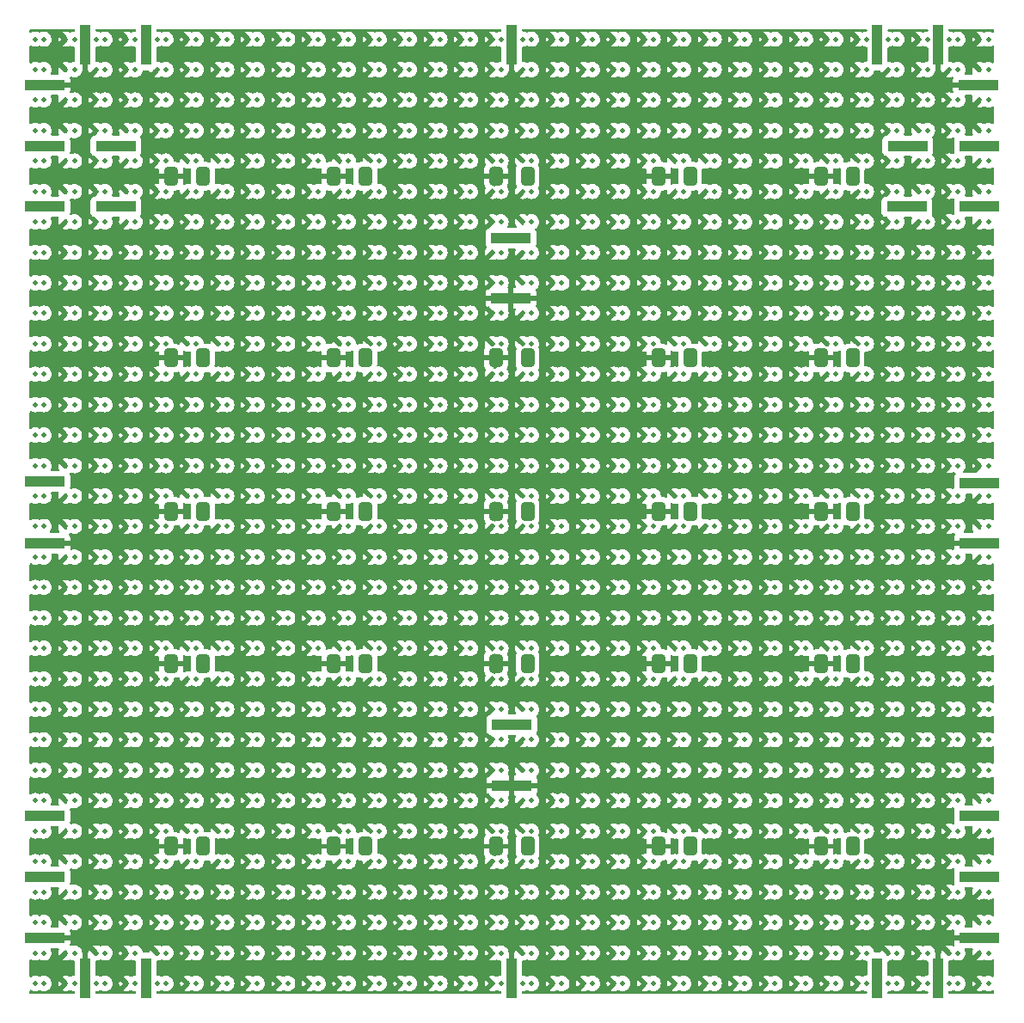
<source format=gbr>
%TF.GenerationSoftware,KiCad,Pcbnew,8.0.2*%
%TF.CreationDate,2024-07-20T19:47:13-05:00*%
%TF.ProjectId,pixel_grid,70697865-6c5f-4677-9269-642e6b696361,rev?*%
%TF.SameCoordinates,Original*%
%TF.FileFunction,Copper,L4,Bot*%
%TF.FilePolarity,Positive*%
%FSLAX46Y46*%
G04 Gerber Fmt 4.6, Leading zero omitted, Abs format (unit mm)*
G04 Created by KiCad (PCBNEW 8.0.2) date 2024-07-20 19:47:13*
%MOMM*%
%LPD*%
G01*
G04 APERTURE LIST*
G04 Aperture macros list*
%AMRoundRect*
0 Rectangle with rounded corners*
0 $1 Rounding radius*
0 $2 $3 $4 $5 $6 $7 $8 $9 X,Y pos of 4 corners*
0 Add a 4 corners polygon primitive as box body*
4,1,4,$2,$3,$4,$5,$6,$7,$8,$9,$2,$3,0*
0 Add four circle primitives for the rounded corners*
1,1,$1+$1,$2,$3*
1,1,$1+$1,$4,$5*
1,1,$1+$1,$6,$7*
1,1,$1+$1,$8,$9*
0 Add four rect primitives between the rounded corners*
20,1,$1+$1,$2,$3,$4,$5,0*
20,1,$1+$1,$4,$5,$6,$7,0*
20,1,$1+$1,$6,$7,$8,$9,0*
20,1,$1+$1,$8,$9,$2,$3,0*%
G04 Aperture macros list end*
%TA.AperFunction,SMDPad,CuDef*%
%ADD10R,4.000000X1.000000*%
%TD*%
%TA.AperFunction,SMDPad,CuDef*%
%ADD11R,1.000000X4.000000*%
%TD*%
%TA.AperFunction,SMDPad,CuDef*%
%ADD12RoundRect,0.250000X0.412500X0.650000X-0.412500X0.650000X-0.412500X-0.650000X0.412500X-0.650000X0*%
%TD*%
%TA.AperFunction,ComponentPad*%
%ADD13C,0.500000*%
%TD*%
G04 APERTURE END LIST*
D10*
%TO.P,TP34,1,1*%
%TO.N,GND*%
X66500000Y-93500000D03*
%TD*%
%TO.P,TP33,1,1*%
%TO.N,GND*%
X66400000Y-45500000D03*
%TD*%
%TO.P,TP32,1,1*%
%TO.N,GND*%
X20500000Y-69650000D03*
%TD*%
%TO.P,TP31,1,1*%
%TO.N,GND*%
X112550000Y-69650000D03*
%TD*%
D11*
%TO.P,TP30,1,1*%
%TO.N,GND*%
X24500000Y-20550000D03*
%TD*%
D10*
%TO.P,TP29,1,1*%
%TO.N,+5V*%
X66400000Y-39600000D03*
%TD*%
%TO.P,TP28,1,1*%
%TO.N,+5V*%
X112550000Y-63750000D03*
%TD*%
%TO.P,TP27,1,1*%
%TO.N,+5V*%
X20500000Y-63550000D03*
%TD*%
%TO.P,TP26,1,1*%
%TO.N,+5V*%
X27500000Y-30500000D03*
%TD*%
%TO.P,TP25,1,1*%
%TO.N,+5V*%
X112550000Y-102500000D03*
%TD*%
%TO.P,TP24,1,1*%
%TO.N,+5V*%
X20500000Y-102500000D03*
%TD*%
D11*
%TO.P,TP23,1,1*%
%TO.N,+5V*%
X30500000Y-112475000D03*
%TD*%
%TO.P,TP22,1,1*%
%TO.N,+5V*%
X102500000Y-112475000D03*
%TD*%
%TO.P,TP21,1,1*%
%TO.N,+5V*%
X30500000Y-20575000D03*
%TD*%
%TO.P,TP20,1,1*%
%TO.N,+5V*%
X102500000Y-20575000D03*
%TD*%
D10*
%TO.P,TP19,1,1*%
%TO.N,+5V*%
X105500000Y-30500000D03*
%TD*%
%TO.P,TP18,1,1*%
%TO.N,+5V*%
X66500000Y-87500000D03*
%TD*%
%TO.P,TP17,1,1*%
%TO.N,+5V*%
X112550000Y-30500000D03*
%TD*%
%TO.P,TP16,1,1*%
%TO.N,+5V*%
X20500000Y-30500000D03*
%TD*%
D11*
%TO.P,TP15,1,1*%
%TO.N,GND*%
X108500000Y-112500000D03*
%TD*%
D10*
%TO.P,TP14,1,1*%
%TO.N,GND*%
X112550000Y-108500000D03*
%TD*%
D11*
%TO.P,TP13,1,1*%
%TO.N,GND*%
X66500000Y-20575000D03*
%TD*%
%TO.P,TP12,1,1*%
%TO.N,GND*%
X108500000Y-20575000D03*
%TD*%
%TO.P,TP11,1,1*%
%TO.N,GND*%
X66500000Y-112475000D03*
%TD*%
%TO.P,TP10,1,1*%
%TO.N,GND*%
X24500000Y-112475000D03*
%TD*%
D10*
%TO.P,TP9,1,1*%
%TO.N,GND*%
X112450000Y-24500000D03*
%TD*%
%TO.P,TP8,1,1*%
%TO.N,GND*%
X20500000Y-108500000D03*
%TD*%
%TO.P,TP7,1,1*%
%TO.N,GND*%
X20500000Y-24500000D03*
%TD*%
%TO.P,TP6,1,1*%
%TO.N,DOUT*%
X105400000Y-36500000D03*
%TD*%
%TO.P,TP5,1,1*%
%TO.N,DOUT*%
X112550000Y-96500000D03*
%TD*%
%TO.P,TP4,1,1*%
%TO.N,DOUT*%
X112550000Y-36500000D03*
%TD*%
%TO.P,TP3,1,1*%
%TO.N,DIN*%
X27500000Y-36500000D03*
%TD*%
%TO.P,TP2,1,1*%
%TO.N,DIN*%
X20500000Y-96500000D03*
%TD*%
%TO.P,TP1,1,1*%
%TO.N,DIN*%
X20500000Y-36500000D03*
%TD*%
D12*
%TO.P,C25,1*%
%TO.N,+5V*%
X100062500Y-99500000D03*
%TO.P,C25,2*%
%TO.N,GND*%
X96937500Y-99500000D03*
%TD*%
%TO.P,C24,1*%
%TO.N,+5V*%
X84062500Y-99500000D03*
%TO.P,C24,2*%
%TO.N,GND*%
X80937500Y-99500000D03*
%TD*%
%TO.P,C23,1*%
%TO.N,+5V*%
X68062500Y-99500000D03*
%TO.P,C23,2*%
%TO.N,GND*%
X64937500Y-99500000D03*
%TD*%
%TO.P,C22,1*%
%TO.N,+5V*%
X52062500Y-99500000D03*
%TO.P,C22,2*%
%TO.N,GND*%
X48937500Y-99500000D03*
%TD*%
%TO.P,C21,1*%
%TO.N,+5V*%
X36062500Y-99500000D03*
%TO.P,C21,2*%
%TO.N,GND*%
X32937500Y-99500000D03*
%TD*%
%TO.P,C20,1*%
%TO.N,+5V*%
X100062500Y-81500000D03*
%TO.P,C20,2*%
%TO.N,GND*%
X96937500Y-81500000D03*
%TD*%
%TO.P,C19,1*%
%TO.N,+5V*%
X84062500Y-81500000D03*
%TO.P,C19,2*%
%TO.N,GND*%
X80937500Y-81500000D03*
%TD*%
%TO.P,C18,1*%
%TO.N,+5V*%
X68062500Y-81500000D03*
%TO.P,C18,2*%
%TO.N,GND*%
X64937500Y-81500000D03*
%TD*%
%TO.P,C17,1*%
%TO.N,+5V*%
X52062500Y-81500000D03*
%TO.P,C17,2*%
%TO.N,GND*%
X48937500Y-81500000D03*
%TD*%
%TO.P,C16,1*%
%TO.N,+5V*%
X36062500Y-81500000D03*
%TO.P,C16,2*%
%TO.N,GND*%
X32937500Y-81500000D03*
%TD*%
%TO.P,C15,1*%
%TO.N,+5V*%
X100062500Y-66500000D03*
%TO.P,C15,2*%
%TO.N,GND*%
X96937500Y-66500000D03*
%TD*%
%TO.P,C14,1*%
%TO.N,+5V*%
X84062500Y-66500000D03*
%TO.P,C14,2*%
%TO.N,GND*%
X80937500Y-66500000D03*
%TD*%
%TO.P,C13,1*%
%TO.N,+5V*%
X68062500Y-66500000D03*
%TO.P,C13,2*%
%TO.N,GND*%
X64937500Y-66500000D03*
%TD*%
%TO.P,C12,1*%
%TO.N,+5V*%
X52062500Y-66500000D03*
%TO.P,C12,2*%
%TO.N,GND*%
X48937500Y-66500000D03*
%TD*%
%TO.P,C11,1*%
%TO.N,+5V*%
X36062500Y-66500000D03*
%TO.P,C11,2*%
%TO.N,GND*%
X32937500Y-66500000D03*
%TD*%
%TO.P,C10,1*%
%TO.N,+5V*%
X100062500Y-51400000D03*
%TO.P,C10,2*%
%TO.N,GND*%
X96937500Y-51400000D03*
%TD*%
%TO.P,C9,1*%
%TO.N,+5V*%
X84062500Y-51400000D03*
%TO.P,C9,2*%
%TO.N,GND*%
X80937500Y-51400000D03*
%TD*%
%TO.P,C8,1*%
%TO.N,+5V*%
X68062500Y-51400000D03*
%TO.P,C8,2*%
%TO.N,GND*%
X64937500Y-51400000D03*
%TD*%
%TO.P,C7,1*%
%TO.N,+5V*%
X52062500Y-51400000D03*
%TO.P,C7,2*%
%TO.N,GND*%
X48937500Y-51400000D03*
%TD*%
%TO.P,C6,1*%
%TO.N,+5V*%
X36062500Y-51400000D03*
%TO.P,C6,2*%
%TO.N,GND*%
X32937500Y-51400000D03*
%TD*%
%TO.P,C5,1*%
%TO.N,+5V*%
X100062500Y-33500000D03*
%TO.P,C5,2*%
%TO.N,GND*%
X96937500Y-33500000D03*
%TD*%
%TO.P,C4,1*%
%TO.N,+5V*%
X84062500Y-33500000D03*
%TO.P,C4,2*%
%TO.N,GND*%
X80937500Y-33500000D03*
%TD*%
%TO.P,C3,1*%
%TO.N,+5V*%
X68062500Y-33500000D03*
%TO.P,C3,2*%
%TO.N,GND*%
X64937500Y-33500000D03*
%TD*%
%TO.P,C2,1*%
%TO.N,+5V*%
X52062500Y-33500000D03*
%TO.P,C2,2*%
%TO.N,GND*%
X48937500Y-33500000D03*
%TD*%
%TO.P,C1,1*%
%TO.N,+5V*%
X36062500Y-33500000D03*
%TO.P,C1,2*%
%TO.N,GND*%
X32937500Y-33500000D03*
%TD*%
D13*
%TO.P,D1024,2,VDD*%
%TO.N,+5V*%
X113425000Y-113000000D03*
%TO.P,D1024,3,VSS*%
%TO.N,GND*%
X112575000Y-113000000D03*
%TD*%
%TO.P,D1023,2,VDD*%
%TO.N,+5V*%
X110425000Y-113000000D03*
%TO.P,D1023,3,VSS*%
%TO.N,GND*%
X109575000Y-113000000D03*
%TD*%
%TO.P,D1022,2,VDD*%
%TO.N,+5V*%
X107425000Y-113000000D03*
%TO.P,D1022,3,VSS*%
%TO.N,GND*%
X106575000Y-113000000D03*
%TD*%
%TO.P,D1021,2,VDD*%
%TO.N,+5V*%
X104425000Y-113000000D03*
%TO.P,D1021,3,VSS*%
%TO.N,GND*%
X103575000Y-113000000D03*
%TD*%
%TO.P,D1020,2,VDD*%
%TO.N,+5V*%
X101425000Y-113000000D03*
%TO.P,D1020,3,VSS*%
%TO.N,GND*%
X100575000Y-113000000D03*
%TD*%
%TO.P,D1019,2,VDD*%
%TO.N,+5V*%
X98425000Y-113000000D03*
%TO.P,D1019,3,VSS*%
%TO.N,GND*%
X97575000Y-113000000D03*
%TD*%
%TO.P,D1018,2,VDD*%
%TO.N,+5V*%
X95425000Y-113000000D03*
%TO.P,D1018,3,VSS*%
%TO.N,GND*%
X94575000Y-113000000D03*
%TD*%
%TO.P,D1017,2,VDD*%
%TO.N,+5V*%
X92425000Y-113000000D03*
%TO.P,D1017,3,VSS*%
%TO.N,GND*%
X91575000Y-113000000D03*
%TD*%
%TO.P,D1016,2,VDD*%
%TO.N,+5V*%
X89425000Y-113000000D03*
%TO.P,D1016,3,VSS*%
%TO.N,GND*%
X88575000Y-113000000D03*
%TD*%
%TO.P,D1015,2,VDD*%
%TO.N,+5V*%
X86425000Y-113000000D03*
%TO.P,D1015,3,VSS*%
%TO.N,GND*%
X85575000Y-113000000D03*
%TD*%
%TO.P,D1014,2,VDD*%
%TO.N,+5V*%
X83425000Y-113000000D03*
%TO.P,D1014,3,VSS*%
%TO.N,GND*%
X82575000Y-113000000D03*
%TD*%
%TO.P,D1013,2,VDD*%
%TO.N,+5V*%
X80425000Y-113000000D03*
%TO.P,D1013,3,VSS*%
%TO.N,GND*%
X79575000Y-113000000D03*
%TD*%
%TO.P,D1012,2,VDD*%
%TO.N,+5V*%
X77425000Y-113000000D03*
%TO.P,D1012,3,VSS*%
%TO.N,GND*%
X76575000Y-113000000D03*
%TD*%
%TO.P,D1011,2,VDD*%
%TO.N,+5V*%
X74425000Y-113000000D03*
%TO.P,D1011,3,VSS*%
%TO.N,GND*%
X73575000Y-113000000D03*
%TD*%
%TO.P,D1010,2,VDD*%
%TO.N,+5V*%
X71425000Y-113000000D03*
%TO.P,D1010,3,VSS*%
%TO.N,GND*%
X70575000Y-113000000D03*
%TD*%
%TO.P,D1009,2,VDD*%
%TO.N,+5V*%
X68425000Y-113000000D03*
%TO.P,D1009,3,VSS*%
%TO.N,GND*%
X67575000Y-113000000D03*
%TD*%
%TO.P,D1008,2,VDD*%
%TO.N,+5V*%
X65425000Y-113000000D03*
%TO.P,D1008,3,VSS*%
%TO.N,GND*%
X64575000Y-113000000D03*
%TD*%
%TO.P,D1007,2,VDD*%
%TO.N,+5V*%
X62425000Y-113000000D03*
%TO.P,D1007,3,VSS*%
%TO.N,GND*%
X61575000Y-113000000D03*
%TD*%
%TO.P,D1006,2,VDD*%
%TO.N,+5V*%
X59425000Y-113000000D03*
%TO.P,D1006,3,VSS*%
%TO.N,GND*%
X58575000Y-113000000D03*
%TD*%
%TO.P,D1005,2,VDD*%
%TO.N,+5V*%
X56425000Y-113000000D03*
%TO.P,D1005,3,VSS*%
%TO.N,GND*%
X55575000Y-113000000D03*
%TD*%
%TO.P,D1004,2,VDD*%
%TO.N,+5V*%
X53425000Y-113000000D03*
%TO.P,D1004,3,VSS*%
%TO.N,GND*%
X52575000Y-113000000D03*
%TD*%
%TO.P,D1003,2,VDD*%
%TO.N,+5V*%
X50425000Y-113000000D03*
%TO.P,D1003,3,VSS*%
%TO.N,GND*%
X49575000Y-113000000D03*
%TD*%
%TO.P,D1002,2,VDD*%
%TO.N,+5V*%
X47425000Y-113000000D03*
%TO.P,D1002,3,VSS*%
%TO.N,GND*%
X46575000Y-113000000D03*
%TD*%
%TO.P,D1001,2,VDD*%
%TO.N,+5V*%
X44425000Y-113000000D03*
%TO.P,D1001,3,VSS*%
%TO.N,GND*%
X43575000Y-113000000D03*
%TD*%
%TO.P,D1000,2,VDD*%
%TO.N,+5V*%
X41425000Y-113000000D03*
%TO.P,D1000,3,VSS*%
%TO.N,GND*%
X40575000Y-113000000D03*
%TD*%
%TO.P,D999,2,VDD*%
%TO.N,+5V*%
X38425000Y-113000000D03*
%TO.P,D999,3,VSS*%
%TO.N,GND*%
X37575000Y-113000000D03*
%TD*%
%TO.P,D998,2,VDD*%
%TO.N,+5V*%
X35425000Y-113000000D03*
%TO.P,D998,3,VSS*%
%TO.N,GND*%
X34575000Y-113000000D03*
%TD*%
%TO.P,D997,2,VDD*%
%TO.N,+5V*%
X32425000Y-113000000D03*
%TO.P,D997,3,VSS*%
%TO.N,GND*%
X31575000Y-113000000D03*
%TD*%
%TO.P,D996,2,VDD*%
%TO.N,+5V*%
X29425000Y-113000000D03*
%TO.P,D996,3,VSS*%
%TO.N,GND*%
X28575000Y-113000000D03*
%TD*%
%TO.P,D995,2,VDD*%
%TO.N,+5V*%
X26425000Y-113000000D03*
%TO.P,D995,3,VSS*%
%TO.N,GND*%
X25575000Y-113000000D03*
%TD*%
%TO.P,D994,2,VDD*%
%TO.N,+5V*%
X23425000Y-113000000D03*
%TO.P,D994,3,VSS*%
%TO.N,GND*%
X22575000Y-113000000D03*
%TD*%
%TO.P,D993,2,VDD*%
%TO.N,+5V*%
X20425000Y-113000000D03*
%TO.P,D993,3,VSS*%
%TO.N,GND*%
X19575000Y-113000000D03*
%TD*%
%TO.P,D992,2,VDD*%
%TO.N,+5V*%
X113425000Y-110000000D03*
%TO.P,D992,3,VSS*%
%TO.N,GND*%
X112575000Y-110000000D03*
%TD*%
%TO.P,D991,2,VDD*%
%TO.N,+5V*%
X110425000Y-110000000D03*
%TO.P,D991,3,VSS*%
%TO.N,GND*%
X109575000Y-110000000D03*
%TD*%
%TO.P,D990,2,VDD*%
%TO.N,+5V*%
X107425000Y-110000000D03*
%TO.P,D990,3,VSS*%
%TO.N,GND*%
X106575000Y-110000000D03*
%TD*%
%TO.P,D989,2,VDD*%
%TO.N,+5V*%
X104425000Y-110000000D03*
%TO.P,D989,3,VSS*%
%TO.N,GND*%
X103575000Y-110000000D03*
%TD*%
%TO.P,D988,2,VDD*%
%TO.N,+5V*%
X101425000Y-110000000D03*
%TO.P,D988,3,VSS*%
%TO.N,GND*%
X100575000Y-110000000D03*
%TD*%
%TO.P,D987,2,VDD*%
%TO.N,+5V*%
X98425000Y-110000000D03*
%TO.P,D987,3,VSS*%
%TO.N,GND*%
X97575000Y-110000000D03*
%TD*%
%TO.P,D986,2,VDD*%
%TO.N,+5V*%
X95425000Y-110000000D03*
%TO.P,D986,3,VSS*%
%TO.N,GND*%
X94575000Y-110000000D03*
%TD*%
%TO.P,D985,2,VDD*%
%TO.N,+5V*%
X92425000Y-110000000D03*
%TO.P,D985,3,VSS*%
%TO.N,GND*%
X91575000Y-110000000D03*
%TD*%
%TO.P,D984,2,VDD*%
%TO.N,+5V*%
X89425000Y-110000000D03*
%TO.P,D984,3,VSS*%
%TO.N,GND*%
X88575000Y-110000000D03*
%TD*%
%TO.P,D983,2,VDD*%
%TO.N,+5V*%
X86425000Y-110000000D03*
%TO.P,D983,3,VSS*%
%TO.N,GND*%
X85575000Y-110000000D03*
%TD*%
%TO.P,D982,2,VDD*%
%TO.N,+5V*%
X83425000Y-110000000D03*
%TO.P,D982,3,VSS*%
%TO.N,GND*%
X82575000Y-110000000D03*
%TD*%
%TO.P,D981,2,VDD*%
%TO.N,+5V*%
X80425000Y-110000000D03*
%TO.P,D981,3,VSS*%
%TO.N,GND*%
X79575000Y-110000000D03*
%TD*%
%TO.P,D980,2,VDD*%
%TO.N,+5V*%
X77425000Y-110000000D03*
%TO.P,D980,3,VSS*%
%TO.N,GND*%
X76575000Y-110000000D03*
%TD*%
%TO.P,D979,2,VDD*%
%TO.N,+5V*%
X74425000Y-110000000D03*
%TO.P,D979,3,VSS*%
%TO.N,GND*%
X73575000Y-110000000D03*
%TD*%
%TO.P,D978,2,VDD*%
%TO.N,+5V*%
X71425000Y-110000000D03*
%TO.P,D978,3,VSS*%
%TO.N,GND*%
X70575000Y-110000000D03*
%TD*%
%TO.P,D977,2,VDD*%
%TO.N,+5V*%
X68425000Y-110000000D03*
%TO.P,D977,3,VSS*%
%TO.N,GND*%
X67575000Y-110000000D03*
%TD*%
%TO.P,D976,2,VDD*%
%TO.N,+5V*%
X65425000Y-110000000D03*
%TO.P,D976,3,VSS*%
%TO.N,GND*%
X64575000Y-110000000D03*
%TD*%
%TO.P,D975,2,VDD*%
%TO.N,+5V*%
X62425000Y-110000000D03*
%TO.P,D975,3,VSS*%
%TO.N,GND*%
X61575000Y-110000000D03*
%TD*%
%TO.P,D974,2,VDD*%
%TO.N,+5V*%
X59425000Y-110000000D03*
%TO.P,D974,3,VSS*%
%TO.N,GND*%
X58575000Y-110000000D03*
%TD*%
%TO.P,D973,2,VDD*%
%TO.N,+5V*%
X56425000Y-110000000D03*
%TO.P,D973,3,VSS*%
%TO.N,GND*%
X55575000Y-110000000D03*
%TD*%
%TO.P,D972,2,VDD*%
%TO.N,+5V*%
X53425000Y-110000000D03*
%TO.P,D972,3,VSS*%
%TO.N,GND*%
X52575000Y-110000000D03*
%TD*%
%TO.P,D971,2,VDD*%
%TO.N,+5V*%
X50425000Y-110000000D03*
%TO.P,D971,3,VSS*%
%TO.N,GND*%
X49575000Y-110000000D03*
%TD*%
%TO.P,D970,2,VDD*%
%TO.N,+5V*%
X47425000Y-110000000D03*
%TO.P,D970,3,VSS*%
%TO.N,GND*%
X46575000Y-110000000D03*
%TD*%
%TO.P,D969,2,VDD*%
%TO.N,+5V*%
X44425000Y-110000000D03*
%TO.P,D969,3,VSS*%
%TO.N,GND*%
X43575000Y-110000000D03*
%TD*%
%TO.P,D968,2,VDD*%
%TO.N,+5V*%
X41425000Y-110000000D03*
%TO.P,D968,3,VSS*%
%TO.N,GND*%
X40575000Y-110000000D03*
%TD*%
%TO.P,D967,2,VDD*%
%TO.N,+5V*%
X38425000Y-110000000D03*
%TO.P,D967,3,VSS*%
%TO.N,GND*%
X37575000Y-110000000D03*
%TD*%
%TO.P,D966,2,VDD*%
%TO.N,+5V*%
X35425000Y-110000000D03*
%TO.P,D966,3,VSS*%
%TO.N,GND*%
X34575000Y-110000000D03*
%TD*%
%TO.P,D965,2,VDD*%
%TO.N,+5V*%
X32425000Y-110000000D03*
%TO.P,D965,3,VSS*%
%TO.N,GND*%
X31575000Y-110000000D03*
%TD*%
%TO.P,D964,2,VDD*%
%TO.N,+5V*%
X29425000Y-110000000D03*
%TO.P,D964,3,VSS*%
%TO.N,GND*%
X28575000Y-110000000D03*
%TD*%
%TO.P,D963,2,VDD*%
%TO.N,+5V*%
X26425000Y-110000000D03*
%TO.P,D963,3,VSS*%
%TO.N,GND*%
X25575000Y-110000000D03*
%TD*%
%TO.P,D962,2,VDD*%
%TO.N,+5V*%
X23425000Y-110000000D03*
%TO.P,D962,3,VSS*%
%TO.N,GND*%
X22575000Y-110000000D03*
%TD*%
%TO.P,D961,2,VDD*%
%TO.N,+5V*%
X20425000Y-110000000D03*
%TO.P,D961,3,VSS*%
%TO.N,GND*%
X19575000Y-110000000D03*
%TD*%
%TO.P,D960,2,VDD*%
%TO.N,+5V*%
X113425000Y-107000000D03*
%TO.P,D960,3,VSS*%
%TO.N,GND*%
X112575000Y-107000000D03*
%TD*%
%TO.P,D959,2,VDD*%
%TO.N,+5V*%
X110425000Y-107000000D03*
%TO.P,D959,3,VSS*%
%TO.N,GND*%
X109575000Y-107000000D03*
%TD*%
%TO.P,D958,2,VDD*%
%TO.N,+5V*%
X107425000Y-107000000D03*
%TO.P,D958,3,VSS*%
%TO.N,GND*%
X106575000Y-107000000D03*
%TD*%
%TO.P,D957,2,VDD*%
%TO.N,+5V*%
X104425000Y-107000000D03*
%TO.P,D957,3,VSS*%
%TO.N,GND*%
X103575000Y-107000000D03*
%TD*%
%TO.P,D956,2,VDD*%
%TO.N,+5V*%
X101425000Y-107000000D03*
%TO.P,D956,3,VSS*%
%TO.N,GND*%
X100575000Y-107000000D03*
%TD*%
%TO.P,D955,2,VDD*%
%TO.N,+5V*%
X98425000Y-107000000D03*
%TO.P,D955,3,VSS*%
%TO.N,GND*%
X97575000Y-107000000D03*
%TD*%
%TO.P,D954,2,VDD*%
%TO.N,+5V*%
X95425000Y-107000000D03*
%TO.P,D954,3,VSS*%
%TO.N,GND*%
X94575000Y-107000000D03*
%TD*%
%TO.P,D953,2,VDD*%
%TO.N,+5V*%
X92425000Y-107000000D03*
%TO.P,D953,3,VSS*%
%TO.N,GND*%
X91575000Y-107000000D03*
%TD*%
%TO.P,D952,2,VDD*%
%TO.N,+5V*%
X89425000Y-107000000D03*
%TO.P,D952,3,VSS*%
%TO.N,GND*%
X88575000Y-107000000D03*
%TD*%
%TO.P,D951,2,VDD*%
%TO.N,+5V*%
X86425000Y-107000000D03*
%TO.P,D951,3,VSS*%
%TO.N,GND*%
X85575000Y-107000000D03*
%TD*%
%TO.P,D950,2,VDD*%
%TO.N,+5V*%
X83425000Y-107000000D03*
%TO.P,D950,3,VSS*%
%TO.N,GND*%
X82575000Y-107000000D03*
%TD*%
%TO.P,D949,2,VDD*%
%TO.N,+5V*%
X80425000Y-107000000D03*
%TO.P,D949,3,VSS*%
%TO.N,GND*%
X79575000Y-107000000D03*
%TD*%
%TO.P,D948,2,VDD*%
%TO.N,+5V*%
X77425000Y-107000000D03*
%TO.P,D948,3,VSS*%
%TO.N,GND*%
X76575000Y-107000000D03*
%TD*%
%TO.P,D947,2,VDD*%
%TO.N,+5V*%
X74425000Y-107000000D03*
%TO.P,D947,3,VSS*%
%TO.N,GND*%
X73575000Y-107000000D03*
%TD*%
%TO.P,D946,2,VDD*%
%TO.N,+5V*%
X71425000Y-107000000D03*
%TO.P,D946,3,VSS*%
%TO.N,GND*%
X70575000Y-107000000D03*
%TD*%
%TO.P,D945,2,VDD*%
%TO.N,+5V*%
X68425000Y-107000000D03*
%TO.P,D945,3,VSS*%
%TO.N,GND*%
X67575000Y-107000000D03*
%TD*%
%TO.P,D944,2,VDD*%
%TO.N,+5V*%
X65425000Y-107000000D03*
%TO.P,D944,3,VSS*%
%TO.N,GND*%
X64575000Y-107000000D03*
%TD*%
%TO.P,D943,2,VDD*%
%TO.N,+5V*%
X62425000Y-107000000D03*
%TO.P,D943,3,VSS*%
%TO.N,GND*%
X61575000Y-107000000D03*
%TD*%
%TO.P,D942,2,VDD*%
%TO.N,+5V*%
X59425000Y-107000000D03*
%TO.P,D942,3,VSS*%
%TO.N,GND*%
X58575000Y-107000000D03*
%TD*%
%TO.P,D941,2,VDD*%
%TO.N,+5V*%
X56425000Y-107000000D03*
%TO.P,D941,3,VSS*%
%TO.N,GND*%
X55575000Y-107000000D03*
%TD*%
%TO.P,D940,2,VDD*%
%TO.N,+5V*%
X53425000Y-107000000D03*
%TO.P,D940,3,VSS*%
%TO.N,GND*%
X52575000Y-107000000D03*
%TD*%
%TO.P,D939,2,VDD*%
%TO.N,+5V*%
X50425000Y-107000000D03*
%TO.P,D939,3,VSS*%
%TO.N,GND*%
X49575000Y-107000000D03*
%TD*%
%TO.P,D938,2,VDD*%
%TO.N,+5V*%
X47425000Y-107000000D03*
%TO.P,D938,3,VSS*%
%TO.N,GND*%
X46575000Y-107000000D03*
%TD*%
%TO.P,D937,2,VDD*%
%TO.N,+5V*%
X44425000Y-107000000D03*
%TO.P,D937,3,VSS*%
%TO.N,GND*%
X43575000Y-107000000D03*
%TD*%
%TO.P,D936,2,VDD*%
%TO.N,+5V*%
X41425000Y-107000000D03*
%TO.P,D936,3,VSS*%
%TO.N,GND*%
X40575000Y-107000000D03*
%TD*%
%TO.P,D935,2,VDD*%
%TO.N,+5V*%
X38425000Y-107000000D03*
%TO.P,D935,3,VSS*%
%TO.N,GND*%
X37575000Y-107000000D03*
%TD*%
%TO.P,D934,2,VDD*%
%TO.N,+5V*%
X35425000Y-107000000D03*
%TO.P,D934,3,VSS*%
%TO.N,GND*%
X34575000Y-107000000D03*
%TD*%
%TO.P,D933,2,VDD*%
%TO.N,+5V*%
X32425000Y-107000000D03*
%TO.P,D933,3,VSS*%
%TO.N,GND*%
X31575000Y-107000000D03*
%TD*%
%TO.P,D932,2,VDD*%
%TO.N,+5V*%
X29425000Y-107000000D03*
%TO.P,D932,3,VSS*%
%TO.N,GND*%
X28575000Y-107000000D03*
%TD*%
%TO.P,D931,2,VDD*%
%TO.N,+5V*%
X26425000Y-107000000D03*
%TO.P,D931,3,VSS*%
%TO.N,GND*%
X25575000Y-107000000D03*
%TD*%
%TO.P,D930,2,VDD*%
%TO.N,+5V*%
X23425000Y-107000000D03*
%TO.P,D930,3,VSS*%
%TO.N,GND*%
X22575000Y-107000000D03*
%TD*%
%TO.P,D929,2,VDD*%
%TO.N,+5V*%
X20425000Y-107000000D03*
%TO.P,D929,3,VSS*%
%TO.N,GND*%
X19575000Y-107000000D03*
%TD*%
%TO.P,D928,2,VDD*%
%TO.N,+5V*%
X113425000Y-104000000D03*
%TO.P,D928,3,VSS*%
%TO.N,GND*%
X112575000Y-104000000D03*
%TD*%
%TO.P,D927,2,VDD*%
%TO.N,+5V*%
X110425000Y-104000000D03*
%TO.P,D927,3,VSS*%
%TO.N,GND*%
X109575000Y-104000000D03*
%TD*%
%TO.P,D926,2,VDD*%
%TO.N,+5V*%
X107425000Y-104000000D03*
%TO.P,D926,3,VSS*%
%TO.N,GND*%
X106575000Y-104000000D03*
%TD*%
%TO.P,D925,2,VDD*%
%TO.N,+5V*%
X104425000Y-104000000D03*
%TO.P,D925,3,VSS*%
%TO.N,GND*%
X103575000Y-104000000D03*
%TD*%
%TO.P,D924,2,VDD*%
%TO.N,+5V*%
X101425000Y-104000000D03*
%TO.P,D924,3,VSS*%
%TO.N,GND*%
X100575000Y-104000000D03*
%TD*%
%TO.P,D923,2,VDD*%
%TO.N,+5V*%
X98425000Y-104000000D03*
%TO.P,D923,3,VSS*%
%TO.N,GND*%
X97575000Y-104000000D03*
%TD*%
%TO.P,D922,2,VDD*%
%TO.N,+5V*%
X95425000Y-104000000D03*
%TO.P,D922,3,VSS*%
%TO.N,GND*%
X94575000Y-104000000D03*
%TD*%
%TO.P,D921,2,VDD*%
%TO.N,+5V*%
X92425000Y-104000000D03*
%TO.P,D921,3,VSS*%
%TO.N,GND*%
X91575000Y-104000000D03*
%TD*%
%TO.P,D920,2,VDD*%
%TO.N,+5V*%
X89425000Y-104000000D03*
%TO.P,D920,3,VSS*%
%TO.N,GND*%
X88575000Y-104000000D03*
%TD*%
%TO.P,D919,2,VDD*%
%TO.N,+5V*%
X86425000Y-104000000D03*
%TO.P,D919,3,VSS*%
%TO.N,GND*%
X85575000Y-104000000D03*
%TD*%
%TO.P,D918,2,VDD*%
%TO.N,+5V*%
X83425000Y-104000000D03*
%TO.P,D918,3,VSS*%
%TO.N,GND*%
X82575000Y-104000000D03*
%TD*%
%TO.P,D917,2,VDD*%
%TO.N,+5V*%
X80425000Y-104000000D03*
%TO.P,D917,3,VSS*%
%TO.N,GND*%
X79575000Y-104000000D03*
%TD*%
%TO.P,D916,2,VDD*%
%TO.N,+5V*%
X77425000Y-104000000D03*
%TO.P,D916,3,VSS*%
%TO.N,GND*%
X76575000Y-104000000D03*
%TD*%
%TO.P,D915,2,VDD*%
%TO.N,+5V*%
X74425000Y-104000000D03*
%TO.P,D915,3,VSS*%
%TO.N,GND*%
X73575000Y-104000000D03*
%TD*%
%TO.P,D914,2,VDD*%
%TO.N,+5V*%
X71425000Y-104000000D03*
%TO.P,D914,3,VSS*%
%TO.N,GND*%
X70575000Y-104000000D03*
%TD*%
%TO.P,D913,2,VDD*%
%TO.N,+5V*%
X68425000Y-104000000D03*
%TO.P,D913,3,VSS*%
%TO.N,GND*%
X67575000Y-104000000D03*
%TD*%
%TO.P,D912,2,VDD*%
%TO.N,+5V*%
X65425000Y-104000000D03*
%TO.P,D912,3,VSS*%
%TO.N,GND*%
X64575000Y-104000000D03*
%TD*%
%TO.P,D911,2,VDD*%
%TO.N,+5V*%
X62425000Y-104000000D03*
%TO.P,D911,3,VSS*%
%TO.N,GND*%
X61575000Y-104000000D03*
%TD*%
%TO.P,D910,2,VDD*%
%TO.N,+5V*%
X59425000Y-104000000D03*
%TO.P,D910,3,VSS*%
%TO.N,GND*%
X58575000Y-104000000D03*
%TD*%
%TO.P,D909,2,VDD*%
%TO.N,+5V*%
X56425000Y-104000000D03*
%TO.P,D909,3,VSS*%
%TO.N,GND*%
X55575000Y-104000000D03*
%TD*%
%TO.P,D908,2,VDD*%
%TO.N,+5V*%
X53425000Y-104000000D03*
%TO.P,D908,3,VSS*%
%TO.N,GND*%
X52575000Y-104000000D03*
%TD*%
%TO.P,D907,2,VDD*%
%TO.N,+5V*%
X50425000Y-104000000D03*
%TO.P,D907,3,VSS*%
%TO.N,GND*%
X49575000Y-104000000D03*
%TD*%
%TO.P,D906,2,VDD*%
%TO.N,+5V*%
X47425000Y-104000000D03*
%TO.P,D906,3,VSS*%
%TO.N,GND*%
X46575000Y-104000000D03*
%TD*%
%TO.P,D905,2,VDD*%
%TO.N,+5V*%
X44425000Y-104000000D03*
%TO.P,D905,3,VSS*%
%TO.N,GND*%
X43575000Y-104000000D03*
%TD*%
%TO.P,D904,2,VDD*%
%TO.N,+5V*%
X41425000Y-104000000D03*
%TO.P,D904,3,VSS*%
%TO.N,GND*%
X40575000Y-104000000D03*
%TD*%
%TO.P,D903,2,VDD*%
%TO.N,+5V*%
X38425000Y-104000000D03*
%TO.P,D903,3,VSS*%
%TO.N,GND*%
X37575000Y-104000000D03*
%TD*%
%TO.P,D902,2,VDD*%
%TO.N,+5V*%
X35425000Y-104000000D03*
%TO.P,D902,3,VSS*%
%TO.N,GND*%
X34575000Y-104000000D03*
%TD*%
%TO.P,D901,2,VDD*%
%TO.N,+5V*%
X32425000Y-104000000D03*
%TO.P,D901,3,VSS*%
%TO.N,GND*%
X31575000Y-104000000D03*
%TD*%
%TO.P,D900,2,VDD*%
%TO.N,+5V*%
X29425000Y-104000000D03*
%TO.P,D900,3,VSS*%
%TO.N,GND*%
X28575000Y-104000000D03*
%TD*%
%TO.P,D899,2,VDD*%
%TO.N,+5V*%
X26425000Y-104000000D03*
%TO.P,D899,3,VSS*%
%TO.N,GND*%
X25575000Y-104000000D03*
%TD*%
%TO.P,D898,2,VDD*%
%TO.N,+5V*%
X23425000Y-104000000D03*
%TO.P,D898,3,VSS*%
%TO.N,GND*%
X22575000Y-104000000D03*
%TD*%
%TO.P,D897,2,VDD*%
%TO.N,+5V*%
X20425000Y-104000000D03*
%TO.P,D897,3,VSS*%
%TO.N,GND*%
X19575000Y-104000000D03*
%TD*%
%TO.P,D896,2,VDD*%
%TO.N,+5V*%
X113425000Y-101000000D03*
%TO.P,D896,3,VSS*%
%TO.N,GND*%
X112575000Y-101000000D03*
%TD*%
%TO.P,D895,2,VDD*%
%TO.N,+5V*%
X110425000Y-101000000D03*
%TO.P,D895,3,VSS*%
%TO.N,GND*%
X109575000Y-101000000D03*
%TD*%
%TO.P,D894,2,VDD*%
%TO.N,+5V*%
X107425000Y-101000000D03*
%TO.P,D894,3,VSS*%
%TO.N,GND*%
X106575000Y-101000000D03*
%TD*%
%TO.P,D893,2,VDD*%
%TO.N,+5V*%
X104425000Y-101000000D03*
%TO.P,D893,3,VSS*%
%TO.N,GND*%
X103575000Y-101000000D03*
%TD*%
%TO.P,D892,2,VDD*%
%TO.N,+5V*%
X101425000Y-101000000D03*
%TO.P,D892,3,VSS*%
%TO.N,GND*%
X100575000Y-101000000D03*
%TD*%
%TO.P,D891,2,VDD*%
%TO.N,+5V*%
X98425000Y-101000000D03*
%TO.P,D891,3,VSS*%
%TO.N,GND*%
X97575000Y-101000000D03*
%TD*%
%TO.P,D890,2,VDD*%
%TO.N,+5V*%
X95425000Y-101000000D03*
%TO.P,D890,3,VSS*%
%TO.N,GND*%
X94575000Y-101000000D03*
%TD*%
%TO.P,D889,2,VDD*%
%TO.N,+5V*%
X92425000Y-101000000D03*
%TO.P,D889,3,VSS*%
%TO.N,GND*%
X91575000Y-101000000D03*
%TD*%
%TO.P,D888,2,VDD*%
%TO.N,+5V*%
X89425000Y-101000000D03*
%TO.P,D888,3,VSS*%
%TO.N,GND*%
X88575000Y-101000000D03*
%TD*%
%TO.P,D887,2,VDD*%
%TO.N,+5V*%
X86425000Y-101000000D03*
%TO.P,D887,3,VSS*%
%TO.N,GND*%
X85575000Y-101000000D03*
%TD*%
%TO.P,D886,2,VDD*%
%TO.N,+5V*%
X83425000Y-101000000D03*
%TO.P,D886,3,VSS*%
%TO.N,GND*%
X82575000Y-101000000D03*
%TD*%
%TO.P,D885,2,VDD*%
%TO.N,+5V*%
X80425000Y-101000000D03*
%TO.P,D885,3,VSS*%
%TO.N,GND*%
X79575000Y-101000000D03*
%TD*%
%TO.P,D884,2,VDD*%
%TO.N,+5V*%
X77425000Y-101000000D03*
%TO.P,D884,3,VSS*%
%TO.N,GND*%
X76575000Y-101000000D03*
%TD*%
%TO.P,D883,2,VDD*%
%TO.N,+5V*%
X74425000Y-101000000D03*
%TO.P,D883,3,VSS*%
%TO.N,GND*%
X73575000Y-101000000D03*
%TD*%
%TO.P,D882,2,VDD*%
%TO.N,+5V*%
X71425000Y-101000000D03*
%TO.P,D882,3,VSS*%
%TO.N,GND*%
X70575000Y-101000000D03*
%TD*%
%TO.P,D881,2,VDD*%
%TO.N,+5V*%
X68425000Y-101000000D03*
%TO.P,D881,3,VSS*%
%TO.N,GND*%
X67575000Y-101000000D03*
%TD*%
%TO.P,D880,2,VDD*%
%TO.N,+5V*%
X65425000Y-101000000D03*
%TO.P,D880,3,VSS*%
%TO.N,GND*%
X64575000Y-101000000D03*
%TD*%
%TO.P,D879,2,VDD*%
%TO.N,+5V*%
X62425000Y-101000000D03*
%TO.P,D879,3,VSS*%
%TO.N,GND*%
X61575000Y-101000000D03*
%TD*%
%TO.P,D878,2,VDD*%
%TO.N,+5V*%
X59425000Y-101000000D03*
%TO.P,D878,3,VSS*%
%TO.N,GND*%
X58575000Y-101000000D03*
%TD*%
%TO.P,D877,2,VDD*%
%TO.N,+5V*%
X56425000Y-101000000D03*
%TO.P,D877,3,VSS*%
%TO.N,GND*%
X55575000Y-101000000D03*
%TD*%
%TO.P,D876,2,VDD*%
%TO.N,+5V*%
X53425000Y-101000000D03*
%TO.P,D876,3,VSS*%
%TO.N,GND*%
X52575000Y-101000000D03*
%TD*%
%TO.P,D875,2,VDD*%
%TO.N,+5V*%
X50425000Y-101000000D03*
%TO.P,D875,3,VSS*%
%TO.N,GND*%
X49575000Y-101000000D03*
%TD*%
%TO.P,D874,2,VDD*%
%TO.N,+5V*%
X47425000Y-101000000D03*
%TO.P,D874,3,VSS*%
%TO.N,GND*%
X46575000Y-101000000D03*
%TD*%
%TO.P,D873,2,VDD*%
%TO.N,+5V*%
X44425000Y-101000000D03*
%TO.P,D873,3,VSS*%
%TO.N,GND*%
X43575000Y-101000000D03*
%TD*%
%TO.P,D872,2,VDD*%
%TO.N,+5V*%
X41425000Y-101000000D03*
%TO.P,D872,3,VSS*%
%TO.N,GND*%
X40575000Y-101000000D03*
%TD*%
%TO.P,D871,2,VDD*%
%TO.N,+5V*%
X38425000Y-101000000D03*
%TO.P,D871,3,VSS*%
%TO.N,GND*%
X37575000Y-101000000D03*
%TD*%
%TO.P,D870,2,VDD*%
%TO.N,+5V*%
X35425000Y-101000000D03*
%TO.P,D870,3,VSS*%
%TO.N,GND*%
X34575000Y-101000000D03*
%TD*%
%TO.P,D869,2,VDD*%
%TO.N,+5V*%
X32425000Y-101000000D03*
%TO.P,D869,3,VSS*%
%TO.N,GND*%
X31575000Y-101000000D03*
%TD*%
%TO.P,D868,2,VDD*%
%TO.N,+5V*%
X29425000Y-101000000D03*
%TO.P,D868,3,VSS*%
%TO.N,GND*%
X28575000Y-101000000D03*
%TD*%
%TO.P,D867,2,VDD*%
%TO.N,+5V*%
X26425000Y-101000000D03*
%TO.P,D867,3,VSS*%
%TO.N,GND*%
X25575000Y-101000000D03*
%TD*%
%TO.P,D866,2,VDD*%
%TO.N,+5V*%
X23425000Y-101000000D03*
%TO.P,D866,3,VSS*%
%TO.N,GND*%
X22575000Y-101000000D03*
%TD*%
%TO.P,D865,2,VDD*%
%TO.N,+5V*%
X20425000Y-101000000D03*
%TO.P,D865,3,VSS*%
%TO.N,GND*%
X19575000Y-101000000D03*
%TD*%
%TO.P,D864,2,VDD*%
%TO.N,+5V*%
X113425000Y-98000000D03*
%TO.P,D864,3,VSS*%
%TO.N,GND*%
X112575000Y-98000000D03*
%TD*%
%TO.P,D863,2,VDD*%
%TO.N,+5V*%
X110425000Y-98000000D03*
%TO.P,D863,3,VSS*%
%TO.N,GND*%
X109575000Y-98000000D03*
%TD*%
%TO.P,D862,2,VDD*%
%TO.N,+5V*%
X107425000Y-98000000D03*
%TO.P,D862,3,VSS*%
%TO.N,GND*%
X106575000Y-98000000D03*
%TD*%
%TO.P,D861,2,VDD*%
%TO.N,+5V*%
X104425000Y-98000000D03*
%TO.P,D861,3,VSS*%
%TO.N,GND*%
X103575000Y-98000000D03*
%TD*%
%TO.P,D860,2,VDD*%
%TO.N,+5V*%
X101425000Y-98000000D03*
%TO.P,D860,3,VSS*%
%TO.N,GND*%
X100575000Y-98000000D03*
%TD*%
%TO.P,D859,2,VDD*%
%TO.N,+5V*%
X98425000Y-98000000D03*
%TO.P,D859,3,VSS*%
%TO.N,GND*%
X97575000Y-98000000D03*
%TD*%
%TO.P,D858,2,VDD*%
%TO.N,+5V*%
X95425000Y-98000000D03*
%TO.P,D858,3,VSS*%
%TO.N,GND*%
X94575000Y-98000000D03*
%TD*%
%TO.P,D857,2,VDD*%
%TO.N,+5V*%
X92425000Y-98000000D03*
%TO.P,D857,3,VSS*%
%TO.N,GND*%
X91575000Y-98000000D03*
%TD*%
%TO.P,D856,2,VDD*%
%TO.N,+5V*%
X89425000Y-98000000D03*
%TO.P,D856,3,VSS*%
%TO.N,GND*%
X88575000Y-98000000D03*
%TD*%
%TO.P,D855,2,VDD*%
%TO.N,+5V*%
X86425000Y-98000000D03*
%TO.P,D855,3,VSS*%
%TO.N,GND*%
X85575000Y-98000000D03*
%TD*%
%TO.P,D854,2,VDD*%
%TO.N,+5V*%
X83425000Y-98000000D03*
%TO.P,D854,3,VSS*%
%TO.N,GND*%
X82575000Y-98000000D03*
%TD*%
%TO.P,D853,2,VDD*%
%TO.N,+5V*%
X80425000Y-98000000D03*
%TO.P,D853,3,VSS*%
%TO.N,GND*%
X79575000Y-98000000D03*
%TD*%
%TO.P,D852,2,VDD*%
%TO.N,+5V*%
X77425000Y-98000000D03*
%TO.P,D852,3,VSS*%
%TO.N,GND*%
X76575000Y-98000000D03*
%TD*%
%TO.P,D851,2,VDD*%
%TO.N,+5V*%
X74425000Y-98000000D03*
%TO.P,D851,3,VSS*%
%TO.N,GND*%
X73575000Y-98000000D03*
%TD*%
%TO.P,D850,2,VDD*%
%TO.N,+5V*%
X71425000Y-98000000D03*
%TO.P,D850,3,VSS*%
%TO.N,GND*%
X70575000Y-98000000D03*
%TD*%
%TO.P,D849,2,VDD*%
%TO.N,+5V*%
X68425000Y-98000000D03*
%TO.P,D849,3,VSS*%
%TO.N,GND*%
X67575000Y-98000000D03*
%TD*%
%TO.P,D848,2,VDD*%
%TO.N,+5V*%
X65425000Y-98000000D03*
%TO.P,D848,3,VSS*%
%TO.N,GND*%
X64575000Y-98000000D03*
%TD*%
%TO.P,D847,2,VDD*%
%TO.N,+5V*%
X62425000Y-98000000D03*
%TO.P,D847,3,VSS*%
%TO.N,GND*%
X61575000Y-98000000D03*
%TD*%
%TO.P,D846,2,VDD*%
%TO.N,+5V*%
X59425000Y-98000000D03*
%TO.P,D846,3,VSS*%
%TO.N,GND*%
X58575000Y-98000000D03*
%TD*%
%TO.P,D845,2,VDD*%
%TO.N,+5V*%
X56425000Y-98000000D03*
%TO.P,D845,3,VSS*%
%TO.N,GND*%
X55575000Y-98000000D03*
%TD*%
%TO.P,D844,2,VDD*%
%TO.N,+5V*%
X53425000Y-98000000D03*
%TO.P,D844,3,VSS*%
%TO.N,GND*%
X52575000Y-98000000D03*
%TD*%
%TO.P,D843,2,VDD*%
%TO.N,+5V*%
X50425000Y-98000000D03*
%TO.P,D843,3,VSS*%
%TO.N,GND*%
X49575000Y-98000000D03*
%TD*%
%TO.P,D842,2,VDD*%
%TO.N,+5V*%
X47425000Y-98000000D03*
%TO.P,D842,3,VSS*%
%TO.N,GND*%
X46575000Y-98000000D03*
%TD*%
%TO.P,D841,2,VDD*%
%TO.N,+5V*%
X44425000Y-98000000D03*
%TO.P,D841,3,VSS*%
%TO.N,GND*%
X43575000Y-98000000D03*
%TD*%
%TO.P,D840,2,VDD*%
%TO.N,+5V*%
X41425000Y-98000000D03*
%TO.P,D840,3,VSS*%
%TO.N,GND*%
X40575000Y-98000000D03*
%TD*%
%TO.P,D839,2,VDD*%
%TO.N,+5V*%
X38425000Y-98000000D03*
%TO.P,D839,3,VSS*%
%TO.N,GND*%
X37575000Y-98000000D03*
%TD*%
%TO.P,D838,2,VDD*%
%TO.N,+5V*%
X35425000Y-98000000D03*
%TO.P,D838,3,VSS*%
%TO.N,GND*%
X34575000Y-98000000D03*
%TD*%
%TO.P,D837,2,VDD*%
%TO.N,+5V*%
X32425000Y-98000000D03*
%TO.P,D837,3,VSS*%
%TO.N,GND*%
X31575000Y-98000000D03*
%TD*%
%TO.P,D836,2,VDD*%
%TO.N,+5V*%
X29425000Y-98000000D03*
%TO.P,D836,3,VSS*%
%TO.N,GND*%
X28575000Y-98000000D03*
%TD*%
%TO.P,D835,2,VDD*%
%TO.N,+5V*%
X26425000Y-98000000D03*
%TO.P,D835,3,VSS*%
%TO.N,GND*%
X25575000Y-98000000D03*
%TD*%
%TO.P,D834,2,VDD*%
%TO.N,+5V*%
X23425000Y-98000000D03*
%TO.P,D834,3,VSS*%
%TO.N,GND*%
X22575000Y-98000000D03*
%TD*%
%TO.P,D833,2,VDD*%
%TO.N,+5V*%
X20425000Y-98000000D03*
%TO.P,D833,3,VSS*%
%TO.N,GND*%
X19575000Y-98000000D03*
%TD*%
%TO.P,D832,2,VDD*%
%TO.N,+5V*%
X113425000Y-95000000D03*
%TO.P,D832,3,VSS*%
%TO.N,GND*%
X112575000Y-95000000D03*
%TD*%
%TO.P,D831,2,VDD*%
%TO.N,+5V*%
X110425000Y-95000000D03*
%TO.P,D831,3,VSS*%
%TO.N,GND*%
X109575000Y-95000000D03*
%TD*%
%TO.P,D830,2,VDD*%
%TO.N,+5V*%
X107425000Y-95000000D03*
%TO.P,D830,3,VSS*%
%TO.N,GND*%
X106575000Y-95000000D03*
%TD*%
%TO.P,D829,2,VDD*%
%TO.N,+5V*%
X104425000Y-95000000D03*
%TO.P,D829,3,VSS*%
%TO.N,GND*%
X103575000Y-95000000D03*
%TD*%
%TO.P,D828,2,VDD*%
%TO.N,+5V*%
X101425000Y-95000000D03*
%TO.P,D828,3,VSS*%
%TO.N,GND*%
X100575000Y-95000000D03*
%TD*%
%TO.P,D827,2,VDD*%
%TO.N,+5V*%
X98425000Y-95000000D03*
%TO.P,D827,3,VSS*%
%TO.N,GND*%
X97575000Y-95000000D03*
%TD*%
%TO.P,D826,2,VDD*%
%TO.N,+5V*%
X95425000Y-95000000D03*
%TO.P,D826,3,VSS*%
%TO.N,GND*%
X94575000Y-95000000D03*
%TD*%
%TO.P,D825,2,VDD*%
%TO.N,+5V*%
X92425000Y-95000000D03*
%TO.P,D825,3,VSS*%
%TO.N,GND*%
X91575000Y-95000000D03*
%TD*%
%TO.P,D824,2,VDD*%
%TO.N,+5V*%
X89425000Y-95000000D03*
%TO.P,D824,3,VSS*%
%TO.N,GND*%
X88575000Y-95000000D03*
%TD*%
%TO.P,D823,2,VDD*%
%TO.N,+5V*%
X86425000Y-95000000D03*
%TO.P,D823,3,VSS*%
%TO.N,GND*%
X85575000Y-95000000D03*
%TD*%
%TO.P,D822,2,VDD*%
%TO.N,+5V*%
X83425000Y-95000000D03*
%TO.P,D822,3,VSS*%
%TO.N,GND*%
X82575000Y-95000000D03*
%TD*%
%TO.P,D821,2,VDD*%
%TO.N,+5V*%
X80425000Y-95000000D03*
%TO.P,D821,3,VSS*%
%TO.N,GND*%
X79575000Y-95000000D03*
%TD*%
%TO.P,D820,2,VDD*%
%TO.N,+5V*%
X77425000Y-95000000D03*
%TO.P,D820,3,VSS*%
%TO.N,GND*%
X76575000Y-95000000D03*
%TD*%
%TO.P,D819,2,VDD*%
%TO.N,+5V*%
X74425000Y-95000000D03*
%TO.P,D819,3,VSS*%
%TO.N,GND*%
X73575000Y-95000000D03*
%TD*%
%TO.P,D818,2,VDD*%
%TO.N,+5V*%
X71425000Y-95000000D03*
%TO.P,D818,3,VSS*%
%TO.N,GND*%
X70575000Y-95000000D03*
%TD*%
%TO.P,D817,2,VDD*%
%TO.N,+5V*%
X68425000Y-95000000D03*
%TO.P,D817,3,VSS*%
%TO.N,GND*%
X67575000Y-95000000D03*
%TD*%
%TO.P,D816,2,VDD*%
%TO.N,+5V*%
X65425000Y-95000000D03*
%TO.P,D816,3,VSS*%
%TO.N,GND*%
X64575000Y-95000000D03*
%TD*%
%TO.P,D815,2,VDD*%
%TO.N,+5V*%
X62425000Y-95000000D03*
%TO.P,D815,3,VSS*%
%TO.N,GND*%
X61575000Y-95000000D03*
%TD*%
%TO.P,D814,2,VDD*%
%TO.N,+5V*%
X59425000Y-95000000D03*
%TO.P,D814,3,VSS*%
%TO.N,GND*%
X58575000Y-95000000D03*
%TD*%
%TO.P,D813,2,VDD*%
%TO.N,+5V*%
X56425000Y-95000000D03*
%TO.P,D813,3,VSS*%
%TO.N,GND*%
X55575000Y-95000000D03*
%TD*%
%TO.P,D812,2,VDD*%
%TO.N,+5V*%
X53425000Y-95000000D03*
%TO.P,D812,3,VSS*%
%TO.N,GND*%
X52575000Y-95000000D03*
%TD*%
%TO.P,D811,2,VDD*%
%TO.N,+5V*%
X50425000Y-95000000D03*
%TO.P,D811,3,VSS*%
%TO.N,GND*%
X49575000Y-95000000D03*
%TD*%
%TO.P,D810,2,VDD*%
%TO.N,+5V*%
X47425000Y-95000000D03*
%TO.P,D810,3,VSS*%
%TO.N,GND*%
X46575000Y-95000000D03*
%TD*%
%TO.P,D809,2,VDD*%
%TO.N,+5V*%
X44425000Y-95000000D03*
%TO.P,D809,3,VSS*%
%TO.N,GND*%
X43575000Y-95000000D03*
%TD*%
%TO.P,D808,2,VDD*%
%TO.N,+5V*%
X41425000Y-95000000D03*
%TO.P,D808,3,VSS*%
%TO.N,GND*%
X40575000Y-95000000D03*
%TD*%
%TO.P,D807,2,VDD*%
%TO.N,+5V*%
X38425000Y-95000000D03*
%TO.P,D807,3,VSS*%
%TO.N,GND*%
X37575000Y-95000000D03*
%TD*%
%TO.P,D806,2,VDD*%
%TO.N,+5V*%
X35425000Y-95000000D03*
%TO.P,D806,3,VSS*%
%TO.N,GND*%
X34575000Y-95000000D03*
%TD*%
%TO.P,D805,2,VDD*%
%TO.N,+5V*%
X32425000Y-95000000D03*
%TO.P,D805,3,VSS*%
%TO.N,GND*%
X31575000Y-95000000D03*
%TD*%
%TO.P,D804,2,VDD*%
%TO.N,+5V*%
X29425000Y-95000000D03*
%TO.P,D804,3,VSS*%
%TO.N,GND*%
X28575000Y-95000000D03*
%TD*%
%TO.P,D803,2,VDD*%
%TO.N,+5V*%
X26425000Y-95000000D03*
%TO.P,D803,3,VSS*%
%TO.N,GND*%
X25575000Y-95000000D03*
%TD*%
%TO.P,D802,2,VDD*%
%TO.N,+5V*%
X23425000Y-95000000D03*
%TO.P,D802,3,VSS*%
%TO.N,GND*%
X22575000Y-95000000D03*
%TD*%
%TO.P,D801,2,VDD*%
%TO.N,+5V*%
X20425000Y-95000000D03*
%TO.P,D801,3,VSS*%
%TO.N,GND*%
X19575000Y-95000000D03*
%TD*%
%TO.P,D800,2,VDD*%
%TO.N,+5V*%
X113425000Y-92000000D03*
%TO.P,D800,3,VSS*%
%TO.N,GND*%
X112575000Y-92000000D03*
%TD*%
%TO.P,D799,2,VDD*%
%TO.N,+5V*%
X110425000Y-92000000D03*
%TO.P,D799,3,VSS*%
%TO.N,GND*%
X109575000Y-92000000D03*
%TD*%
%TO.P,D798,2,VDD*%
%TO.N,+5V*%
X107425000Y-92000000D03*
%TO.P,D798,3,VSS*%
%TO.N,GND*%
X106575000Y-92000000D03*
%TD*%
%TO.P,D797,2,VDD*%
%TO.N,+5V*%
X104425000Y-92000000D03*
%TO.P,D797,3,VSS*%
%TO.N,GND*%
X103575000Y-92000000D03*
%TD*%
%TO.P,D796,2,VDD*%
%TO.N,+5V*%
X101425000Y-92000000D03*
%TO.P,D796,3,VSS*%
%TO.N,GND*%
X100575000Y-92000000D03*
%TD*%
%TO.P,D795,2,VDD*%
%TO.N,+5V*%
X98425000Y-92000000D03*
%TO.P,D795,3,VSS*%
%TO.N,GND*%
X97575000Y-92000000D03*
%TD*%
%TO.P,D794,2,VDD*%
%TO.N,+5V*%
X95425000Y-92000000D03*
%TO.P,D794,3,VSS*%
%TO.N,GND*%
X94575000Y-92000000D03*
%TD*%
%TO.P,D793,2,VDD*%
%TO.N,+5V*%
X92425000Y-92000000D03*
%TO.P,D793,3,VSS*%
%TO.N,GND*%
X91575000Y-92000000D03*
%TD*%
%TO.P,D792,2,VDD*%
%TO.N,+5V*%
X89425000Y-92000000D03*
%TO.P,D792,3,VSS*%
%TO.N,GND*%
X88575000Y-92000000D03*
%TD*%
%TO.P,D791,2,VDD*%
%TO.N,+5V*%
X86425000Y-92000000D03*
%TO.P,D791,3,VSS*%
%TO.N,GND*%
X85575000Y-92000000D03*
%TD*%
%TO.P,D790,2,VDD*%
%TO.N,+5V*%
X83425000Y-92000000D03*
%TO.P,D790,3,VSS*%
%TO.N,GND*%
X82575000Y-92000000D03*
%TD*%
%TO.P,D789,2,VDD*%
%TO.N,+5V*%
X80425000Y-92000000D03*
%TO.P,D789,3,VSS*%
%TO.N,GND*%
X79575000Y-92000000D03*
%TD*%
%TO.P,D788,2,VDD*%
%TO.N,+5V*%
X77425000Y-92000000D03*
%TO.P,D788,3,VSS*%
%TO.N,GND*%
X76575000Y-92000000D03*
%TD*%
%TO.P,D787,2,VDD*%
%TO.N,+5V*%
X74425000Y-92000000D03*
%TO.P,D787,3,VSS*%
%TO.N,GND*%
X73575000Y-92000000D03*
%TD*%
%TO.P,D786,2,VDD*%
%TO.N,+5V*%
X71425000Y-92000000D03*
%TO.P,D786,3,VSS*%
%TO.N,GND*%
X70575000Y-92000000D03*
%TD*%
%TO.P,D785,2,VDD*%
%TO.N,+5V*%
X68425000Y-92000000D03*
%TO.P,D785,3,VSS*%
%TO.N,GND*%
X67575000Y-92000000D03*
%TD*%
%TO.P,D784,2,VDD*%
%TO.N,+5V*%
X65425000Y-92000000D03*
%TO.P,D784,3,VSS*%
%TO.N,GND*%
X64575000Y-92000000D03*
%TD*%
%TO.P,D783,2,VDD*%
%TO.N,+5V*%
X62425000Y-92000000D03*
%TO.P,D783,3,VSS*%
%TO.N,GND*%
X61575000Y-92000000D03*
%TD*%
%TO.P,D782,2,VDD*%
%TO.N,+5V*%
X59425000Y-92000000D03*
%TO.P,D782,3,VSS*%
%TO.N,GND*%
X58575000Y-92000000D03*
%TD*%
%TO.P,D781,2,VDD*%
%TO.N,+5V*%
X56425000Y-92000000D03*
%TO.P,D781,3,VSS*%
%TO.N,GND*%
X55575000Y-92000000D03*
%TD*%
%TO.P,D780,2,VDD*%
%TO.N,+5V*%
X53425000Y-92000000D03*
%TO.P,D780,3,VSS*%
%TO.N,GND*%
X52575000Y-92000000D03*
%TD*%
%TO.P,D779,2,VDD*%
%TO.N,+5V*%
X50425000Y-92000000D03*
%TO.P,D779,3,VSS*%
%TO.N,GND*%
X49575000Y-92000000D03*
%TD*%
%TO.P,D778,2,VDD*%
%TO.N,+5V*%
X47425000Y-92000000D03*
%TO.P,D778,3,VSS*%
%TO.N,GND*%
X46575000Y-92000000D03*
%TD*%
%TO.P,D777,2,VDD*%
%TO.N,+5V*%
X44425000Y-92000000D03*
%TO.P,D777,3,VSS*%
%TO.N,GND*%
X43575000Y-92000000D03*
%TD*%
%TO.P,D776,2,VDD*%
%TO.N,+5V*%
X41425000Y-92000000D03*
%TO.P,D776,3,VSS*%
%TO.N,GND*%
X40575000Y-92000000D03*
%TD*%
%TO.P,D775,2,VDD*%
%TO.N,+5V*%
X38425000Y-92000000D03*
%TO.P,D775,3,VSS*%
%TO.N,GND*%
X37575000Y-92000000D03*
%TD*%
%TO.P,D774,2,VDD*%
%TO.N,+5V*%
X35425000Y-92000000D03*
%TO.P,D774,3,VSS*%
%TO.N,GND*%
X34575000Y-92000000D03*
%TD*%
%TO.P,D773,2,VDD*%
%TO.N,+5V*%
X32425000Y-92000000D03*
%TO.P,D773,3,VSS*%
%TO.N,GND*%
X31575000Y-92000000D03*
%TD*%
%TO.P,D772,2,VDD*%
%TO.N,+5V*%
X29425000Y-92000000D03*
%TO.P,D772,3,VSS*%
%TO.N,GND*%
X28575000Y-92000000D03*
%TD*%
%TO.P,D771,2,VDD*%
%TO.N,+5V*%
X26425000Y-92000000D03*
%TO.P,D771,3,VSS*%
%TO.N,GND*%
X25575000Y-92000000D03*
%TD*%
%TO.P,D770,2,VDD*%
%TO.N,+5V*%
X23425000Y-92000000D03*
%TO.P,D770,3,VSS*%
%TO.N,GND*%
X22575000Y-92000000D03*
%TD*%
%TO.P,D769,2,VDD*%
%TO.N,+5V*%
X20425000Y-92000000D03*
%TO.P,D769,3,VSS*%
%TO.N,GND*%
X19575000Y-92000000D03*
%TD*%
%TO.P,D768,2,VDD*%
%TO.N,+5V*%
X113425000Y-89000000D03*
%TO.P,D768,3,VSS*%
%TO.N,GND*%
X112575000Y-89000000D03*
%TD*%
%TO.P,D767,2,VDD*%
%TO.N,+5V*%
X110425000Y-89000000D03*
%TO.P,D767,3,VSS*%
%TO.N,GND*%
X109575000Y-89000000D03*
%TD*%
%TO.P,D766,2,VDD*%
%TO.N,+5V*%
X107425000Y-89000000D03*
%TO.P,D766,3,VSS*%
%TO.N,GND*%
X106575000Y-89000000D03*
%TD*%
%TO.P,D765,2,VDD*%
%TO.N,+5V*%
X104425000Y-89000000D03*
%TO.P,D765,3,VSS*%
%TO.N,GND*%
X103575000Y-89000000D03*
%TD*%
%TO.P,D764,2,VDD*%
%TO.N,+5V*%
X101425000Y-89000000D03*
%TO.P,D764,3,VSS*%
%TO.N,GND*%
X100575000Y-89000000D03*
%TD*%
%TO.P,D763,2,VDD*%
%TO.N,+5V*%
X98425000Y-89000000D03*
%TO.P,D763,3,VSS*%
%TO.N,GND*%
X97575000Y-89000000D03*
%TD*%
%TO.P,D762,2,VDD*%
%TO.N,+5V*%
X95425000Y-89000000D03*
%TO.P,D762,3,VSS*%
%TO.N,GND*%
X94575000Y-89000000D03*
%TD*%
%TO.P,D761,2,VDD*%
%TO.N,+5V*%
X92425000Y-89000000D03*
%TO.P,D761,3,VSS*%
%TO.N,GND*%
X91575000Y-89000000D03*
%TD*%
%TO.P,D760,2,VDD*%
%TO.N,+5V*%
X89425000Y-89000000D03*
%TO.P,D760,3,VSS*%
%TO.N,GND*%
X88575000Y-89000000D03*
%TD*%
%TO.P,D759,2,VDD*%
%TO.N,+5V*%
X86425000Y-89000000D03*
%TO.P,D759,3,VSS*%
%TO.N,GND*%
X85575000Y-89000000D03*
%TD*%
%TO.P,D758,2,VDD*%
%TO.N,+5V*%
X83425000Y-89000000D03*
%TO.P,D758,3,VSS*%
%TO.N,GND*%
X82575000Y-89000000D03*
%TD*%
%TO.P,D757,2,VDD*%
%TO.N,+5V*%
X80425000Y-89000000D03*
%TO.P,D757,3,VSS*%
%TO.N,GND*%
X79575000Y-89000000D03*
%TD*%
%TO.P,D756,2,VDD*%
%TO.N,+5V*%
X77425000Y-89000000D03*
%TO.P,D756,3,VSS*%
%TO.N,GND*%
X76575000Y-89000000D03*
%TD*%
%TO.P,D755,2,VDD*%
%TO.N,+5V*%
X74425000Y-89000000D03*
%TO.P,D755,3,VSS*%
%TO.N,GND*%
X73575000Y-89000000D03*
%TD*%
%TO.P,D754,2,VDD*%
%TO.N,+5V*%
X71425000Y-89000000D03*
%TO.P,D754,3,VSS*%
%TO.N,GND*%
X70575000Y-89000000D03*
%TD*%
%TO.P,D753,2,VDD*%
%TO.N,+5V*%
X68425000Y-89000000D03*
%TO.P,D753,3,VSS*%
%TO.N,GND*%
X67575000Y-89000000D03*
%TD*%
%TO.P,D752,2,VDD*%
%TO.N,+5V*%
X65425000Y-89000000D03*
%TO.P,D752,3,VSS*%
%TO.N,GND*%
X64575000Y-89000000D03*
%TD*%
%TO.P,D751,2,VDD*%
%TO.N,+5V*%
X62425000Y-89000000D03*
%TO.P,D751,3,VSS*%
%TO.N,GND*%
X61575000Y-89000000D03*
%TD*%
%TO.P,D750,2,VDD*%
%TO.N,+5V*%
X59425000Y-89000000D03*
%TO.P,D750,3,VSS*%
%TO.N,GND*%
X58575000Y-89000000D03*
%TD*%
%TO.P,D749,2,VDD*%
%TO.N,+5V*%
X56425000Y-89000000D03*
%TO.P,D749,3,VSS*%
%TO.N,GND*%
X55575000Y-89000000D03*
%TD*%
%TO.P,D748,2,VDD*%
%TO.N,+5V*%
X53425000Y-89000000D03*
%TO.P,D748,3,VSS*%
%TO.N,GND*%
X52575000Y-89000000D03*
%TD*%
%TO.P,D747,2,VDD*%
%TO.N,+5V*%
X50425000Y-89000000D03*
%TO.P,D747,3,VSS*%
%TO.N,GND*%
X49575000Y-89000000D03*
%TD*%
%TO.P,D746,2,VDD*%
%TO.N,+5V*%
X47425000Y-89000000D03*
%TO.P,D746,3,VSS*%
%TO.N,GND*%
X46575000Y-89000000D03*
%TD*%
%TO.P,D745,2,VDD*%
%TO.N,+5V*%
X44425000Y-89000000D03*
%TO.P,D745,3,VSS*%
%TO.N,GND*%
X43575000Y-89000000D03*
%TD*%
%TO.P,D744,2,VDD*%
%TO.N,+5V*%
X41425000Y-89000000D03*
%TO.P,D744,3,VSS*%
%TO.N,GND*%
X40575000Y-89000000D03*
%TD*%
%TO.P,D743,2,VDD*%
%TO.N,+5V*%
X38425000Y-89000000D03*
%TO.P,D743,3,VSS*%
%TO.N,GND*%
X37575000Y-89000000D03*
%TD*%
%TO.P,D742,2,VDD*%
%TO.N,+5V*%
X35425000Y-89000000D03*
%TO.P,D742,3,VSS*%
%TO.N,GND*%
X34575000Y-89000000D03*
%TD*%
%TO.P,D741,2,VDD*%
%TO.N,+5V*%
X32425000Y-89000000D03*
%TO.P,D741,3,VSS*%
%TO.N,GND*%
X31575000Y-89000000D03*
%TD*%
%TO.P,D740,2,VDD*%
%TO.N,+5V*%
X29425000Y-89000000D03*
%TO.P,D740,3,VSS*%
%TO.N,GND*%
X28575000Y-89000000D03*
%TD*%
%TO.P,D739,2,VDD*%
%TO.N,+5V*%
X26425000Y-89000000D03*
%TO.P,D739,3,VSS*%
%TO.N,GND*%
X25575000Y-89000000D03*
%TD*%
%TO.P,D738,2,VDD*%
%TO.N,+5V*%
X23425000Y-89000000D03*
%TO.P,D738,3,VSS*%
%TO.N,GND*%
X22575000Y-89000000D03*
%TD*%
%TO.P,D737,2,VDD*%
%TO.N,+5V*%
X20425000Y-89000000D03*
%TO.P,D737,3,VSS*%
%TO.N,GND*%
X19575000Y-89000000D03*
%TD*%
%TO.P,D736,2,VDD*%
%TO.N,+5V*%
X113425000Y-86000000D03*
%TO.P,D736,3,VSS*%
%TO.N,GND*%
X112575000Y-86000000D03*
%TD*%
%TO.P,D735,2,VDD*%
%TO.N,+5V*%
X110425000Y-86000000D03*
%TO.P,D735,3,VSS*%
%TO.N,GND*%
X109575000Y-86000000D03*
%TD*%
%TO.P,D734,2,VDD*%
%TO.N,+5V*%
X107425000Y-86000000D03*
%TO.P,D734,3,VSS*%
%TO.N,GND*%
X106575000Y-86000000D03*
%TD*%
%TO.P,D733,2,VDD*%
%TO.N,+5V*%
X104425000Y-86000000D03*
%TO.P,D733,3,VSS*%
%TO.N,GND*%
X103575000Y-86000000D03*
%TD*%
%TO.P,D732,2,VDD*%
%TO.N,+5V*%
X101425000Y-86000000D03*
%TO.P,D732,3,VSS*%
%TO.N,GND*%
X100575000Y-86000000D03*
%TD*%
%TO.P,D731,2,VDD*%
%TO.N,+5V*%
X98425000Y-86000000D03*
%TO.P,D731,3,VSS*%
%TO.N,GND*%
X97575000Y-86000000D03*
%TD*%
%TO.P,D730,2,VDD*%
%TO.N,+5V*%
X95425000Y-86000000D03*
%TO.P,D730,3,VSS*%
%TO.N,GND*%
X94575000Y-86000000D03*
%TD*%
%TO.P,D729,2,VDD*%
%TO.N,+5V*%
X92425000Y-86000000D03*
%TO.P,D729,3,VSS*%
%TO.N,GND*%
X91575000Y-86000000D03*
%TD*%
%TO.P,D728,2,VDD*%
%TO.N,+5V*%
X89425000Y-86000000D03*
%TO.P,D728,3,VSS*%
%TO.N,GND*%
X88575000Y-86000000D03*
%TD*%
%TO.P,D727,2,VDD*%
%TO.N,+5V*%
X86425000Y-86000000D03*
%TO.P,D727,3,VSS*%
%TO.N,GND*%
X85575000Y-86000000D03*
%TD*%
%TO.P,D726,2,VDD*%
%TO.N,+5V*%
X83425000Y-86000000D03*
%TO.P,D726,3,VSS*%
%TO.N,GND*%
X82575000Y-86000000D03*
%TD*%
%TO.P,D725,2,VDD*%
%TO.N,+5V*%
X80425000Y-86000000D03*
%TO.P,D725,3,VSS*%
%TO.N,GND*%
X79575000Y-86000000D03*
%TD*%
%TO.P,D724,2,VDD*%
%TO.N,+5V*%
X77425000Y-86000000D03*
%TO.P,D724,3,VSS*%
%TO.N,GND*%
X76575000Y-86000000D03*
%TD*%
%TO.P,D723,2,VDD*%
%TO.N,+5V*%
X74425000Y-86000000D03*
%TO.P,D723,3,VSS*%
%TO.N,GND*%
X73575000Y-86000000D03*
%TD*%
%TO.P,D722,2,VDD*%
%TO.N,+5V*%
X71425000Y-86000000D03*
%TO.P,D722,3,VSS*%
%TO.N,GND*%
X70575000Y-86000000D03*
%TD*%
%TO.P,D721,2,VDD*%
%TO.N,+5V*%
X68425000Y-86000000D03*
%TO.P,D721,3,VSS*%
%TO.N,GND*%
X67575000Y-86000000D03*
%TD*%
%TO.P,D720,2,VDD*%
%TO.N,+5V*%
X65425000Y-86000000D03*
%TO.P,D720,3,VSS*%
%TO.N,GND*%
X64575000Y-86000000D03*
%TD*%
%TO.P,D719,2,VDD*%
%TO.N,+5V*%
X62425000Y-86000000D03*
%TO.P,D719,3,VSS*%
%TO.N,GND*%
X61575000Y-86000000D03*
%TD*%
%TO.P,D718,2,VDD*%
%TO.N,+5V*%
X59425000Y-86000000D03*
%TO.P,D718,3,VSS*%
%TO.N,GND*%
X58575000Y-86000000D03*
%TD*%
%TO.P,D717,2,VDD*%
%TO.N,+5V*%
X56425000Y-86000000D03*
%TO.P,D717,3,VSS*%
%TO.N,GND*%
X55575000Y-86000000D03*
%TD*%
%TO.P,D716,2,VDD*%
%TO.N,+5V*%
X53425000Y-86000000D03*
%TO.P,D716,3,VSS*%
%TO.N,GND*%
X52575000Y-86000000D03*
%TD*%
%TO.P,D715,2,VDD*%
%TO.N,+5V*%
X50425000Y-86000000D03*
%TO.P,D715,3,VSS*%
%TO.N,GND*%
X49575000Y-86000000D03*
%TD*%
%TO.P,D714,2,VDD*%
%TO.N,+5V*%
X47425000Y-86000000D03*
%TO.P,D714,3,VSS*%
%TO.N,GND*%
X46575000Y-86000000D03*
%TD*%
%TO.P,D713,2,VDD*%
%TO.N,+5V*%
X44425000Y-86000000D03*
%TO.P,D713,3,VSS*%
%TO.N,GND*%
X43575000Y-86000000D03*
%TD*%
%TO.P,D712,2,VDD*%
%TO.N,+5V*%
X41425000Y-86000000D03*
%TO.P,D712,3,VSS*%
%TO.N,GND*%
X40575000Y-86000000D03*
%TD*%
%TO.P,D711,2,VDD*%
%TO.N,+5V*%
X38425000Y-86000000D03*
%TO.P,D711,3,VSS*%
%TO.N,GND*%
X37575000Y-86000000D03*
%TD*%
%TO.P,D710,2,VDD*%
%TO.N,+5V*%
X35425000Y-86000000D03*
%TO.P,D710,3,VSS*%
%TO.N,GND*%
X34575000Y-86000000D03*
%TD*%
%TO.P,D709,2,VDD*%
%TO.N,+5V*%
X32425000Y-86000000D03*
%TO.P,D709,3,VSS*%
%TO.N,GND*%
X31575000Y-86000000D03*
%TD*%
%TO.P,D708,2,VDD*%
%TO.N,+5V*%
X29425000Y-86000000D03*
%TO.P,D708,3,VSS*%
%TO.N,GND*%
X28575000Y-86000000D03*
%TD*%
%TO.P,D707,2,VDD*%
%TO.N,+5V*%
X26425000Y-86000000D03*
%TO.P,D707,3,VSS*%
%TO.N,GND*%
X25575000Y-86000000D03*
%TD*%
%TO.P,D706,2,VDD*%
%TO.N,+5V*%
X23425000Y-86000000D03*
%TO.P,D706,3,VSS*%
%TO.N,GND*%
X22575000Y-86000000D03*
%TD*%
%TO.P,D705,2,VDD*%
%TO.N,+5V*%
X20425000Y-86000000D03*
%TO.P,D705,3,VSS*%
%TO.N,GND*%
X19575000Y-86000000D03*
%TD*%
%TO.P,D704,2,VDD*%
%TO.N,+5V*%
X113425000Y-83000000D03*
%TO.P,D704,3,VSS*%
%TO.N,GND*%
X112575000Y-83000000D03*
%TD*%
%TO.P,D703,2,VDD*%
%TO.N,+5V*%
X110425000Y-83000000D03*
%TO.P,D703,3,VSS*%
%TO.N,GND*%
X109575000Y-83000000D03*
%TD*%
%TO.P,D702,2,VDD*%
%TO.N,+5V*%
X107425000Y-83000000D03*
%TO.P,D702,3,VSS*%
%TO.N,GND*%
X106575000Y-83000000D03*
%TD*%
%TO.P,D701,2,VDD*%
%TO.N,+5V*%
X104425000Y-83000000D03*
%TO.P,D701,3,VSS*%
%TO.N,GND*%
X103575000Y-83000000D03*
%TD*%
%TO.P,D700,2,VDD*%
%TO.N,+5V*%
X101425000Y-83000000D03*
%TO.P,D700,3,VSS*%
%TO.N,GND*%
X100575000Y-83000000D03*
%TD*%
%TO.P,D699,2,VDD*%
%TO.N,+5V*%
X98425000Y-83000000D03*
%TO.P,D699,3,VSS*%
%TO.N,GND*%
X97575000Y-83000000D03*
%TD*%
%TO.P,D698,2,VDD*%
%TO.N,+5V*%
X95425000Y-83000000D03*
%TO.P,D698,3,VSS*%
%TO.N,GND*%
X94575000Y-83000000D03*
%TD*%
%TO.P,D697,2,VDD*%
%TO.N,+5V*%
X92425000Y-83000000D03*
%TO.P,D697,3,VSS*%
%TO.N,GND*%
X91575000Y-83000000D03*
%TD*%
%TO.P,D696,2,VDD*%
%TO.N,+5V*%
X89425000Y-83000000D03*
%TO.P,D696,3,VSS*%
%TO.N,GND*%
X88575000Y-83000000D03*
%TD*%
%TO.P,D695,2,VDD*%
%TO.N,+5V*%
X86425000Y-83000000D03*
%TO.P,D695,3,VSS*%
%TO.N,GND*%
X85575000Y-83000000D03*
%TD*%
%TO.P,D694,2,VDD*%
%TO.N,+5V*%
X83425000Y-83000000D03*
%TO.P,D694,3,VSS*%
%TO.N,GND*%
X82575000Y-83000000D03*
%TD*%
%TO.P,D693,2,VDD*%
%TO.N,+5V*%
X80425000Y-83000000D03*
%TO.P,D693,3,VSS*%
%TO.N,GND*%
X79575000Y-83000000D03*
%TD*%
%TO.P,D692,2,VDD*%
%TO.N,+5V*%
X77425000Y-83000000D03*
%TO.P,D692,3,VSS*%
%TO.N,GND*%
X76575000Y-83000000D03*
%TD*%
%TO.P,D691,2,VDD*%
%TO.N,+5V*%
X74425000Y-83000000D03*
%TO.P,D691,3,VSS*%
%TO.N,GND*%
X73575000Y-83000000D03*
%TD*%
%TO.P,D690,2,VDD*%
%TO.N,+5V*%
X71425000Y-83000000D03*
%TO.P,D690,3,VSS*%
%TO.N,GND*%
X70575000Y-83000000D03*
%TD*%
%TO.P,D689,2,VDD*%
%TO.N,+5V*%
X68425000Y-83000000D03*
%TO.P,D689,3,VSS*%
%TO.N,GND*%
X67575000Y-83000000D03*
%TD*%
%TO.P,D688,2,VDD*%
%TO.N,+5V*%
X65425000Y-83000000D03*
%TO.P,D688,3,VSS*%
%TO.N,GND*%
X64575000Y-83000000D03*
%TD*%
%TO.P,D687,2,VDD*%
%TO.N,+5V*%
X62425000Y-83000000D03*
%TO.P,D687,3,VSS*%
%TO.N,GND*%
X61575000Y-83000000D03*
%TD*%
%TO.P,D686,2,VDD*%
%TO.N,+5V*%
X59425000Y-83000000D03*
%TO.P,D686,3,VSS*%
%TO.N,GND*%
X58575000Y-83000000D03*
%TD*%
%TO.P,D685,2,VDD*%
%TO.N,+5V*%
X56425000Y-83000000D03*
%TO.P,D685,3,VSS*%
%TO.N,GND*%
X55575000Y-83000000D03*
%TD*%
%TO.P,D684,2,VDD*%
%TO.N,+5V*%
X53425000Y-83000000D03*
%TO.P,D684,3,VSS*%
%TO.N,GND*%
X52575000Y-83000000D03*
%TD*%
%TO.P,D683,2,VDD*%
%TO.N,+5V*%
X50425000Y-83000000D03*
%TO.P,D683,3,VSS*%
%TO.N,GND*%
X49575000Y-83000000D03*
%TD*%
%TO.P,D682,2,VDD*%
%TO.N,+5V*%
X47425000Y-83000000D03*
%TO.P,D682,3,VSS*%
%TO.N,GND*%
X46575000Y-83000000D03*
%TD*%
%TO.P,D681,2,VDD*%
%TO.N,+5V*%
X44425000Y-83000000D03*
%TO.P,D681,3,VSS*%
%TO.N,GND*%
X43575000Y-83000000D03*
%TD*%
%TO.P,D680,2,VDD*%
%TO.N,+5V*%
X41425000Y-83000000D03*
%TO.P,D680,3,VSS*%
%TO.N,GND*%
X40575000Y-83000000D03*
%TD*%
%TO.P,D679,2,VDD*%
%TO.N,+5V*%
X38425000Y-83000000D03*
%TO.P,D679,3,VSS*%
%TO.N,GND*%
X37575000Y-83000000D03*
%TD*%
%TO.P,D678,2,VDD*%
%TO.N,+5V*%
X35425000Y-83000000D03*
%TO.P,D678,3,VSS*%
%TO.N,GND*%
X34575000Y-83000000D03*
%TD*%
%TO.P,D677,2,VDD*%
%TO.N,+5V*%
X32425000Y-83000000D03*
%TO.P,D677,3,VSS*%
%TO.N,GND*%
X31575000Y-83000000D03*
%TD*%
%TO.P,D676,2,VDD*%
%TO.N,+5V*%
X29425000Y-83000000D03*
%TO.P,D676,3,VSS*%
%TO.N,GND*%
X28575000Y-83000000D03*
%TD*%
%TO.P,D675,2,VDD*%
%TO.N,+5V*%
X26425000Y-83000000D03*
%TO.P,D675,3,VSS*%
%TO.N,GND*%
X25575000Y-83000000D03*
%TD*%
%TO.P,D674,2,VDD*%
%TO.N,+5V*%
X23425000Y-83000000D03*
%TO.P,D674,3,VSS*%
%TO.N,GND*%
X22575000Y-83000000D03*
%TD*%
%TO.P,D673,2,VDD*%
%TO.N,+5V*%
X20425000Y-83000000D03*
%TO.P,D673,3,VSS*%
%TO.N,GND*%
X19575000Y-83000000D03*
%TD*%
%TO.P,D672,2,VDD*%
%TO.N,+5V*%
X113425000Y-80000000D03*
%TO.P,D672,3,VSS*%
%TO.N,GND*%
X112575000Y-80000000D03*
%TD*%
%TO.P,D671,2,VDD*%
%TO.N,+5V*%
X110425000Y-80000000D03*
%TO.P,D671,3,VSS*%
%TO.N,GND*%
X109575000Y-80000000D03*
%TD*%
%TO.P,D670,2,VDD*%
%TO.N,+5V*%
X107425000Y-80000000D03*
%TO.P,D670,3,VSS*%
%TO.N,GND*%
X106575000Y-80000000D03*
%TD*%
%TO.P,D669,2,VDD*%
%TO.N,+5V*%
X104425000Y-80000000D03*
%TO.P,D669,3,VSS*%
%TO.N,GND*%
X103575000Y-80000000D03*
%TD*%
%TO.P,D668,2,VDD*%
%TO.N,+5V*%
X101425000Y-80000000D03*
%TO.P,D668,3,VSS*%
%TO.N,GND*%
X100575000Y-80000000D03*
%TD*%
%TO.P,D667,2,VDD*%
%TO.N,+5V*%
X98425000Y-80000000D03*
%TO.P,D667,3,VSS*%
%TO.N,GND*%
X97575000Y-80000000D03*
%TD*%
%TO.P,D666,2,VDD*%
%TO.N,+5V*%
X95425000Y-80000000D03*
%TO.P,D666,3,VSS*%
%TO.N,GND*%
X94575000Y-80000000D03*
%TD*%
%TO.P,D665,2,VDD*%
%TO.N,+5V*%
X92425000Y-80000000D03*
%TO.P,D665,3,VSS*%
%TO.N,GND*%
X91575000Y-80000000D03*
%TD*%
%TO.P,D664,2,VDD*%
%TO.N,+5V*%
X89425000Y-80000000D03*
%TO.P,D664,3,VSS*%
%TO.N,GND*%
X88575000Y-80000000D03*
%TD*%
%TO.P,D663,2,VDD*%
%TO.N,+5V*%
X86425000Y-80000000D03*
%TO.P,D663,3,VSS*%
%TO.N,GND*%
X85575000Y-80000000D03*
%TD*%
%TO.P,D662,2,VDD*%
%TO.N,+5V*%
X83425000Y-80000000D03*
%TO.P,D662,3,VSS*%
%TO.N,GND*%
X82575000Y-80000000D03*
%TD*%
%TO.P,D661,2,VDD*%
%TO.N,+5V*%
X80425000Y-80000000D03*
%TO.P,D661,3,VSS*%
%TO.N,GND*%
X79575000Y-80000000D03*
%TD*%
%TO.P,D660,2,VDD*%
%TO.N,+5V*%
X77425000Y-80000000D03*
%TO.P,D660,3,VSS*%
%TO.N,GND*%
X76575000Y-80000000D03*
%TD*%
%TO.P,D659,2,VDD*%
%TO.N,+5V*%
X74425000Y-80000000D03*
%TO.P,D659,3,VSS*%
%TO.N,GND*%
X73575000Y-80000000D03*
%TD*%
%TO.P,D658,2,VDD*%
%TO.N,+5V*%
X71425000Y-80000000D03*
%TO.P,D658,3,VSS*%
%TO.N,GND*%
X70575000Y-80000000D03*
%TD*%
%TO.P,D657,2,VDD*%
%TO.N,+5V*%
X68425000Y-80000000D03*
%TO.P,D657,3,VSS*%
%TO.N,GND*%
X67575000Y-80000000D03*
%TD*%
%TO.P,D656,2,VDD*%
%TO.N,+5V*%
X65425000Y-80000000D03*
%TO.P,D656,3,VSS*%
%TO.N,GND*%
X64575000Y-80000000D03*
%TD*%
%TO.P,D655,2,VDD*%
%TO.N,+5V*%
X62425000Y-80000000D03*
%TO.P,D655,3,VSS*%
%TO.N,GND*%
X61575000Y-80000000D03*
%TD*%
%TO.P,D654,2,VDD*%
%TO.N,+5V*%
X59425000Y-80000000D03*
%TO.P,D654,3,VSS*%
%TO.N,GND*%
X58575000Y-80000000D03*
%TD*%
%TO.P,D653,2,VDD*%
%TO.N,+5V*%
X56425000Y-80000000D03*
%TO.P,D653,3,VSS*%
%TO.N,GND*%
X55575000Y-80000000D03*
%TD*%
%TO.P,D652,2,VDD*%
%TO.N,+5V*%
X53425000Y-80000000D03*
%TO.P,D652,3,VSS*%
%TO.N,GND*%
X52575000Y-80000000D03*
%TD*%
%TO.P,D651,2,VDD*%
%TO.N,+5V*%
X50425000Y-80000000D03*
%TO.P,D651,3,VSS*%
%TO.N,GND*%
X49575000Y-80000000D03*
%TD*%
%TO.P,D650,2,VDD*%
%TO.N,+5V*%
X47425000Y-80000000D03*
%TO.P,D650,3,VSS*%
%TO.N,GND*%
X46575000Y-80000000D03*
%TD*%
%TO.P,D649,2,VDD*%
%TO.N,+5V*%
X44425000Y-80000000D03*
%TO.P,D649,3,VSS*%
%TO.N,GND*%
X43575000Y-80000000D03*
%TD*%
%TO.P,D648,2,VDD*%
%TO.N,+5V*%
X41425000Y-80000000D03*
%TO.P,D648,3,VSS*%
%TO.N,GND*%
X40575000Y-80000000D03*
%TD*%
%TO.P,D647,2,VDD*%
%TO.N,+5V*%
X38425000Y-80000000D03*
%TO.P,D647,3,VSS*%
%TO.N,GND*%
X37575000Y-80000000D03*
%TD*%
%TO.P,D646,2,VDD*%
%TO.N,+5V*%
X35425000Y-80000000D03*
%TO.P,D646,3,VSS*%
%TO.N,GND*%
X34575000Y-80000000D03*
%TD*%
%TO.P,D645,2,VDD*%
%TO.N,+5V*%
X32425000Y-80000000D03*
%TO.P,D645,3,VSS*%
%TO.N,GND*%
X31575000Y-80000000D03*
%TD*%
%TO.P,D644,2,VDD*%
%TO.N,+5V*%
X29425000Y-80000000D03*
%TO.P,D644,3,VSS*%
%TO.N,GND*%
X28575000Y-80000000D03*
%TD*%
%TO.P,D643,2,VDD*%
%TO.N,+5V*%
X26425000Y-80000000D03*
%TO.P,D643,3,VSS*%
%TO.N,GND*%
X25575000Y-80000000D03*
%TD*%
%TO.P,D642,2,VDD*%
%TO.N,+5V*%
X23425000Y-80000000D03*
%TO.P,D642,3,VSS*%
%TO.N,GND*%
X22575000Y-80000000D03*
%TD*%
%TO.P,D641,2,VDD*%
%TO.N,+5V*%
X20425000Y-80000000D03*
%TO.P,D641,3,VSS*%
%TO.N,GND*%
X19575000Y-80000000D03*
%TD*%
%TO.P,D640,2,VDD*%
%TO.N,+5V*%
X113425000Y-77000000D03*
%TO.P,D640,3,VSS*%
%TO.N,GND*%
X112575000Y-77000000D03*
%TD*%
%TO.P,D639,2,VDD*%
%TO.N,+5V*%
X110425000Y-77000000D03*
%TO.P,D639,3,VSS*%
%TO.N,GND*%
X109575000Y-77000000D03*
%TD*%
%TO.P,D638,2,VDD*%
%TO.N,+5V*%
X107425000Y-77000000D03*
%TO.P,D638,3,VSS*%
%TO.N,GND*%
X106575000Y-77000000D03*
%TD*%
%TO.P,D637,2,VDD*%
%TO.N,+5V*%
X104425000Y-77000000D03*
%TO.P,D637,3,VSS*%
%TO.N,GND*%
X103575000Y-77000000D03*
%TD*%
%TO.P,D636,2,VDD*%
%TO.N,+5V*%
X101425000Y-77000000D03*
%TO.P,D636,3,VSS*%
%TO.N,GND*%
X100575000Y-77000000D03*
%TD*%
%TO.P,D635,2,VDD*%
%TO.N,+5V*%
X98425000Y-77000000D03*
%TO.P,D635,3,VSS*%
%TO.N,GND*%
X97575000Y-77000000D03*
%TD*%
%TO.P,D634,2,VDD*%
%TO.N,+5V*%
X95425000Y-77000000D03*
%TO.P,D634,3,VSS*%
%TO.N,GND*%
X94575000Y-77000000D03*
%TD*%
%TO.P,D633,2,VDD*%
%TO.N,+5V*%
X92425000Y-77000000D03*
%TO.P,D633,3,VSS*%
%TO.N,GND*%
X91575000Y-77000000D03*
%TD*%
%TO.P,D632,2,VDD*%
%TO.N,+5V*%
X89425000Y-77000000D03*
%TO.P,D632,3,VSS*%
%TO.N,GND*%
X88575000Y-77000000D03*
%TD*%
%TO.P,D631,2,VDD*%
%TO.N,+5V*%
X86425000Y-77000000D03*
%TO.P,D631,3,VSS*%
%TO.N,GND*%
X85575000Y-77000000D03*
%TD*%
%TO.P,D630,2,VDD*%
%TO.N,+5V*%
X83425000Y-77000000D03*
%TO.P,D630,3,VSS*%
%TO.N,GND*%
X82575000Y-77000000D03*
%TD*%
%TO.P,D629,2,VDD*%
%TO.N,+5V*%
X80425000Y-77000000D03*
%TO.P,D629,3,VSS*%
%TO.N,GND*%
X79575000Y-77000000D03*
%TD*%
%TO.P,D628,2,VDD*%
%TO.N,+5V*%
X77425000Y-77000000D03*
%TO.P,D628,3,VSS*%
%TO.N,GND*%
X76575000Y-77000000D03*
%TD*%
%TO.P,D627,2,VDD*%
%TO.N,+5V*%
X74425000Y-77000000D03*
%TO.P,D627,3,VSS*%
%TO.N,GND*%
X73575000Y-77000000D03*
%TD*%
%TO.P,D626,2,VDD*%
%TO.N,+5V*%
X71425000Y-77000000D03*
%TO.P,D626,3,VSS*%
%TO.N,GND*%
X70575000Y-77000000D03*
%TD*%
%TO.P,D625,2,VDD*%
%TO.N,+5V*%
X68425000Y-77000000D03*
%TO.P,D625,3,VSS*%
%TO.N,GND*%
X67575000Y-77000000D03*
%TD*%
%TO.P,D624,2,VDD*%
%TO.N,+5V*%
X65425000Y-77000000D03*
%TO.P,D624,3,VSS*%
%TO.N,GND*%
X64575000Y-77000000D03*
%TD*%
%TO.P,D623,2,VDD*%
%TO.N,+5V*%
X62425000Y-77000000D03*
%TO.P,D623,3,VSS*%
%TO.N,GND*%
X61575000Y-77000000D03*
%TD*%
%TO.P,D622,2,VDD*%
%TO.N,+5V*%
X59425000Y-77000000D03*
%TO.P,D622,3,VSS*%
%TO.N,GND*%
X58575000Y-77000000D03*
%TD*%
%TO.P,D621,2,VDD*%
%TO.N,+5V*%
X56425000Y-77000000D03*
%TO.P,D621,3,VSS*%
%TO.N,GND*%
X55575000Y-77000000D03*
%TD*%
%TO.P,D620,2,VDD*%
%TO.N,+5V*%
X53425000Y-77000000D03*
%TO.P,D620,3,VSS*%
%TO.N,GND*%
X52575000Y-77000000D03*
%TD*%
%TO.P,D619,2,VDD*%
%TO.N,+5V*%
X50425000Y-77000000D03*
%TO.P,D619,3,VSS*%
%TO.N,GND*%
X49575000Y-77000000D03*
%TD*%
%TO.P,D618,2,VDD*%
%TO.N,+5V*%
X47425000Y-77000000D03*
%TO.P,D618,3,VSS*%
%TO.N,GND*%
X46575000Y-77000000D03*
%TD*%
%TO.P,D617,2,VDD*%
%TO.N,+5V*%
X44425000Y-77000000D03*
%TO.P,D617,3,VSS*%
%TO.N,GND*%
X43575000Y-77000000D03*
%TD*%
%TO.P,D616,2,VDD*%
%TO.N,+5V*%
X41425000Y-77000000D03*
%TO.P,D616,3,VSS*%
%TO.N,GND*%
X40575000Y-77000000D03*
%TD*%
%TO.P,D615,2,VDD*%
%TO.N,+5V*%
X38425000Y-77000000D03*
%TO.P,D615,3,VSS*%
%TO.N,GND*%
X37575000Y-77000000D03*
%TD*%
%TO.P,D614,2,VDD*%
%TO.N,+5V*%
X35425000Y-77000000D03*
%TO.P,D614,3,VSS*%
%TO.N,GND*%
X34575000Y-77000000D03*
%TD*%
%TO.P,D613,2,VDD*%
%TO.N,+5V*%
X32425000Y-77000000D03*
%TO.P,D613,3,VSS*%
%TO.N,GND*%
X31575000Y-77000000D03*
%TD*%
%TO.P,D612,2,VDD*%
%TO.N,+5V*%
X29425000Y-77000000D03*
%TO.P,D612,3,VSS*%
%TO.N,GND*%
X28575000Y-77000000D03*
%TD*%
%TO.P,D611,2,VDD*%
%TO.N,+5V*%
X26425000Y-77000000D03*
%TO.P,D611,3,VSS*%
%TO.N,GND*%
X25575000Y-77000000D03*
%TD*%
%TO.P,D610,2,VDD*%
%TO.N,+5V*%
X23425000Y-77000000D03*
%TO.P,D610,3,VSS*%
%TO.N,GND*%
X22575000Y-77000000D03*
%TD*%
%TO.P,D609,2,VDD*%
%TO.N,+5V*%
X20425000Y-77000000D03*
%TO.P,D609,3,VSS*%
%TO.N,GND*%
X19575000Y-77000000D03*
%TD*%
%TO.P,D608,2,VDD*%
%TO.N,+5V*%
X113425000Y-74000000D03*
%TO.P,D608,3,VSS*%
%TO.N,GND*%
X112575000Y-74000000D03*
%TD*%
%TO.P,D607,2,VDD*%
%TO.N,+5V*%
X110425000Y-74000000D03*
%TO.P,D607,3,VSS*%
%TO.N,GND*%
X109575000Y-74000000D03*
%TD*%
%TO.P,D606,2,VDD*%
%TO.N,+5V*%
X107425000Y-74000000D03*
%TO.P,D606,3,VSS*%
%TO.N,GND*%
X106575000Y-74000000D03*
%TD*%
%TO.P,D605,2,VDD*%
%TO.N,+5V*%
X104425000Y-74000000D03*
%TO.P,D605,3,VSS*%
%TO.N,GND*%
X103575000Y-74000000D03*
%TD*%
%TO.P,D604,2,VDD*%
%TO.N,+5V*%
X101425000Y-74000000D03*
%TO.P,D604,3,VSS*%
%TO.N,GND*%
X100575000Y-74000000D03*
%TD*%
%TO.P,D603,2,VDD*%
%TO.N,+5V*%
X98425000Y-74000000D03*
%TO.P,D603,3,VSS*%
%TO.N,GND*%
X97575000Y-74000000D03*
%TD*%
%TO.P,D602,2,VDD*%
%TO.N,+5V*%
X95425000Y-74000000D03*
%TO.P,D602,3,VSS*%
%TO.N,GND*%
X94575000Y-74000000D03*
%TD*%
%TO.P,D601,2,VDD*%
%TO.N,+5V*%
X92425000Y-74000000D03*
%TO.P,D601,3,VSS*%
%TO.N,GND*%
X91575000Y-74000000D03*
%TD*%
%TO.P,D600,2,VDD*%
%TO.N,+5V*%
X89425000Y-74000000D03*
%TO.P,D600,3,VSS*%
%TO.N,GND*%
X88575000Y-74000000D03*
%TD*%
%TO.P,D599,2,VDD*%
%TO.N,+5V*%
X86425000Y-74000000D03*
%TO.P,D599,3,VSS*%
%TO.N,GND*%
X85575000Y-74000000D03*
%TD*%
%TO.P,D598,2,VDD*%
%TO.N,+5V*%
X83425000Y-74000000D03*
%TO.P,D598,3,VSS*%
%TO.N,GND*%
X82575000Y-74000000D03*
%TD*%
%TO.P,D597,2,VDD*%
%TO.N,+5V*%
X80425000Y-74000000D03*
%TO.P,D597,3,VSS*%
%TO.N,GND*%
X79575000Y-74000000D03*
%TD*%
%TO.P,D596,2,VDD*%
%TO.N,+5V*%
X77425000Y-74000000D03*
%TO.P,D596,3,VSS*%
%TO.N,GND*%
X76575000Y-74000000D03*
%TD*%
%TO.P,D595,2,VDD*%
%TO.N,+5V*%
X74425000Y-74000000D03*
%TO.P,D595,3,VSS*%
%TO.N,GND*%
X73575000Y-74000000D03*
%TD*%
%TO.P,D594,2,VDD*%
%TO.N,+5V*%
X71425000Y-74000000D03*
%TO.P,D594,3,VSS*%
%TO.N,GND*%
X70575000Y-74000000D03*
%TD*%
%TO.P,D593,2,VDD*%
%TO.N,+5V*%
X68425000Y-74000000D03*
%TO.P,D593,3,VSS*%
%TO.N,GND*%
X67575000Y-74000000D03*
%TD*%
%TO.P,D592,2,VDD*%
%TO.N,+5V*%
X65425000Y-74000000D03*
%TO.P,D592,3,VSS*%
%TO.N,GND*%
X64575000Y-74000000D03*
%TD*%
%TO.P,D591,2,VDD*%
%TO.N,+5V*%
X62425000Y-74000000D03*
%TO.P,D591,3,VSS*%
%TO.N,GND*%
X61575000Y-74000000D03*
%TD*%
%TO.P,D590,2,VDD*%
%TO.N,+5V*%
X59425000Y-74000000D03*
%TO.P,D590,3,VSS*%
%TO.N,GND*%
X58575000Y-74000000D03*
%TD*%
%TO.P,D589,2,VDD*%
%TO.N,+5V*%
X56425000Y-74000000D03*
%TO.P,D589,3,VSS*%
%TO.N,GND*%
X55575000Y-74000000D03*
%TD*%
%TO.P,D588,2,VDD*%
%TO.N,+5V*%
X53425000Y-74000000D03*
%TO.P,D588,3,VSS*%
%TO.N,GND*%
X52575000Y-74000000D03*
%TD*%
%TO.P,D587,2,VDD*%
%TO.N,+5V*%
X50425000Y-74000000D03*
%TO.P,D587,3,VSS*%
%TO.N,GND*%
X49575000Y-74000000D03*
%TD*%
%TO.P,D586,2,VDD*%
%TO.N,+5V*%
X47425000Y-74000000D03*
%TO.P,D586,3,VSS*%
%TO.N,GND*%
X46575000Y-74000000D03*
%TD*%
%TO.P,D585,2,VDD*%
%TO.N,+5V*%
X44425000Y-74000000D03*
%TO.P,D585,3,VSS*%
%TO.N,GND*%
X43575000Y-74000000D03*
%TD*%
%TO.P,D584,2,VDD*%
%TO.N,+5V*%
X41425000Y-74000000D03*
%TO.P,D584,3,VSS*%
%TO.N,GND*%
X40575000Y-74000000D03*
%TD*%
%TO.P,D583,2,VDD*%
%TO.N,+5V*%
X38425000Y-74000000D03*
%TO.P,D583,3,VSS*%
%TO.N,GND*%
X37575000Y-74000000D03*
%TD*%
%TO.P,D582,2,VDD*%
%TO.N,+5V*%
X35425000Y-74000000D03*
%TO.P,D582,3,VSS*%
%TO.N,GND*%
X34575000Y-74000000D03*
%TD*%
%TO.P,D581,2,VDD*%
%TO.N,+5V*%
X32425000Y-74000000D03*
%TO.P,D581,3,VSS*%
%TO.N,GND*%
X31575000Y-74000000D03*
%TD*%
%TO.P,D580,2,VDD*%
%TO.N,+5V*%
X29425000Y-74000000D03*
%TO.P,D580,3,VSS*%
%TO.N,GND*%
X28575000Y-74000000D03*
%TD*%
%TO.P,D579,2,VDD*%
%TO.N,+5V*%
X26425000Y-74000000D03*
%TO.P,D579,3,VSS*%
%TO.N,GND*%
X25575000Y-74000000D03*
%TD*%
%TO.P,D578,2,VDD*%
%TO.N,+5V*%
X23425000Y-74000000D03*
%TO.P,D578,3,VSS*%
%TO.N,GND*%
X22575000Y-74000000D03*
%TD*%
%TO.P,D577,2,VDD*%
%TO.N,+5V*%
X20425000Y-74000000D03*
%TO.P,D577,3,VSS*%
%TO.N,GND*%
X19575000Y-74000000D03*
%TD*%
%TO.P,D576,2,VDD*%
%TO.N,+5V*%
X113425000Y-71000000D03*
%TO.P,D576,3,VSS*%
%TO.N,GND*%
X112575000Y-71000000D03*
%TD*%
%TO.P,D575,2,VDD*%
%TO.N,+5V*%
X110425000Y-71000000D03*
%TO.P,D575,3,VSS*%
%TO.N,GND*%
X109575000Y-71000000D03*
%TD*%
%TO.P,D574,2,VDD*%
%TO.N,+5V*%
X107425000Y-71000000D03*
%TO.P,D574,3,VSS*%
%TO.N,GND*%
X106575000Y-71000000D03*
%TD*%
%TO.P,D573,2,VDD*%
%TO.N,+5V*%
X104425000Y-71000000D03*
%TO.P,D573,3,VSS*%
%TO.N,GND*%
X103575000Y-71000000D03*
%TD*%
%TO.P,D572,2,VDD*%
%TO.N,+5V*%
X101425000Y-71000000D03*
%TO.P,D572,3,VSS*%
%TO.N,GND*%
X100575000Y-71000000D03*
%TD*%
%TO.P,D571,2,VDD*%
%TO.N,+5V*%
X98425000Y-71000000D03*
%TO.P,D571,3,VSS*%
%TO.N,GND*%
X97575000Y-71000000D03*
%TD*%
%TO.P,D570,2,VDD*%
%TO.N,+5V*%
X95425000Y-71000000D03*
%TO.P,D570,3,VSS*%
%TO.N,GND*%
X94575000Y-71000000D03*
%TD*%
%TO.P,D569,2,VDD*%
%TO.N,+5V*%
X92425000Y-71000000D03*
%TO.P,D569,3,VSS*%
%TO.N,GND*%
X91575000Y-71000000D03*
%TD*%
%TO.P,D568,2,VDD*%
%TO.N,+5V*%
X89425000Y-71000000D03*
%TO.P,D568,3,VSS*%
%TO.N,GND*%
X88575000Y-71000000D03*
%TD*%
%TO.P,D567,2,VDD*%
%TO.N,+5V*%
X86425000Y-71000000D03*
%TO.P,D567,3,VSS*%
%TO.N,GND*%
X85575000Y-71000000D03*
%TD*%
%TO.P,D566,2,VDD*%
%TO.N,+5V*%
X83425000Y-71000000D03*
%TO.P,D566,3,VSS*%
%TO.N,GND*%
X82575000Y-71000000D03*
%TD*%
%TO.P,D565,2,VDD*%
%TO.N,+5V*%
X80425000Y-71000000D03*
%TO.P,D565,3,VSS*%
%TO.N,GND*%
X79575000Y-71000000D03*
%TD*%
%TO.P,D564,2,VDD*%
%TO.N,+5V*%
X77425000Y-71000000D03*
%TO.P,D564,3,VSS*%
%TO.N,GND*%
X76575000Y-71000000D03*
%TD*%
%TO.P,D563,2,VDD*%
%TO.N,+5V*%
X74425000Y-71000000D03*
%TO.P,D563,3,VSS*%
%TO.N,GND*%
X73575000Y-71000000D03*
%TD*%
%TO.P,D562,2,VDD*%
%TO.N,+5V*%
X71425000Y-71000000D03*
%TO.P,D562,3,VSS*%
%TO.N,GND*%
X70575000Y-71000000D03*
%TD*%
%TO.P,D561,2,VDD*%
%TO.N,+5V*%
X68425000Y-71000000D03*
%TO.P,D561,3,VSS*%
%TO.N,GND*%
X67575000Y-71000000D03*
%TD*%
%TO.P,D560,2,VDD*%
%TO.N,+5V*%
X65425000Y-71000000D03*
%TO.P,D560,3,VSS*%
%TO.N,GND*%
X64575000Y-71000000D03*
%TD*%
%TO.P,D559,2,VDD*%
%TO.N,+5V*%
X62425000Y-71000000D03*
%TO.P,D559,3,VSS*%
%TO.N,GND*%
X61575000Y-71000000D03*
%TD*%
%TO.P,D558,2,VDD*%
%TO.N,+5V*%
X59425000Y-71000000D03*
%TO.P,D558,3,VSS*%
%TO.N,GND*%
X58575000Y-71000000D03*
%TD*%
%TO.P,D557,2,VDD*%
%TO.N,+5V*%
X56425000Y-71000000D03*
%TO.P,D557,3,VSS*%
%TO.N,GND*%
X55575000Y-71000000D03*
%TD*%
%TO.P,D556,2,VDD*%
%TO.N,+5V*%
X53425000Y-71000000D03*
%TO.P,D556,3,VSS*%
%TO.N,GND*%
X52575000Y-71000000D03*
%TD*%
%TO.P,D555,2,VDD*%
%TO.N,+5V*%
X50425000Y-71000000D03*
%TO.P,D555,3,VSS*%
%TO.N,GND*%
X49575000Y-71000000D03*
%TD*%
%TO.P,D554,2,VDD*%
%TO.N,+5V*%
X47425000Y-71000000D03*
%TO.P,D554,3,VSS*%
%TO.N,GND*%
X46575000Y-71000000D03*
%TD*%
%TO.P,D553,2,VDD*%
%TO.N,+5V*%
X44425000Y-71000000D03*
%TO.P,D553,3,VSS*%
%TO.N,GND*%
X43575000Y-71000000D03*
%TD*%
%TO.P,D552,2,VDD*%
%TO.N,+5V*%
X41425000Y-71000000D03*
%TO.P,D552,3,VSS*%
%TO.N,GND*%
X40575000Y-71000000D03*
%TD*%
%TO.P,D551,2,VDD*%
%TO.N,+5V*%
X38425000Y-71000000D03*
%TO.P,D551,3,VSS*%
%TO.N,GND*%
X37575000Y-71000000D03*
%TD*%
%TO.P,D550,2,VDD*%
%TO.N,+5V*%
X35425000Y-71000000D03*
%TO.P,D550,3,VSS*%
%TO.N,GND*%
X34575000Y-71000000D03*
%TD*%
%TO.P,D549,2,VDD*%
%TO.N,+5V*%
X32425000Y-71000000D03*
%TO.P,D549,3,VSS*%
%TO.N,GND*%
X31575000Y-71000000D03*
%TD*%
%TO.P,D548,2,VDD*%
%TO.N,+5V*%
X29425000Y-71000000D03*
%TO.P,D548,3,VSS*%
%TO.N,GND*%
X28575000Y-71000000D03*
%TD*%
%TO.P,D547,2,VDD*%
%TO.N,+5V*%
X26425000Y-71000000D03*
%TO.P,D547,3,VSS*%
%TO.N,GND*%
X25575000Y-71000000D03*
%TD*%
%TO.P,D546,2,VDD*%
%TO.N,+5V*%
X23425000Y-71000000D03*
%TO.P,D546,3,VSS*%
%TO.N,GND*%
X22575000Y-71000000D03*
%TD*%
%TO.P,D545,2,VDD*%
%TO.N,+5V*%
X20425000Y-71000000D03*
%TO.P,D545,3,VSS*%
%TO.N,GND*%
X19575000Y-71000000D03*
%TD*%
%TO.P,D544,2,VDD*%
%TO.N,+5V*%
X113425000Y-68000000D03*
%TO.P,D544,3,VSS*%
%TO.N,GND*%
X112575000Y-68000000D03*
%TD*%
%TO.P,D543,2,VDD*%
%TO.N,+5V*%
X110425000Y-68000000D03*
%TO.P,D543,3,VSS*%
%TO.N,GND*%
X109575000Y-68000000D03*
%TD*%
%TO.P,D542,2,VDD*%
%TO.N,+5V*%
X107425000Y-68000000D03*
%TO.P,D542,3,VSS*%
%TO.N,GND*%
X106575000Y-68000000D03*
%TD*%
%TO.P,D541,2,VDD*%
%TO.N,+5V*%
X104425000Y-68000000D03*
%TO.P,D541,3,VSS*%
%TO.N,GND*%
X103575000Y-68000000D03*
%TD*%
%TO.P,D540,2,VDD*%
%TO.N,+5V*%
X101425000Y-68000000D03*
%TO.P,D540,3,VSS*%
%TO.N,GND*%
X100575000Y-68000000D03*
%TD*%
%TO.P,D539,2,VDD*%
%TO.N,+5V*%
X98425000Y-68000000D03*
%TO.P,D539,3,VSS*%
%TO.N,GND*%
X97575000Y-68000000D03*
%TD*%
%TO.P,D538,2,VDD*%
%TO.N,+5V*%
X95425000Y-68000000D03*
%TO.P,D538,3,VSS*%
%TO.N,GND*%
X94575000Y-68000000D03*
%TD*%
%TO.P,D537,2,VDD*%
%TO.N,+5V*%
X92425000Y-68000000D03*
%TO.P,D537,3,VSS*%
%TO.N,GND*%
X91575000Y-68000000D03*
%TD*%
%TO.P,D536,2,VDD*%
%TO.N,+5V*%
X89425000Y-68000000D03*
%TO.P,D536,3,VSS*%
%TO.N,GND*%
X88575000Y-68000000D03*
%TD*%
%TO.P,D535,2,VDD*%
%TO.N,+5V*%
X86425000Y-68000000D03*
%TO.P,D535,3,VSS*%
%TO.N,GND*%
X85575000Y-68000000D03*
%TD*%
%TO.P,D534,2,VDD*%
%TO.N,+5V*%
X83425000Y-68000000D03*
%TO.P,D534,3,VSS*%
%TO.N,GND*%
X82575000Y-68000000D03*
%TD*%
%TO.P,D533,2,VDD*%
%TO.N,+5V*%
X80425000Y-68000000D03*
%TO.P,D533,3,VSS*%
%TO.N,GND*%
X79575000Y-68000000D03*
%TD*%
%TO.P,D532,2,VDD*%
%TO.N,+5V*%
X77425000Y-68000000D03*
%TO.P,D532,3,VSS*%
%TO.N,GND*%
X76575000Y-68000000D03*
%TD*%
%TO.P,D531,2,VDD*%
%TO.N,+5V*%
X74425000Y-68000000D03*
%TO.P,D531,3,VSS*%
%TO.N,GND*%
X73575000Y-68000000D03*
%TD*%
%TO.P,D530,2,VDD*%
%TO.N,+5V*%
X71425000Y-68000000D03*
%TO.P,D530,3,VSS*%
%TO.N,GND*%
X70575000Y-68000000D03*
%TD*%
%TO.P,D529,2,VDD*%
%TO.N,+5V*%
X68425000Y-68000000D03*
%TO.P,D529,3,VSS*%
%TO.N,GND*%
X67575000Y-68000000D03*
%TD*%
%TO.P,D528,2,VDD*%
%TO.N,+5V*%
X65425000Y-68000000D03*
%TO.P,D528,3,VSS*%
%TO.N,GND*%
X64575000Y-68000000D03*
%TD*%
%TO.P,D527,2,VDD*%
%TO.N,+5V*%
X62425000Y-68000000D03*
%TO.P,D527,3,VSS*%
%TO.N,GND*%
X61575000Y-68000000D03*
%TD*%
%TO.P,D526,2,VDD*%
%TO.N,+5V*%
X59425000Y-68000000D03*
%TO.P,D526,3,VSS*%
%TO.N,GND*%
X58575000Y-68000000D03*
%TD*%
%TO.P,D525,2,VDD*%
%TO.N,+5V*%
X56425000Y-68000000D03*
%TO.P,D525,3,VSS*%
%TO.N,GND*%
X55575000Y-68000000D03*
%TD*%
%TO.P,D524,2,VDD*%
%TO.N,+5V*%
X53425000Y-68000000D03*
%TO.P,D524,3,VSS*%
%TO.N,GND*%
X52575000Y-68000000D03*
%TD*%
%TO.P,D523,2,VDD*%
%TO.N,+5V*%
X50425000Y-68000000D03*
%TO.P,D523,3,VSS*%
%TO.N,GND*%
X49575000Y-68000000D03*
%TD*%
%TO.P,D522,2,VDD*%
%TO.N,+5V*%
X47425000Y-68000000D03*
%TO.P,D522,3,VSS*%
%TO.N,GND*%
X46575000Y-68000000D03*
%TD*%
%TO.P,D521,2,VDD*%
%TO.N,+5V*%
X44425000Y-68000000D03*
%TO.P,D521,3,VSS*%
%TO.N,GND*%
X43575000Y-68000000D03*
%TD*%
%TO.P,D520,2,VDD*%
%TO.N,+5V*%
X41425000Y-68000000D03*
%TO.P,D520,3,VSS*%
%TO.N,GND*%
X40575000Y-68000000D03*
%TD*%
%TO.P,D519,2,VDD*%
%TO.N,+5V*%
X38425000Y-68000000D03*
%TO.P,D519,3,VSS*%
%TO.N,GND*%
X37575000Y-68000000D03*
%TD*%
%TO.P,D518,2,VDD*%
%TO.N,+5V*%
X35425000Y-68000000D03*
%TO.P,D518,3,VSS*%
%TO.N,GND*%
X34575000Y-68000000D03*
%TD*%
%TO.P,D517,2,VDD*%
%TO.N,+5V*%
X32425000Y-68000000D03*
%TO.P,D517,3,VSS*%
%TO.N,GND*%
X31575000Y-68000000D03*
%TD*%
%TO.P,D516,2,VDD*%
%TO.N,+5V*%
X29425000Y-68000000D03*
%TO.P,D516,3,VSS*%
%TO.N,GND*%
X28575000Y-68000000D03*
%TD*%
%TO.P,D515,2,VDD*%
%TO.N,+5V*%
X26425000Y-68000000D03*
%TO.P,D515,3,VSS*%
%TO.N,GND*%
X25575000Y-68000000D03*
%TD*%
%TO.P,D514,2,VDD*%
%TO.N,+5V*%
X23425000Y-68000000D03*
%TO.P,D514,3,VSS*%
%TO.N,GND*%
X22575000Y-68000000D03*
%TD*%
%TO.P,D513,2,VDD*%
%TO.N,+5V*%
X20425000Y-68000000D03*
%TO.P,D513,3,VSS*%
%TO.N,GND*%
X19575000Y-68000000D03*
%TD*%
%TO.P,D512,2,VDD*%
%TO.N,+5V*%
X113425000Y-65000000D03*
%TO.P,D512,3,VSS*%
%TO.N,GND*%
X112575000Y-65000000D03*
%TD*%
%TO.P,D511,2,VDD*%
%TO.N,+5V*%
X110425000Y-65000000D03*
%TO.P,D511,3,VSS*%
%TO.N,GND*%
X109575000Y-65000000D03*
%TD*%
%TO.P,D510,2,VDD*%
%TO.N,+5V*%
X107425000Y-65000000D03*
%TO.P,D510,3,VSS*%
%TO.N,GND*%
X106575000Y-65000000D03*
%TD*%
%TO.P,D509,2,VDD*%
%TO.N,+5V*%
X104425000Y-65000000D03*
%TO.P,D509,3,VSS*%
%TO.N,GND*%
X103575000Y-65000000D03*
%TD*%
%TO.P,D508,2,VDD*%
%TO.N,+5V*%
X101425000Y-65000000D03*
%TO.P,D508,3,VSS*%
%TO.N,GND*%
X100575000Y-65000000D03*
%TD*%
%TO.P,D507,2,VDD*%
%TO.N,+5V*%
X98425000Y-65000000D03*
%TO.P,D507,3,VSS*%
%TO.N,GND*%
X97575000Y-65000000D03*
%TD*%
%TO.P,D506,2,VDD*%
%TO.N,+5V*%
X95425000Y-65000000D03*
%TO.P,D506,3,VSS*%
%TO.N,GND*%
X94575000Y-65000000D03*
%TD*%
%TO.P,D505,2,VDD*%
%TO.N,+5V*%
X92425000Y-65000000D03*
%TO.P,D505,3,VSS*%
%TO.N,GND*%
X91575000Y-65000000D03*
%TD*%
%TO.P,D504,2,VDD*%
%TO.N,+5V*%
X89425000Y-65000000D03*
%TO.P,D504,3,VSS*%
%TO.N,GND*%
X88575000Y-65000000D03*
%TD*%
%TO.P,D503,2,VDD*%
%TO.N,+5V*%
X86425000Y-65000000D03*
%TO.P,D503,3,VSS*%
%TO.N,GND*%
X85575000Y-65000000D03*
%TD*%
%TO.P,D502,2,VDD*%
%TO.N,+5V*%
X83425000Y-65000000D03*
%TO.P,D502,3,VSS*%
%TO.N,GND*%
X82575000Y-65000000D03*
%TD*%
%TO.P,D501,2,VDD*%
%TO.N,+5V*%
X80425000Y-65000000D03*
%TO.P,D501,3,VSS*%
%TO.N,GND*%
X79575000Y-65000000D03*
%TD*%
%TO.P,D500,2,VDD*%
%TO.N,+5V*%
X77425000Y-65000000D03*
%TO.P,D500,3,VSS*%
%TO.N,GND*%
X76575000Y-65000000D03*
%TD*%
%TO.P,D499,2,VDD*%
%TO.N,+5V*%
X74425000Y-65000000D03*
%TO.P,D499,3,VSS*%
%TO.N,GND*%
X73575000Y-65000000D03*
%TD*%
%TO.P,D498,2,VDD*%
%TO.N,+5V*%
X71425000Y-65000000D03*
%TO.P,D498,3,VSS*%
%TO.N,GND*%
X70575000Y-65000000D03*
%TD*%
%TO.P,D497,2,VDD*%
%TO.N,+5V*%
X68425000Y-65000000D03*
%TO.P,D497,3,VSS*%
%TO.N,GND*%
X67575000Y-65000000D03*
%TD*%
%TO.P,D496,2,VDD*%
%TO.N,+5V*%
X65425000Y-65000000D03*
%TO.P,D496,3,VSS*%
%TO.N,GND*%
X64575000Y-65000000D03*
%TD*%
%TO.P,D495,2,VDD*%
%TO.N,+5V*%
X62425000Y-65000000D03*
%TO.P,D495,3,VSS*%
%TO.N,GND*%
X61575000Y-65000000D03*
%TD*%
%TO.P,D494,2,VDD*%
%TO.N,+5V*%
X59425000Y-65000000D03*
%TO.P,D494,3,VSS*%
%TO.N,GND*%
X58575000Y-65000000D03*
%TD*%
%TO.P,D493,2,VDD*%
%TO.N,+5V*%
X56425000Y-65000000D03*
%TO.P,D493,3,VSS*%
%TO.N,GND*%
X55575000Y-65000000D03*
%TD*%
%TO.P,D492,2,VDD*%
%TO.N,+5V*%
X53425000Y-65000000D03*
%TO.P,D492,3,VSS*%
%TO.N,GND*%
X52575000Y-65000000D03*
%TD*%
%TO.P,D491,2,VDD*%
%TO.N,+5V*%
X50425000Y-65000000D03*
%TO.P,D491,3,VSS*%
%TO.N,GND*%
X49575000Y-65000000D03*
%TD*%
%TO.P,D490,2,VDD*%
%TO.N,+5V*%
X47425000Y-65000000D03*
%TO.P,D490,3,VSS*%
%TO.N,GND*%
X46575000Y-65000000D03*
%TD*%
%TO.P,D489,2,VDD*%
%TO.N,+5V*%
X44425000Y-65000000D03*
%TO.P,D489,3,VSS*%
%TO.N,GND*%
X43575000Y-65000000D03*
%TD*%
%TO.P,D488,2,VDD*%
%TO.N,+5V*%
X41425000Y-65000000D03*
%TO.P,D488,3,VSS*%
%TO.N,GND*%
X40575000Y-65000000D03*
%TD*%
%TO.P,D487,2,VDD*%
%TO.N,+5V*%
X38425000Y-65000000D03*
%TO.P,D487,3,VSS*%
%TO.N,GND*%
X37575000Y-65000000D03*
%TD*%
%TO.P,D486,2,VDD*%
%TO.N,+5V*%
X35425000Y-65000000D03*
%TO.P,D486,3,VSS*%
%TO.N,GND*%
X34575000Y-65000000D03*
%TD*%
%TO.P,D485,2,VDD*%
%TO.N,+5V*%
X32425000Y-65000000D03*
%TO.P,D485,3,VSS*%
%TO.N,GND*%
X31575000Y-65000000D03*
%TD*%
%TO.P,D484,2,VDD*%
%TO.N,+5V*%
X29425000Y-65000000D03*
%TO.P,D484,3,VSS*%
%TO.N,GND*%
X28575000Y-65000000D03*
%TD*%
%TO.P,D483,2,VDD*%
%TO.N,+5V*%
X26425000Y-65000000D03*
%TO.P,D483,3,VSS*%
%TO.N,GND*%
X25575000Y-65000000D03*
%TD*%
%TO.P,D482,2,VDD*%
%TO.N,+5V*%
X23425000Y-65000000D03*
%TO.P,D482,3,VSS*%
%TO.N,GND*%
X22575000Y-65000000D03*
%TD*%
%TO.P,D481,2,VDD*%
%TO.N,+5V*%
X20425000Y-65000000D03*
%TO.P,D481,3,VSS*%
%TO.N,GND*%
X19575000Y-65000000D03*
%TD*%
%TO.P,D480,2,VDD*%
%TO.N,+5V*%
X113425000Y-62000000D03*
%TO.P,D480,3,VSS*%
%TO.N,GND*%
X112575000Y-62000000D03*
%TD*%
%TO.P,D479,2,VDD*%
%TO.N,+5V*%
X110425000Y-62000000D03*
%TO.P,D479,3,VSS*%
%TO.N,GND*%
X109575000Y-62000000D03*
%TD*%
%TO.P,D478,2,VDD*%
%TO.N,+5V*%
X107425000Y-62000000D03*
%TO.P,D478,3,VSS*%
%TO.N,GND*%
X106575000Y-62000000D03*
%TD*%
%TO.P,D477,2,VDD*%
%TO.N,+5V*%
X104425000Y-62000000D03*
%TO.P,D477,3,VSS*%
%TO.N,GND*%
X103575000Y-62000000D03*
%TD*%
%TO.P,D476,2,VDD*%
%TO.N,+5V*%
X101425000Y-62000000D03*
%TO.P,D476,3,VSS*%
%TO.N,GND*%
X100575000Y-62000000D03*
%TD*%
%TO.P,D475,2,VDD*%
%TO.N,+5V*%
X98425000Y-62000000D03*
%TO.P,D475,3,VSS*%
%TO.N,GND*%
X97575000Y-62000000D03*
%TD*%
%TO.P,D474,2,VDD*%
%TO.N,+5V*%
X95425000Y-62000000D03*
%TO.P,D474,3,VSS*%
%TO.N,GND*%
X94575000Y-62000000D03*
%TD*%
%TO.P,D473,2,VDD*%
%TO.N,+5V*%
X92425000Y-62000000D03*
%TO.P,D473,3,VSS*%
%TO.N,GND*%
X91575000Y-62000000D03*
%TD*%
%TO.P,D472,2,VDD*%
%TO.N,+5V*%
X89425000Y-62000000D03*
%TO.P,D472,3,VSS*%
%TO.N,GND*%
X88575000Y-62000000D03*
%TD*%
%TO.P,D471,2,VDD*%
%TO.N,+5V*%
X86425000Y-62000000D03*
%TO.P,D471,3,VSS*%
%TO.N,GND*%
X85575000Y-62000000D03*
%TD*%
%TO.P,D470,2,VDD*%
%TO.N,+5V*%
X83425000Y-62000000D03*
%TO.P,D470,3,VSS*%
%TO.N,GND*%
X82575000Y-62000000D03*
%TD*%
%TO.P,D469,2,VDD*%
%TO.N,+5V*%
X80425000Y-62000000D03*
%TO.P,D469,3,VSS*%
%TO.N,GND*%
X79575000Y-62000000D03*
%TD*%
%TO.P,D468,2,VDD*%
%TO.N,+5V*%
X77425000Y-62000000D03*
%TO.P,D468,3,VSS*%
%TO.N,GND*%
X76575000Y-62000000D03*
%TD*%
%TO.P,D467,2,VDD*%
%TO.N,+5V*%
X74425000Y-62000000D03*
%TO.P,D467,3,VSS*%
%TO.N,GND*%
X73575000Y-62000000D03*
%TD*%
%TO.P,D466,2,VDD*%
%TO.N,+5V*%
X71425000Y-62000000D03*
%TO.P,D466,3,VSS*%
%TO.N,GND*%
X70575000Y-62000000D03*
%TD*%
%TO.P,D465,2,VDD*%
%TO.N,+5V*%
X68425000Y-62000000D03*
%TO.P,D465,3,VSS*%
%TO.N,GND*%
X67575000Y-62000000D03*
%TD*%
%TO.P,D464,2,VDD*%
%TO.N,+5V*%
X65425000Y-62000000D03*
%TO.P,D464,3,VSS*%
%TO.N,GND*%
X64575000Y-62000000D03*
%TD*%
%TO.P,D463,2,VDD*%
%TO.N,+5V*%
X62425000Y-62000000D03*
%TO.P,D463,3,VSS*%
%TO.N,GND*%
X61575000Y-62000000D03*
%TD*%
%TO.P,D462,2,VDD*%
%TO.N,+5V*%
X59425000Y-62000000D03*
%TO.P,D462,3,VSS*%
%TO.N,GND*%
X58575000Y-62000000D03*
%TD*%
%TO.P,D461,2,VDD*%
%TO.N,+5V*%
X56425000Y-62000000D03*
%TO.P,D461,3,VSS*%
%TO.N,GND*%
X55575000Y-62000000D03*
%TD*%
%TO.P,D460,2,VDD*%
%TO.N,+5V*%
X53425000Y-62000000D03*
%TO.P,D460,3,VSS*%
%TO.N,GND*%
X52575000Y-62000000D03*
%TD*%
%TO.P,D459,2,VDD*%
%TO.N,+5V*%
X50425000Y-62000000D03*
%TO.P,D459,3,VSS*%
%TO.N,GND*%
X49575000Y-62000000D03*
%TD*%
%TO.P,D458,2,VDD*%
%TO.N,+5V*%
X47425000Y-62000000D03*
%TO.P,D458,3,VSS*%
%TO.N,GND*%
X46575000Y-62000000D03*
%TD*%
%TO.P,D457,2,VDD*%
%TO.N,+5V*%
X44425000Y-62000000D03*
%TO.P,D457,3,VSS*%
%TO.N,GND*%
X43575000Y-62000000D03*
%TD*%
%TO.P,D456,2,VDD*%
%TO.N,+5V*%
X41425000Y-62000000D03*
%TO.P,D456,3,VSS*%
%TO.N,GND*%
X40575000Y-62000000D03*
%TD*%
%TO.P,D455,2,VDD*%
%TO.N,+5V*%
X38425000Y-62000000D03*
%TO.P,D455,3,VSS*%
%TO.N,GND*%
X37575000Y-62000000D03*
%TD*%
%TO.P,D454,2,VDD*%
%TO.N,+5V*%
X35425000Y-62000000D03*
%TO.P,D454,3,VSS*%
%TO.N,GND*%
X34575000Y-62000000D03*
%TD*%
%TO.P,D453,2,VDD*%
%TO.N,+5V*%
X32425000Y-62000000D03*
%TO.P,D453,3,VSS*%
%TO.N,GND*%
X31575000Y-62000000D03*
%TD*%
%TO.P,D452,2,VDD*%
%TO.N,+5V*%
X29425000Y-62000000D03*
%TO.P,D452,3,VSS*%
%TO.N,GND*%
X28575000Y-62000000D03*
%TD*%
%TO.P,D451,2,VDD*%
%TO.N,+5V*%
X26425000Y-62000000D03*
%TO.P,D451,3,VSS*%
%TO.N,GND*%
X25575000Y-62000000D03*
%TD*%
%TO.P,D450,2,VDD*%
%TO.N,+5V*%
X23425000Y-62000000D03*
%TO.P,D450,3,VSS*%
%TO.N,GND*%
X22575000Y-62000000D03*
%TD*%
%TO.P,D449,2,VDD*%
%TO.N,+5V*%
X20425000Y-62000000D03*
%TO.P,D449,3,VSS*%
%TO.N,GND*%
X19575000Y-62000000D03*
%TD*%
%TO.P,D448,2,VDD*%
%TO.N,+5V*%
X113425000Y-59000000D03*
%TO.P,D448,3,VSS*%
%TO.N,GND*%
X112575000Y-59000000D03*
%TD*%
%TO.P,D447,2,VDD*%
%TO.N,+5V*%
X110425000Y-59000000D03*
%TO.P,D447,3,VSS*%
%TO.N,GND*%
X109575000Y-59000000D03*
%TD*%
%TO.P,D446,2,VDD*%
%TO.N,+5V*%
X107425000Y-59000000D03*
%TO.P,D446,3,VSS*%
%TO.N,GND*%
X106575000Y-59000000D03*
%TD*%
%TO.P,D445,2,VDD*%
%TO.N,+5V*%
X104425000Y-59000000D03*
%TO.P,D445,3,VSS*%
%TO.N,GND*%
X103575000Y-59000000D03*
%TD*%
%TO.P,D444,2,VDD*%
%TO.N,+5V*%
X101425000Y-59000000D03*
%TO.P,D444,3,VSS*%
%TO.N,GND*%
X100575000Y-59000000D03*
%TD*%
%TO.P,D443,2,VDD*%
%TO.N,+5V*%
X98425000Y-59000000D03*
%TO.P,D443,3,VSS*%
%TO.N,GND*%
X97575000Y-59000000D03*
%TD*%
%TO.P,D442,2,VDD*%
%TO.N,+5V*%
X95425000Y-59000000D03*
%TO.P,D442,3,VSS*%
%TO.N,GND*%
X94575000Y-59000000D03*
%TD*%
%TO.P,D441,2,VDD*%
%TO.N,+5V*%
X92425000Y-59000000D03*
%TO.P,D441,3,VSS*%
%TO.N,GND*%
X91575000Y-59000000D03*
%TD*%
%TO.P,D440,2,VDD*%
%TO.N,+5V*%
X89425000Y-59000000D03*
%TO.P,D440,3,VSS*%
%TO.N,GND*%
X88575000Y-59000000D03*
%TD*%
%TO.P,D439,2,VDD*%
%TO.N,+5V*%
X86425000Y-59000000D03*
%TO.P,D439,3,VSS*%
%TO.N,GND*%
X85575000Y-59000000D03*
%TD*%
%TO.P,D438,2,VDD*%
%TO.N,+5V*%
X83425000Y-59000000D03*
%TO.P,D438,3,VSS*%
%TO.N,GND*%
X82575000Y-59000000D03*
%TD*%
%TO.P,D437,2,VDD*%
%TO.N,+5V*%
X80425000Y-59000000D03*
%TO.P,D437,3,VSS*%
%TO.N,GND*%
X79575000Y-59000000D03*
%TD*%
%TO.P,D436,2,VDD*%
%TO.N,+5V*%
X77425000Y-59000000D03*
%TO.P,D436,3,VSS*%
%TO.N,GND*%
X76575000Y-59000000D03*
%TD*%
%TO.P,D435,2,VDD*%
%TO.N,+5V*%
X74425000Y-59000000D03*
%TO.P,D435,3,VSS*%
%TO.N,GND*%
X73575000Y-59000000D03*
%TD*%
%TO.P,D434,2,VDD*%
%TO.N,+5V*%
X71425000Y-59000000D03*
%TO.P,D434,3,VSS*%
%TO.N,GND*%
X70575000Y-59000000D03*
%TD*%
%TO.P,D433,2,VDD*%
%TO.N,+5V*%
X68425000Y-59000000D03*
%TO.P,D433,3,VSS*%
%TO.N,GND*%
X67575000Y-59000000D03*
%TD*%
%TO.P,D432,2,VDD*%
%TO.N,+5V*%
X65425000Y-59000000D03*
%TO.P,D432,3,VSS*%
%TO.N,GND*%
X64575000Y-59000000D03*
%TD*%
%TO.P,D431,2,VDD*%
%TO.N,+5V*%
X62425000Y-59000000D03*
%TO.P,D431,3,VSS*%
%TO.N,GND*%
X61575000Y-59000000D03*
%TD*%
%TO.P,D430,2,VDD*%
%TO.N,+5V*%
X59425000Y-59000000D03*
%TO.P,D430,3,VSS*%
%TO.N,GND*%
X58575000Y-59000000D03*
%TD*%
%TO.P,D429,2,VDD*%
%TO.N,+5V*%
X56425000Y-59000000D03*
%TO.P,D429,3,VSS*%
%TO.N,GND*%
X55575000Y-59000000D03*
%TD*%
%TO.P,D428,2,VDD*%
%TO.N,+5V*%
X53425000Y-59000000D03*
%TO.P,D428,3,VSS*%
%TO.N,GND*%
X52575000Y-59000000D03*
%TD*%
%TO.P,D427,2,VDD*%
%TO.N,+5V*%
X50425000Y-59000000D03*
%TO.P,D427,3,VSS*%
%TO.N,GND*%
X49575000Y-59000000D03*
%TD*%
%TO.P,D426,2,VDD*%
%TO.N,+5V*%
X47425000Y-59000000D03*
%TO.P,D426,3,VSS*%
%TO.N,GND*%
X46575000Y-59000000D03*
%TD*%
%TO.P,D425,2,VDD*%
%TO.N,+5V*%
X44425000Y-59000000D03*
%TO.P,D425,3,VSS*%
%TO.N,GND*%
X43575000Y-59000000D03*
%TD*%
%TO.P,D424,2,VDD*%
%TO.N,+5V*%
X41425000Y-59000000D03*
%TO.P,D424,3,VSS*%
%TO.N,GND*%
X40575000Y-59000000D03*
%TD*%
%TO.P,D423,2,VDD*%
%TO.N,+5V*%
X38425000Y-59000000D03*
%TO.P,D423,3,VSS*%
%TO.N,GND*%
X37575000Y-59000000D03*
%TD*%
%TO.P,D422,2,VDD*%
%TO.N,+5V*%
X35425000Y-59000000D03*
%TO.P,D422,3,VSS*%
%TO.N,GND*%
X34575000Y-59000000D03*
%TD*%
%TO.P,D421,2,VDD*%
%TO.N,+5V*%
X32425000Y-59000000D03*
%TO.P,D421,3,VSS*%
%TO.N,GND*%
X31575000Y-59000000D03*
%TD*%
%TO.P,D420,2,VDD*%
%TO.N,+5V*%
X29425000Y-59000000D03*
%TO.P,D420,3,VSS*%
%TO.N,GND*%
X28575000Y-59000000D03*
%TD*%
%TO.P,D419,2,VDD*%
%TO.N,+5V*%
X26425000Y-59000000D03*
%TO.P,D419,3,VSS*%
%TO.N,GND*%
X25575000Y-59000000D03*
%TD*%
%TO.P,D418,2,VDD*%
%TO.N,+5V*%
X23425000Y-59000000D03*
%TO.P,D418,3,VSS*%
%TO.N,GND*%
X22575000Y-59000000D03*
%TD*%
%TO.P,D417,2,VDD*%
%TO.N,+5V*%
X20425000Y-59000000D03*
%TO.P,D417,3,VSS*%
%TO.N,GND*%
X19575000Y-59000000D03*
%TD*%
%TO.P,D416,2,VDD*%
%TO.N,+5V*%
X113425000Y-56000000D03*
%TO.P,D416,3,VSS*%
%TO.N,GND*%
X112575000Y-56000000D03*
%TD*%
%TO.P,D415,2,VDD*%
%TO.N,+5V*%
X110425000Y-56000000D03*
%TO.P,D415,3,VSS*%
%TO.N,GND*%
X109575000Y-56000000D03*
%TD*%
%TO.P,D414,2,VDD*%
%TO.N,+5V*%
X107425000Y-56000000D03*
%TO.P,D414,3,VSS*%
%TO.N,GND*%
X106575000Y-56000000D03*
%TD*%
%TO.P,D413,2,VDD*%
%TO.N,+5V*%
X104425000Y-56000000D03*
%TO.P,D413,3,VSS*%
%TO.N,GND*%
X103575000Y-56000000D03*
%TD*%
%TO.P,D412,2,VDD*%
%TO.N,+5V*%
X101425000Y-56000000D03*
%TO.P,D412,3,VSS*%
%TO.N,GND*%
X100575000Y-56000000D03*
%TD*%
%TO.P,D411,2,VDD*%
%TO.N,+5V*%
X98425000Y-56000000D03*
%TO.P,D411,3,VSS*%
%TO.N,GND*%
X97575000Y-56000000D03*
%TD*%
%TO.P,D410,2,VDD*%
%TO.N,+5V*%
X95425000Y-56000000D03*
%TO.P,D410,3,VSS*%
%TO.N,GND*%
X94575000Y-56000000D03*
%TD*%
%TO.P,D409,2,VDD*%
%TO.N,+5V*%
X92425000Y-56000000D03*
%TO.P,D409,3,VSS*%
%TO.N,GND*%
X91575000Y-56000000D03*
%TD*%
%TO.P,D408,2,VDD*%
%TO.N,+5V*%
X89425000Y-56000000D03*
%TO.P,D408,3,VSS*%
%TO.N,GND*%
X88575000Y-56000000D03*
%TD*%
%TO.P,D407,2,VDD*%
%TO.N,+5V*%
X86425000Y-56000000D03*
%TO.P,D407,3,VSS*%
%TO.N,GND*%
X85575000Y-56000000D03*
%TD*%
%TO.P,D406,2,VDD*%
%TO.N,+5V*%
X83425000Y-56000000D03*
%TO.P,D406,3,VSS*%
%TO.N,GND*%
X82575000Y-56000000D03*
%TD*%
%TO.P,D405,2,VDD*%
%TO.N,+5V*%
X80425000Y-56000000D03*
%TO.P,D405,3,VSS*%
%TO.N,GND*%
X79575000Y-56000000D03*
%TD*%
%TO.P,D404,2,VDD*%
%TO.N,+5V*%
X77425000Y-56000000D03*
%TO.P,D404,3,VSS*%
%TO.N,GND*%
X76575000Y-56000000D03*
%TD*%
%TO.P,D403,2,VDD*%
%TO.N,+5V*%
X74425000Y-56000000D03*
%TO.P,D403,3,VSS*%
%TO.N,GND*%
X73575000Y-56000000D03*
%TD*%
%TO.P,D402,2,VDD*%
%TO.N,+5V*%
X71425000Y-56000000D03*
%TO.P,D402,3,VSS*%
%TO.N,GND*%
X70575000Y-56000000D03*
%TD*%
%TO.P,D401,2,VDD*%
%TO.N,+5V*%
X68425000Y-56000000D03*
%TO.P,D401,3,VSS*%
%TO.N,GND*%
X67575000Y-56000000D03*
%TD*%
%TO.P,D400,2,VDD*%
%TO.N,+5V*%
X65425000Y-56000000D03*
%TO.P,D400,3,VSS*%
%TO.N,GND*%
X64575000Y-56000000D03*
%TD*%
%TO.P,D399,2,VDD*%
%TO.N,+5V*%
X62425000Y-56000000D03*
%TO.P,D399,3,VSS*%
%TO.N,GND*%
X61575000Y-56000000D03*
%TD*%
%TO.P,D398,2,VDD*%
%TO.N,+5V*%
X59425000Y-56000000D03*
%TO.P,D398,3,VSS*%
%TO.N,GND*%
X58575000Y-56000000D03*
%TD*%
%TO.P,D397,2,VDD*%
%TO.N,+5V*%
X56425000Y-56000000D03*
%TO.P,D397,3,VSS*%
%TO.N,GND*%
X55575000Y-56000000D03*
%TD*%
%TO.P,D396,2,VDD*%
%TO.N,+5V*%
X53425000Y-56000000D03*
%TO.P,D396,3,VSS*%
%TO.N,GND*%
X52575000Y-56000000D03*
%TD*%
%TO.P,D395,2,VDD*%
%TO.N,+5V*%
X50425000Y-56000000D03*
%TO.P,D395,3,VSS*%
%TO.N,GND*%
X49575000Y-56000000D03*
%TD*%
%TO.P,D394,2,VDD*%
%TO.N,+5V*%
X47425000Y-56000000D03*
%TO.P,D394,3,VSS*%
%TO.N,GND*%
X46575000Y-56000000D03*
%TD*%
%TO.P,D393,2,VDD*%
%TO.N,+5V*%
X44425000Y-56000000D03*
%TO.P,D393,3,VSS*%
%TO.N,GND*%
X43575000Y-56000000D03*
%TD*%
%TO.P,D392,2,VDD*%
%TO.N,+5V*%
X41425000Y-56000000D03*
%TO.P,D392,3,VSS*%
%TO.N,GND*%
X40575000Y-56000000D03*
%TD*%
%TO.P,D391,2,VDD*%
%TO.N,+5V*%
X38425000Y-56000000D03*
%TO.P,D391,3,VSS*%
%TO.N,GND*%
X37575000Y-56000000D03*
%TD*%
%TO.P,D390,2,VDD*%
%TO.N,+5V*%
X35425000Y-56000000D03*
%TO.P,D390,3,VSS*%
%TO.N,GND*%
X34575000Y-56000000D03*
%TD*%
%TO.P,D389,2,VDD*%
%TO.N,+5V*%
X32425000Y-56000000D03*
%TO.P,D389,3,VSS*%
%TO.N,GND*%
X31575000Y-56000000D03*
%TD*%
%TO.P,D388,2,VDD*%
%TO.N,+5V*%
X29425000Y-56000000D03*
%TO.P,D388,3,VSS*%
%TO.N,GND*%
X28575000Y-56000000D03*
%TD*%
%TO.P,D387,2,VDD*%
%TO.N,+5V*%
X26425000Y-56000000D03*
%TO.P,D387,3,VSS*%
%TO.N,GND*%
X25575000Y-56000000D03*
%TD*%
%TO.P,D386,2,VDD*%
%TO.N,+5V*%
X23425000Y-56000000D03*
%TO.P,D386,3,VSS*%
%TO.N,GND*%
X22575000Y-56000000D03*
%TD*%
%TO.P,D385,2,VDD*%
%TO.N,+5V*%
X20425000Y-56000000D03*
%TO.P,D385,3,VSS*%
%TO.N,GND*%
X19575000Y-56000000D03*
%TD*%
%TO.P,D384,2,VDD*%
%TO.N,+5V*%
X113425000Y-53000000D03*
%TO.P,D384,3,VSS*%
%TO.N,GND*%
X112575000Y-53000000D03*
%TD*%
%TO.P,D383,2,VDD*%
%TO.N,+5V*%
X110425000Y-53000000D03*
%TO.P,D383,3,VSS*%
%TO.N,GND*%
X109575000Y-53000000D03*
%TD*%
%TO.P,D382,2,VDD*%
%TO.N,+5V*%
X107425000Y-53000000D03*
%TO.P,D382,3,VSS*%
%TO.N,GND*%
X106575000Y-53000000D03*
%TD*%
%TO.P,D381,2,VDD*%
%TO.N,+5V*%
X104425000Y-53000000D03*
%TO.P,D381,3,VSS*%
%TO.N,GND*%
X103575000Y-53000000D03*
%TD*%
%TO.P,D380,2,VDD*%
%TO.N,+5V*%
X101425000Y-53000000D03*
%TO.P,D380,3,VSS*%
%TO.N,GND*%
X100575000Y-53000000D03*
%TD*%
%TO.P,D379,2,VDD*%
%TO.N,+5V*%
X98425000Y-53000000D03*
%TO.P,D379,3,VSS*%
%TO.N,GND*%
X97575000Y-53000000D03*
%TD*%
%TO.P,D378,2,VDD*%
%TO.N,+5V*%
X95425000Y-53000000D03*
%TO.P,D378,3,VSS*%
%TO.N,GND*%
X94575000Y-53000000D03*
%TD*%
%TO.P,D377,2,VDD*%
%TO.N,+5V*%
X92425000Y-53000000D03*
%TO.P,D377,3,VSS*%
%TO.N,GND*%
X91575000Y-53000000D03*
%TD*%
%TO.P,D376,2,VDD*%
%TO.N,+5V*%
X89425000Y-53000000D03*
%TO.P,D376,3,VSS*%
%TO.N,GND*%
X88575000Y-53000000D03*
%TD*%
%TO.P,D375,2,VDD*%
%TO.N,+5V*%
X86425000Y-53000000D03*
%TO.P,D375,3,VSS*%
%TO.N,GND*%
X85575000Y-53000000D03*
%TD*%
%TO.P,D374,2,VDD*%
%TO.N,+5V*%
X83425000Y-53000000D03*
%TO.P,D374,3,VSS*%
%TO.N,GND*%
X82575000Y-53000000D03*
%TD*%
%TO.P,D373,2,VDD*%
%TO.N,+5V*%
X80425000Y-53000000D03*
%TO.P,D373,3,VSS*%
%TO.N,GND*%
X79575000Y-53000000D03*
%TD*%
%TO.P,D372,2,VDD*%
%TO.N,+5V*%
X77425000Y-53000000D03*
%TO.P,D372,3,VSS*%
%TO.N,GND*%
X76575000Y-53000000D03*
%TD*%
%TO.P,D371,2,VDD*%
%TO.N,+5V*%
X74425000Y-53000000D03*
%TO.P,D371,3,VSS*%
%TO.N,GND*%
X73575000Y-53000000D03*
%TD*%
%TO.P,D370,2,VDD*%
%TO.N,+5V*%
X71425000Y-53000000D03*
%TO.P,D370,3,VSS*%
%TO.N,GND*%
X70575000Y-53000000D03*
%TD*%
%TO.P,D369,2,VDD*%
%TO.N,+5V*%
X68425000Y-53000000D03*
%TO.P,D369,3,VSS*%
%TO.N,GND*%
X67575000Y-53000000D03*
%TD*%
%TO.P,D368,2,VDD*%
%TO.N,+5V*%
X65425000Y-53000000D03*
%TO.P,D368,3,VSS*%
%TO.N,GND*%
X64575000Y-53000000D03*
%TD*%
%TO.P,D367,2,VDD*%
%TO.N,+5V*%
X62425000Y-53000000D03*
%TO.P,D367,3,VSS*%
%TO.N,GND*%
X61575000Y-53000000D03*
%TD*%
%TO.P,D366,2,VDD*%
%TO.N,+5V*%
X59425000Y-53000000D03*
%TO.P,D366,3,VSS*%
%TO.N,GND*%
X58575000Y-53000000D03*
%TD*%
%TO.P,D365,2,VDD*%
%TO.N,+5V*%
X56425000Y-53000000D03*
%TO.P,D365,3,VSS*%
%TO.N,GND*%
X55575000Y-53000000D03*
%TD*%
%TO.P,D364,2,VDD*%
%TO.N,+5V*%
X53425000Y-53000000D03*
%TO.P,D364,3,VSS*%
%TO.N,GND*%
X52575000Y-53000000D03*
%TD*%
%TO.P,D363,2,VDD*%
%TO.N,+5V*%
X50425000Y-53000000D03*
%TO.P,D363,3,VSS*%
%TO.N,GND*%
X49575000Y-53000000D03*
%TD*%
%TO.P,D362,2,VDD*%
%TO.N,+5V*%
X47425000Y-53000000D03*
%TO.P,D362,3,VSS*%
%TO.N,GND*%
X46575000Y-53000000D03*
%TD*%
%TO.P,D361,2,VDD*%
%TO.N,+5V*%
X44425000Y-53000000D03*
%TO.P,D361,3,VSS*%
%TO.N,GND*%
X43575000Y-53000000D03*
%TD*%
%TO.P,D360,2,VDD*%
%TO.N,+5V*%
X41425000Y-53000000D03*
%TO.P,D360,3,VSS*%
%TO.N,GND*%
X40575000Y-53000000D03*
%TD*%
%TO.P,D359,2,VDD*%
%TO.N,+5V*%
X38425000Y-53000000D03*
%TO.P,D359,3,VSS*%
%TO.N,GND*%
X37575000Y-53000000D03*
%TD*%
%TO.P,D358,2,VDD*%
%TO.N,+5V*%
X35425000Y-53000000D03*
%TO.P,D358,3,VSS*%
%TO.N,GND*%
X34575000Y-53000000D03*
%TD*%
%TO.P,D357,2,VDD*%
%TO.N,+5V*%
X32425000Y-53000000D03*
%TO.P,D357,3,VSS*%
%TO.N,GND*%
X31575000Y-53000000D03*
%TD*%
%TO.P,D356,2,VDD*%
%TO.N,+5V*%
X29425000Y-53000000D03*
%TO.P,D356,3,VSS*%
%TO.N,GND*%
X28575000Y-53000000D03*
%TD*%
%TO.P,D355,2,VDD*%
%TO.N,+5V*%
X26425000Y-53000000D03*
%TO.P,D355,3,VSS*%
%TO.N,GND*%
X25575000Y-53000000D03*
%TD*%
%TO.P,D354,2,VDD*%
%TO.N,+5V*%
X23425000Y-53000000D03*
%TO.P,D354,3,VSS*%
%TO.N,GND*%
X22575000Y-53000000D03*
%TD*%
%TO.P,D353,2,VDD*%
%TO.N,+5V*%
X20425000Y-53000000D03*
%TO.P,D353,3,VSS*%
%TO.N,GND*%
X19575000Y-53000000D03*
%TD*%
%TO.P,D352,2,VDD*%
%TO.N,+5V*%
X113425000Y-50000000D03*
%TO.P,D352,3,VSS*%
%TO.N,GND*%
X112575000Y-50000000D03*
%TD*%
%TO.P,D351,2,VDD*%
%TO.N,+5V*%
X110425000Y-50000000D03*
%TO.P,D351,3,VSS*%
%TO.N,GND*%
X109575000Y-50000000D03*
%TD*%
%TO.P,D350,2,VDD*%
%TO.N,+5V*%
X107425000Y-50000000D03*
%TO.P,D350,3,VSS*%
%TO.N,GND*%
X106575000Y-50000000D03*
%TD*%
%TO.P,D349,2,VDD*%
%TO.N,+5V*%
X104425000Y-50000000D03*
%TO.P,D349,3,VSS*%
%TO.N,GND*%
X103575000Y-50000000D03*
%TD*%
%TO.P,D348,2,VDD*%
%TO.N,+5V*%
X101425000Y-50000000D03*
%TO.P,D348,3,VSS*%
%TO.N,GND*%
X100575000Y-50000000D03*
%TD*%
%TO.P,D347,2,VDD*%
%TO.N,+5V*%
X98425000Y-50000000D03*
%TO.P,D347,3,VSS*%
%TO.N,GND*%
X97575000Y-50000000D03*
%TD*%
%TO.P,D346,2,VDD*%
%TO.N,+5V*%
X95425000Y-50000000D03*
%TO.P,D346,3,VSS*%
%TO.N,GND*%
X94575000Y-50000000D03*
%TD*%
%TO.P,D345,2,VDD*%
%TO.N,+5V*%
X92425000Y-50000000D03*
%TO.P,D345,3,VSS*%
%TO.N,GND*%
X91575000Y-50000000D03*
%TD*%
%TO.P,D344,2,VDD*%
%TO.N,+5V*%
X89425000Y-50000000D03*
%TO.P,D344,3,VSS*%
%TO.N,GND*%
X88575000Y-50000000D03*
%TD*%
%TO.P,D343,2,VDD*%
%TO.N,+5V*%
X86425000Y-50000000D03*
%TO.P,D343,3,VSS*%
%TO.N,GND*%
X85575000Y-50000000D03*
%TD*%
%TO.P,D342,2,VDD*%
%TO.N,+5V*%
X83425000Y-50000000D03*
%TO.P,D342,3,VSS*%
%TO.N,GND*%
X82575000Y-50000000D03*
%TD*%
%TO.P,D341,2,VDD*%
%TO.N,+5V*%
X80425000Y-50000000D03*
%TO.P,D341,3,VSS*%
%TO.N,GND*%
X79575000Y-50000000D03*
%TD*%
%TO.P,D340,2,VDD*%
%TO.N,+5V*%
X77425000Y-50000000D03*
%TO.P,D340,3,VSS*%
%TO.N,GND*%
X76575000Y-50000000D03*
%TD*%
%TO.P,D339,2,VDD*%
%TO.N,+5V*%
X74425000Y-50000000D03*
%TO.P,D339,3,VSS*%
%TO.N,GND*%
X73575000Y-50000000D03*
%TD*%
%TO.P,D338,2,VDD*%
%TO.N,+5V*%
X71425000Y-50000000D03*
%TO.P,D338,3,VSS*%
%TO.N,GND*%
X70575000Y-50000000D03*
%TD*%
%TO.P,D337,2,VDD*%
%TO.N,+5V*%
X68425000Y-50000000D03*
%TO.P,D337,3,VSS*%
%TO.N,GND*%
X67575000Y-50000000D03*
%TD*%
%TO.P,D336,2,VDD*%
%TO.N,+5V*%
X65425000Y-50000000D03*
%TO.P,D336,3,VSS*%
%TO.N,GND*%
X64575000Y-50000000D03*
%TD*%
%TO.P,D335,2,VDD*%
%TO.N,+5V*%
X62425000Y-50000000D03*
%TO.P,D335,3,VSS*%
%TO.N,GND*%
X61575000Y-50000000D03*
%TD*%
%TO.P,D334,2,VDD*%
%TO.N,+5V*%
X59425000Y-50000000D03*
%TO.P,D334,3,VSS*%
%TO.N,GND*%
X58575000Y-50000000D03*
%TD*%
%TO.P,D333,2,VDD*%
%TO.N,+5V*%
X56425000Y-50000000D03*
%TO.P,D333,3,VSS*%
%TO.N,GND*%
X55575000Y-50000000D03*
%TD*%
%TO.P,D332,2,VDD*%
%TO.N,+5V*%
X53425000Y-50000000D03*
%TO.P,D332,3,VSS*%
%TO.N,GND*%
X52575000Y-50000000D03*
%TD*%
%TO.P,D331,2,VDD*%
%TO.N,+5V*%
X50425000Y-50000000D03*
%TO.P,D331,3,VSS*%
%TO.N,GND*%
X49575000Y-50000000D03*
%TD*%
%TO.P,D330,2,VDD*%
%TO.N,+5V*%
X47425000Y-50000000D03*
%TO.P,D330,3,VSS*%
%TO.N,GND*%
X46575000Y-50000000D03*
%TD*%
%TO.P,D329,2,VDD*%
%TO.N,+5V*%
X44425000Y-50000000D03*
%TO.P,D329,3,VSS*%
%TO.N,GND*%
X43575000Y-50000000D03*
%TD*%
%TO.P,D328,2,VDD*%
%TO.N,+5V*%
X41425000Y-50000000D03*
%TO.P,D328,3,VSS*%
%TO.N,GND*%
X40575000Y-50000000D03*
%TD*%
%TO.P,D327,2,VDD*%
%TO.N,+5V*%
X38425000Y-50000000D03*
%TO.P,D327,3,VSS*%
%TO.N,GND*%
X37575000Y-50000000D03*
%TD*%
%TO.P,D326,2,VDD*%
%TO.N,+5V*%
X35425000Y-50000000D03*
%TO.P,D326,3,VSS*%
%TO.N,GND*%
X34575000Y-50000000D03*
%TD*%
%TO.P,D325,2,VDD*%
%TO.N,+5V*%
X32425000Y-50000000D03*
%TO.P,D325,3,VSS*%
%TO.N,GND*%
X31575000Y-50000000D03*
%TD*%
%TO.P,D324,2,VDD*%
%TO.N,+5V*%
X29425000Y-50000000D03*
%TO.P,D324,3,VSS*%
%TO.N,GND*%
X28575000Y-50000000D03*
%TD*%
%TO.P,D323,2,VDD*%
%TO.N,+5V*%
X26425000Y-50000000D03*
%TO.P,D323,3,VSS*%
%TO.N,GND*%
X25575000Y-50000000D03*
%TD*%
%TO.P,D322,2,VDD*%
%TO.N,+5V*%
X23425000Y-50000000D03*
%TO.P,D322,3,VSS*%
%TO.N,GND*%
X22575000Y-50000000D03*
%TD*%
%TO.P,D321,2,VDD*%
%TO.N,+5V*%
X20425000Y-50000000D03*
%TO.P,D321,3,VSS*%
%TO.N,GND*%
X19575000Y-50000000D03*
%TD*%
%TO.P,D320,2,VDD*%
%TO.N,+5V*%
X113425000Y-47000000D03*
%TO.P,D320,3,VSS*%
%TO.N,GND*%
X112575000Y-47000000D03*
%TD*%
%TO.P,D319,2,VDD*%
%TO.N,+5V*%
X110425000Y-47000000D03*
%TO.P,D319,3,VSS*%
%TO.N,GND*%
X109575000Y-47000000D03*
%TD*%
%TO.P,D318,2,VDD*%
%TO.N,+5V*%
X107425000Y-47000000D03*
%TO.P,D318,3,VSS*%
%TO.N,GND*%
X106575000Y-47000000D03*
%TD*%
%TO.P,D317,2,VDD*%
%TO.N,+5V*%
X104425000Y-47000000D03*
%TO.P,D317,3,VSS*%
%TO.N,GND*%
X103575000Y-47000000D03*
%TD*%
%TO.P,D316,2,VDD*%
%TO.N,+5V*%
X101425000Y-47000000D03*
%TO.P,D316,3,VSS*%
%TO.N,GND*%
X100575000Y-47000000D03*
%TD*%
%TO.P,D315,2,VDD*%
%TO.N,+5V*%
X98425000Y-47000000D03*
%TO.P,D315,3,VSS*%
%TO.N,GND*%
X97575000Y-47000000D03*
%TD*%
%TO.P,D314,2,VDD*%
%TO.N,+5V*%
X95425000Y-47000000D03*
%TO.P,D314,3,VSS*%
%TO.N,GND*%
X94575000Y-47000000D03*
%TD*%
%TO.P,D313,2,VDD*%
%TO.N,+5V*%
X92425000Y-47000000D03*
%TO.P,D313,3,VSS*%
%TO.N,GND*%
X91575000Y-47000000D03*
%TD*%
%TO.P,D312,2,VDD*%
%TO.N,+5V*%
X89425000Y-47000000D03*
%TO.P,D312,3,VSS*%
%TO.N,GND*%
X88575000Y-47000000D03*
%TD*%
%TO.P,D311,2,VDD*%
%TO.N,+5V*%
X86425000Y-47000000D03*
%TO.P,D311,3,VSS*%
%TO.N,GND*%
X85575000Y-47000000D03*
%TD*%
%TO.P,D310,2,VDD*%
%TO.N,+5V*%
X83425000Y-47000000D03*
%TO.P,D310,3,VSS*%
%TO.N,GND*%
X82575000Y-47000000D03*
%TD*%
%TO.P,D309,2,VDD*%
%TO.N,+5V*%
X80425000Y-47000000D03*
%TO.P,D309,3,VSS*%
%TO.N,GND*%
X79575000Y-47000000D03*
%TD*%
%TO.P,D308,2,VDD*%
%TO.N,+5V*%
X77425000Y-47000000D03*
%TO.P,D308,3,VSS*%
%TO.N,GND*%
X76575000Y-47000000D03*
%TD*%
%TO.P,D307,2,VDD*%
%TO.N,+5V*%
X74425000Y-47000000D03*
%TO.P,D307,3,VSS*%
%TO.N,GND*%
X73575000Y-47000000D03*
%TD*%
%TO.P,D306,2,VDD*%
%TO.N,+5V*%
X71425000Y-47000000D03*
%TO.P,D306,3,VSS*%
%TO.N,GND*%
X70575000Y-47000000D03*
%TD*%
%TO.P,D305,2,VDD*%
%TO.N,+5V*%
X68425000Y-47000000D03*
%TO.P,D305,3,VSS*%
%TO.N,GND*%
X67575000Y-47000000D03*
%TD*%
%TO.P,D304,2,VDD*%
%TO.N,+5V*%
X65425000Y-47000000D03*
%TO.P,D304,3,VSS*%
%TO.N,GND*%
X64575000Y-47000000D03*
%TD*%
%TO.P,D303,2,VDD*%
%TO.N,+5V*%
X62425000Y-47000000D03*
%TO.P,D303,3,VSS*%
%TO.N,GND*%
X61575000Y-47000000D03*
%TD*%
%TO.P,D302,2,VDD*%
%TO.N,+5V*%
X59425000Y-47000000D03*
%TO.P,D302,3,VSS*%
%TO.N,GND*%
X58575000Y-47000000D03*
%TD*%
%TO.P,D301,2,VDD*%
%TO.N,+5V*%
X56425000Y-47000000D03*
%TO.P,D301,3,VSS*%
%TO.N,GND*%
X55575000Y-47000000D03*
%TD*%
%TO.P,D300,2,VDD*%
%TO.N,+5V*%
X53425000Y-47000000D03*
%TO.P,D300,3,VSS*%
%TO.N,GND*%
X52575000Y-47000000D03*
%TD*%
%TO.P,D299,2,VDD*%
%TO.N,+5V*%
X50425000Y-47000000D03*
%TO.P,D299,3,VSS*%
%TO.N,GND*%
X49575000Y-47000000D03*
%TD*%
%TO.P,D298,2,VDD*%
%TO.N,+5V*%
X47425000Y-47000000D03*
%TO.P,D298,3,VSS*%
%TO.N,GND*%
X46575000Y-47000000D03*
%TD*%
%TO.P,D297,2,VDD*%
%TO.N,+5V*%
X44425000Y-47000000D03*
%TO.P,D297,3,VSS*%
%TO.N,GND*%
X43575000Y-47000000D03*
%TD*%
%TO.P,D296,2,VDD*%
%TO.N,+5V*%
X41425000Y-47000000D03*
%TO.P,D296,3,VSS*%
%TO.N,GND*%
X40575000Y-47000000D03*
%TD*%
%TO.P,D295,2,VDD*%
%TO.N,+5V*%
X38425000Y-47000000D03*
%TO.P,D295,3,VSS*%
%TO.N,GND*%
X37575000Y-47000000D03*
%TD*%
%TO.P,D294,2,VDD*%
%TO.N,+5V*%
X35425000Y-47000000D03*
%TO.P,D294,3,VSS*%
%TO.N,GND*%
X34575000Y-47000000D03*
%TD*%
%TO.P,D293,2,VDD*%
%TO.N,+5V*%
X32425000Y-47000000D03*
%TO.P,D293,3,VSS*%
%TO.N,GND*%
X31575000Y-47000000D03*
%TD*%
%TO.P,D292,2,VDD*%
%TO.N,+5V*%
X29425000Y-47000000D03*
%TO.P,D292,3,VSS*%
%TO.N,GND*%
X28575000Y-47000000D03*
%TD*%
%TO.P,D291,2,VDD*%
%TO.N,+5V*%
X26425000Y-47000000D03*
%TO.P,D291,3,VSS*%
%TO.N,GND*%
X25575000Y-47000000D03*
%TD*%
%TO.P,D290,2,VDD*%
%TO.N,+5V*%
X23425000Y-47000000D03*
%TO.P,D290,3,VSS*%
%TO.N,GND*%
X22575000Y-47000000D03*
%TD*%
%TO.P,D289,2,VDD*%
%TO.N,+5V*%
X20425000Y-47000000D03*
%TO.P,D289,3,VSS*%
%TO.N,GND*%
X19575000Y-47000000D03*
%TD*%
%TO.P,D288,2,VDD*%
%TO.N,+5V*%
X113425000Y-44000000D03*
%TO.P,D288,3,VSS*%
%TO.N,GND*%
X112575000Y-44000000D03*
%TD*%
%TO.P,D287,2,VDD*%
%TO.N,+5V*%
X110425000Y-44000000D03*
%TO.P,D287,3,VSS*%
%TO.N,GND*%
X109575000Y-44000000D03*
%TD*%
%TO.P,D286,2,VDD*%
%TO.N,+5V*%
X107425000Y-44000000D03*
%TO.P,D286,3,VSS*%
%TO.N,GND*%
X106575000Y-44000000D03*
%TD*%
%TO.P,D285,2,VDD*%
%TO.N,+5V*%
X104425000Y-44000000D03*
%TO.P,D285,3,VSS*%
%TO.N,GND*%
X103575000Y-44000000D03*
%TD*%
%TO.P,D284,2,VDD*%
%TO.N,+5V*%
X101425000Y-44000000D03*
%TO.P,D284,3,VSS*%
%TO.N,GND*%
X100575000Y-44000000D03*
%TD*%
%TO.P,D283,2,VDD*%
%TO.N,+5V*%
X98425000Y-44000000D03*
%TO.P,D283,3,VSS*%
%TO.N,GND*%
X97575000Y-44000000D03*
%TD*%
%TO.P,D282,2,VDD*%
%TO.N,+5V*%
X95425000Y-44000000D03*
%TO.P,D282,3,VSS*%
%TO.N,GND*%
X94575000Y-44000000D03*
%TD*%
%TO.P,D281,2,VDD*%
%TO.N,+5V*%
X92425000Y-44000000D03*
%TO.P,D281,3,VSS*%
%TO.N,GND*%
X91575000Y-44000000D03*
%TD*%
%TO.P,D280,2,VDD*%
%TO.N,+5V*%
X89425000Y-44000000D03*
%TO.P,D280,3,VSS*%
%TO.N,GND*%
X88575000Y-44000000D03*
%TD*%
%TO.P,D279,2,VDD*%
%TO.N,+5V*%
X86425000Y-44000000D03*
%TO.P,D279,3,VSS*%
%TO.N,GND*%
X85575000Y-44000000D03*
%TD*%
%TO.P,D278,2,VDD*%
%TO.N,+5V*%
X83425000Y-44000000D03*
%TO.P,D278,3,VSS*%
%TO.N,GND*%
X82575000Y-44000000D03*
%TD*%
%TO.P,D277,2,VDD*%
%TO.N,+5V*%
X80425000Y-44000000D03*
%TO.P,D277,3,VSS*%
%TO.N,GND*%
X79575000Y-44000000D03*
%TD*%
%TO.P,D276,2,VDD*%
%TO.N,+5V*%
X77425000Y-44000000D03*
%TO.P,D276,3,VSS*%
%TO.N,GND*%
X76575000Y-44000000D03*
%TD*%
%TO.P,D275,2,VDD*%
%TO.N,+5V*%
X74425000Y-44000000D03*
%TO.P,D275,3,VSS*%
%TO.N,GND*%
X73575000Y-44000000D03*
%TD*%
%TO.P,D274,2,VDD*%
%TO.N,+5V*%
X71425000Y-44000000D03*
%TO.P,D274,3,VSS*%
%TO.N,GND*%
X70575000Y-44000000D03*
%TD*%
%TO.P,D273,2,VDD*%
%TO.N,+5V*%
X68425000Y-44000000D03*
%TO.P,D273,3,VSS*%
%TO.N,GND*%
X67575000Y-44000000D03*
%TD*%
%TO.P,D272,2,VDD*%
%TO.N,+5V*%
X65425000Y-44000000D03*
%TO.P,D272,3,VSS*%
%TO.N,GND*%
X64575000Y-44000000D03*
%TD*%
%TO.P,D271,2,VDD*%
%TO.N,+5V*%
X62425000Y-44000000D03*
%TO.P,D271,3,VSS*%
%TO.N,GND*%
X61575000Y-44000000D03*
%TD*%
%TO.P,D270,2,VDD*%
%TO.N,+5V*%
X59425000Y-44000000D03*
%TO.P,D270,3,VSS*%
%TO.N,GND*%
X58575000Y-44000000D03*
%TD*%
%TO.P,D269,2,VDD*%
%TO.N,+5V*%
X56425000Y-44000000D03*
%TO.P,D269,3,VSS*%
%TO.N,GND*%
X55575000Y-44000000D03*
%TD*%
%TO.P,D268,2,VDD*%
%TO.N,+5V*%
X53425000Y-44000000D03*
%TO.P,D268,3,VSS*%
%TO.N,GND*%
X52575000Y-44000000D03*
%TD*%
%TO.P,D267,2,VDD*%
%TO.N,+5V*%
X50425000Y-44000000D03*
%TO.P,D267,3,VSS*%
%TO.N,GND*%
X49575000Y-44000000D03*
%TD*%
%TO.P,D266,2,VDD*%
%TO.N,+5V*%
X47425000Y-44000000D03*
%TO.P,D266,3,VSS*%
%TO.N,GND*%
X46575000Y-44000000D03*
%TD*%
%TO.P,D265,2,VDD*%
%TO.N,+5V*%
X44425000Y-44000000D03*
%TO.P,D265,3,VSS*%
%TO.N,GND*%
X43575000Y-44000000D03*
%TD*%
%TO.P,D264,2,VDD*%
%TO.N,+5V*%
X41425000Y-44000000D03*
%TO.P,D264,3,VSS*%
%TO.N,GND*%
X40575000Y-44000000D03*
%TD*%
%TO.P,D263,2,VDD*%
%TO.N,+5V*%
X38425000Y-44000000D03*
%TO.P,D263,3,VSS*%
%TO.N,GND*%
X37575000Y-44000000D03*
%TD*%
%TO.P,D262,2,VDD*%
%TO.N,+5V*%
X35425000Y-44000000D03*
%TO.P,D262,3,VSS*%
%TO.N,GND*%
X34575000Y-44000000D03*
%TD*%
%TO.P,D261,2,VDD*%
%TO.N,+5V*%
X32425000Y-44000000D03*
%TO.P,D261,3,VSS*%
%TO.N,GND*%
X31575000Y-44000000D03*
%TD*%
%TO.P,D260,2,VDD*%
%TO.N,+5V*%
X29425000Y-44000000D03*
%TO.P,D260,3,VSS*%
%TO.N,GND*%
X28575000Y-44000000D03*
%TD*%
%TO.P,D259,2,VDD*%
%TO.N,+5V*%
X26425000Y-44000000D03*
%TO.P,D259,3,VSS*%
%TO.N,GND*%
X25575000Y-44000000D03*
%TD*%
%TO.P,D258,2,VDD*%
%TO.N,+5V*%
X23425000Y-44000000D03*
%TO.P,D258,3,VSS*%
%TO.N,GND*%
X22575000Y-44000000D03*
%TD*%
%TO.P,D257,2,VDD*%
%TO.N,+5V*%
X20425000Y-44000000D03*
%TO.P,D257,3,VSS*%
%TO.N,GND*%
X19575000Y-44000000D03*
%TD*%
%TO.P,D256,2,VDD*%
%TO.N,+5V*%
X113425000Y-41000000D03*
%TO.P,D256,3,VSS*%
%TO.N,GND*%
X112575000Y-41000000D03*
%TD*%
%TO.P,D255,2,VDD*%
%TO.N,+5V*%
X110425000Y-41000000D03*
%TO.P,D255,3,VSS*%
%TO.N,GND*%
X109575000Y-41000000D03*
%TD*%
%TO.P,D254,2,VDD*%
%TO.N,+5V*%
X107425000Y-41000000D03*
%TO.P,D254,3,VSS*%
%TO.N,GND*%
X106575000Y-41000000D03*
%TD*%
%TO.P,D253,2,VDD*%
%TO.N,+5V*%
X104425000Y-41000000D03*
%TO.P,D253,3,VSS*%
%TO.N,GND*%
X103575000Y-41000000D03*
%TD*%
%TO.P,D252,2,VDD*%
%TO.N,+5V*%
X101425000Y-41000000D03*
%TO.P,D252,3,VSS*%
%TO.N,GND*%
X100575000Y-41000000D03*
%TD*%
%TO.P,D251,2,VDD*%
%TO.N,+5V*%
X98425000Y-41000000D03*
%TO.P,D251,3,VSS*%
%TO.N,GND*%
X97575000Y-41000000D03*
%TD*%
%TO.P,D250,2,VDD*%
%TO.N,+5V*%
X95425000Y-41000000D03*
%TO.P,D250,3,VSS*%
%TO.N,GND*%
X94575000Y-41000000D03*
%TD*%
%TO.P,D249,2,VDD*%
%TO.N,+5V*%
X92425000Y-41000000D03*
%TO.P,D249,3,VSS*%
%TO.N,GND*%
X91575000Y-41000000D03*
%TD*%
%TO.P,D248,2,VDD*%
%TO.N,+5V*%
X89425000Y-41000000D03*
%TO.P,D248,3,VSS*%
%TO.N,GND*%
X88575000Y-41000000D03*
%TD*%
%TO.P,D247,2,VDD*%
%TO.N,+5V*%
X86425000Y-41000000D03*
%TO.P,D247,3,VSS*%
%TO.N,GND*%
X85575000Y-41000000D03*
%TD*%
%TO.P,D246,2,VDD*%
%TO.N,+5V*%
X83425000Y-41000000D03*
%TO.P,D246,3,VSS*%
%TO.N,GND*%
X82575000Y-41000000D03*
%TD*%
%TO.P,D245,2,VDD*%
%TO.N,+5V*%
X80425000Y-41000000D03*
%TO.P,D245,3,VSS*%
%TO.N,GND*%
X79575000Y-41000000D03*
%TD*%
%TO.P,D244,2,VDD*%
%TO.N,+5V*%
X77425000Y-41000000D03*
%TO.P,D244,3,VSS*%
%TO.N,GND*%
X76575000Y-41000000D03*
%TD*%
%TO.P,D243,2,VDD*%
%TO.N,+5V*%
X74425000Y-41000000D03*
%TO.P,D243,3,VSS*%
%TO.N,GND*%
X73575000Y-41000000D03*
%TD*%
%TO.P,D242,2,VDD*%
%TO.N,+5V*%
X71425000Y-41000000D03*
%TO.P,D242,3,VSS*%
%TO.N,GND*%
X70575000Y-41000000D03*
%TD*%
%TO.P,D241,2,VDD*%
%TO.N,+5V*%
X68425000Y-41000000D03*
%TO.P,D241,3,VSS*%
%TO.N,GND*%
X67575000Y-41000000D03*
%TD*%
%TO.P,D240,2,VDD*%
%TO.N,+5V*%
X65425000Y-41000000D03*
%TO.P,D240,3,VSS*%
%TO.N,GND*%
X64575000Y-41000000D03*
%TD*%
%TO.P,D239,2,VDD*%
%TO.N,+5V*%
X62425000Y-41000000D03*
%TO.P,D239,3,VSS*%
%TO.N,GND*%
X61575000Y-41000000D03*
%TD*%
%TO.P,D238,2,VDD*%
%TO.N,+5V*%
X59425000Y-41000000D03*
%TO.P,D238,3,VSS*%
%TO.N,GND*%
X58575000Y-41000000D03*
%TD*%
%TO.P,D237,2,VDD*%
%TO.N,+5V*%
X56425000Y-41000000D03*
%TO.P,D237,3,VSS*%
%TO.N,GND*%
X55575000Y-41000000D03*
%TD*%
%TO.P,D236,2,VDD*%
%TO.N,+5V*%
X53425000Y-41000000D03*
%TO.P,D236,3,VSS*%
%TO.N,GND*%
X52575000Y-41000000D03*
%TD*%
%TO.P,D235,2,VDD*%
%TO.N,+5V*%
X50425000Y-41000000D03*
%TO.P,D235,3,VSS*%
%TO.N,GND*%
X49575000Y-41000000D03*
%TD*%
%TO.P,D234,2,VDD*%
%TO.N,+5V*%
X47425000Y-41000000D03*
%TO.P,D234,3,VSS*%
%TO.N,GND*%
X46575000Y-41000000D03*
%TD*%
%TO.P,D233,2,VDD*%
%TO.N,+5V*%
X44425000Y-41000000D03*
%TO.P,D233,3,VSS*%
%TO.N,GND*%
X43575000Y-41000000D03*
%TD*%
%TO.P,D232,2,VDD*%
%TO.N,+5V*%
X41425000Y-41000000D03*
%TO.P,D232,3,VSS*%
%TO.N,GND*%
X40575000Y-41000000D03*
%TD*%
%TO.P,D231,2,VDD*%
%TO.N,+5V*%
X38425000Y-41000000D03*
%TO.P,D231,3,VSS*%
%TO.N,GND*%
X37575000Y-41000000D03*
%TD*%
%TO.P,D230,2,VDD*%
%TO.N,+5V*%
X35425000Y-41000000D03*
%TO.P,D230,3,VSS*%
%TO.N,GND*%
X34575000Y-41000000D03*
%TD*%
%TO.P,D229,2,VDD*%
%TO.N,+5V*%
X32425000Y-41000000D03*
%TO.P,D229,3,VSS*%
%TO.N,GND*%
X31575000Y-41000000D03*
%TD*%
%TO.P,D228,2,VDD*%
%TO.N,+5V*%
X29425000Y-41000000D03*
%TO.P,D228,3,VSS*%
%TO.N,GND*%
X28575000Y-41000000D03*
%TD*%
%TO.P,D227,2,VDD*%
%TO.N,+5V*%
X26425000Y-41000000D03*
%TO.P,D227,3,VSS*%
%TO.N,GND*%
X25575000Y-41000000D03*
%TD*%
%TO.P,D226,2,VDD*%
%TO.N,+5V*%
X23425000Y-41000000D03*
%TO.P,D226,3,VSS*%
%TO.N,GND*%
X22575000Y-41000000D03*
%TD*%
%TO.P,D225,2,VDD*%
%TO.N,+5V*%
X20425000Y-41000000D03*
%TO.P,D225,3,VSS*%
%TO.N,GND*%
X19575000Y-41000000D03*
%TD*%
%TO.P,D224,2,VDD*%
%TO.N,+5V*%
X113425000Y-38000000D03*
%TO.P,D224,3,VSS*%
%TO.N,GND*%
X112575000Y-38000000D03*
%TD*%
%TO.P,D223,2,VDD*%
%TO.N,+5V*%
X110425000Y-38000000D03*
%TO.P,D223,3,VSS*%
%TO.N,GND*%
X109575000Y-38000000D03*
%TD*%
%TO.P,D222,2,VDD*%
%TO.N,+5V*%
X107425000Y-38000000D03*
%TO.P,D222,3,VSS*%
%TO.N,GND*%
X106575000Y-38000000D03*
%TD*%
%TO.P,D221,2,VDD*%
%TO.N,+5V*%
X104425000Y-38000000D03*
%TO.P,D221,3,VSS*%
%TO.N,GND*%
X103575000Y-38000000D03*
%TD*%
%TO.P,D220,2,VDD*%
%TO.N,+5V*%
X101425000Y-38000000D03*
%TO.P,D220,3,VSS*%
%TO.N,GND*%
X100575000Y-38000000D03*
%TD*%
%TO.P,D219,2,VDD*%
%TO.N,+5V*%
X98425000Y-38000000D03*
%TO.P,D219,3,VSS*%
%TO.N,GND*%
X97575000Y-38000000D03*
%TD*%
%TO.P,D218,2,VDD*%
%TO.N,+5V*%
X95425000Y-38000000D03*
%TO.P,D218,3,VSS*%
%TO.N,GND*%
X94575000Y-38000000D03*
%TD*%
%TO.P,D217,2,VDD*%
%TO.N,+5V*%
X92425000Y-38000000D03*
%TO.P,D217,3,VSS*%
%TO.N,GND*%
X91575000Y-38000000D03*
%TD*%
%TO.P,D216,2,VDD*%
%TO.N,+5V*%
X89425000Y-38000000D03*
%TO.P,D216,3,VSS*%
%TO.N,GND*%
X88575000Y-38000000D03*
%TD*%
%TO.P,D215,2,VDD*%
%TO.N,+5V*%
X86425000Y-38000000D03*
%TO.P,D215,3,VSS*%
%TO.N,GND*%
X85575000Y-38000000D03*
%TD*%
%TO.P,D214,2,VDD*%
%TO.N,+5V*%
X83425000Y-38000000D03*
%TO.P,D214,3,VSS*%
%TO.N,GND*%
X82575000Y-38000000D03*
%TD*%
%TO.P,D213,2,VDD*%
%TO.N,+5V*%
X80425000Y-38000000D03*
%TO.P,D213,3,VSS*%
%TO.N,GND*%
X79575000Y-38000000D03*
%TD*%
%TO.P,D212,2,VDD*%
%TO.N,+5V*%
X77425000Y-38000000D03*
%TO.P,D212,3,VSS*%
%TO.N,GND*%
X76575000Y-38000000D03*
%TD*%
%TO.P,D211,2,VDD*%
%TO.N,+5V*%
X74425000Y-38000000D03*
%TO.P,D211,3,VSS*%
%TO.N,GND*%
X73575000Y-38000000D03*
%TD*%
%TO.P,D210,2,VDD*%
%TO.N,+5V*%
X71425000Y-38000000D03*
%TO.P,D210,3,VSS*%
%TO.N,GND*%
X70575000Y-38000000D03*
%TD*%
%TO.P,D209,2,VDD*%
%TO.N,+5V*%
X68425000Y-38000000D03*
%TO.P,D209,3,VSS*%
%TO.N,GND*%
X67575000Y-38000000D03*
%TD*%
%TO.P,D208,2,VDD*%
%TO.N,+5V*%
X65425000Y-38000000D03*
%TO.P,D208,3,VSS*%
%TO.N,GND*%
X64575000Y-38000000D03*
%TD*%
%TO.P,D207,2,VDD*%
%TO.N,+5V*%
X62425000Y-38000000D03*
%TO.P,D207,3,VSS*%
%TO.N,GND*%
X61575000Y-38000000D03*
%TD*%
%TO.P,D206,2,VDD*%
%TO.N,+5V*%
X59425000Y-38000000D03*
%TO.P,D206,3,VSS*%
%TO.N,GND*%
X58575000Y-38000000D03*
%TD*%
%TO.P,D205,2,VDD*%
%TO.N,+5V*%
X56425000Y-38000000D03*
%TO.P,D205,3,VSS*%
%TO.N,GND*%
X55575000Y-38000000D03*
%TD*%
%TO.P,D204,2,VDD*%
%TO.N,+5V*%
X53425000Y-38000000D03*
%TO.P,D204,3,VSS*%
%TO.N,GND*%
X52575000Y-38000000D03*
%TD*%
%TO.P,D203,2,VDD*%
%TO.N,+5V*%
X50425000Y-38000000D03*
%TO.P,D203,3,VSS*%
%TO.N,GND*%
X49575000Y-38000000D03*
%TD*%
%TO.P,D202,2,VDD*%
%TO.N,+5V*%
X47425000Y-38000000D03*
%TO.P,D202,3,VSS*%
%TO.N,GND*%
X46575000Y-38000000D03*
%TD*%
%TO.P,D201,2,VDD*%
%TO.N,+5V*%
X44425000Y-38000000D03*
%TO.P,D201,3,VSS*%
%TO.N,GND*%
X43575000Y-38000000D03*
%TD*%
%TO.P,D200,2,VDD*%
%TO.N,+5V*%
X41425000Y-38000000D03*
%TO.P,D200,3,VSS*%
%TO.N,GND*%
X40575000Y-38000000D03*
%TD*%
%TO.P,D199,2,VDD*%
%TO.N,+5V*%
X38425000Y-38000000D03*
%TO.P,D199,3,VSS*%
%TO.N,GND*%
X37575000Y-38000000D03*
%TD*%
%TO.P,D198,2,VDD*%
%TO.N,+5V*%
X35425000Y-38000000D03*
%TO.P,D198,3,VSS*%
%TO.N,GND*%
X34575000Y-38000000D03*
%TD*%
%TO.P,D197,2,VDD*%
%TO.N,+5V*%
X32425000Y-38000000D03*
%TO.P,D197,3,VSS*%
%TO.N,GND*%
X31575000Y-38000000D03*
%TD*%
%TO.P,D196,2,VDD*%
%TO.N,+5V*%
X29425000Y-38000000D03*
%TO.P,D196,3,VSS*%
%TO.N,GND*%
X28575000Y-38000000D03*
%TD*%
%TO.P,D195,2,VDD*%
%TO.N,+5V*%
X26425000Y-38000000D03*
%TO.P,D195,3,VSS*%
%TO.N,GND*%
X25575000Y-38000000D03*
%TD*%
%TO.P,D194,2,VDD*%
%TO.N,+5V*%
X23425000Y-38000000D03*
%TO.P,D194,3,VSS*%
%TO.N,GND*%
X22575000Y-38000000D03*
%TD*%
%TO.P,D193,2,VDD*%
%TO.N,+5V*%
X20425000Y-38000000D03*
%TO.P,D193,3,VSS*%
%TO.N,GND*%
X19575000Y-38000000D03*
%TD*%
%TO.P,D192,2,VDD*%
%TO.N,+5V*%
X113425000Y-35000000D03*
%TO.P,D192,3,VSS*%
%TO.N,GND*%
X112575000Y-35000000D03*
%TD*%
%TO.P,D191,2,VDD*%
%TO.N,+5V*%
X110425000Y-35000000D03*
%TO.P,D191,3,VSS*%
%TO.N,GND*%
X109575000Y-35000000D03*
%TD*%
%TO.P,D190,2,VDD*%
%TO.N,+5V*%
X107425000Y-35000000D03*
%TO.P,D190,3,VSS*%
%TO.N,GND*%
X106575000Y-35000000D03*
%TD*%
%TO.P,D189,2,VDD*%
%TO.N,+5V*%
X104425000Y-35000000D03*
%TO.P,D189,3,VSS*%
%TO.N,GND*%
X103575000Y-35000000D03*
%TD*%
%TO.P,D188,2,VDD*%
%TO.N,+5V*%
X101425000Y-35000000D03*
%TO.P,D188,3,VSS*%
%TO.N,GND*%
X100575000Y-35000000D03*
%TD*%
%TO.P,D187,2,VDD*%
%TO.N,+5V*%
X98425000Y-35000000D03*
%TO.P,D187,3,VSS*%
%TO.N,GND*%
X97575000Y-35000000D03*
%TD*%
%TO.P,D186,2,VDD*%
%TO.N,+5V*%
X95425000Y-35000000D03*
%TO.P,D186,3,VSS*%
%TO.N,GND*%
X94575000Y-35000000D03*
%TD*%
%TO.P,D185,2,VDD*%
%TO.N,+5V*%
X92425000Y-35000000D03*
%TO.P,D185,3,VSS*%
%TO.N,GND*%
X91575000Y-35000000D03*
%TD*%
%TO.P,D184,2,VDD*%
%TO.N,+5V*%
X89425000Y-35000000D03*
%TO.P,D184,3,VSS*%
%TO.N,GND*%
X88575000Y-35000000D03*
%TD*%
%TO.P,D183,2,VDD*%
%TO.N,+5V*%
X86425000Y-35000000D03*
%TO.P,D183,3,VSS*%
%TO.N,GND*%
X85575000Y-35000000D03*
%TD*%
%TO.P,D182,2,VDD*%
%TO.N,+5V*%
X83425000Y-35000000D03*
%TO.P,D182,3,VSS*%
%TO.N,GND*%
X82575000Y-35000000D03*
%TD*%
%TO.P,D181,2,VDD*%
%TO.N,+5V*%
X80425000Y-35000000D03*
%TO.P,D181,3,VSS*%
%TO.N,GND*%
X79575000Y-35000000D03*
%TD*%
%TO.P,D180,2,VDD*%
%TO.N,+5V*%
X77425000Y-35000000D03*
%TO.P,D180,3,VSS*%
%TO.N,GND*%
X76575000Y-35000000D03*
%TD*%
%TO.P,D179,2,VDD*%
%TO.N,+5V*%
X74425000Y-35000000D03*
%TO.P,D179,3,VSS*%
%TO.N,GND*%
X73575000Y-35000000D03*
%TD*%
%TO.P,D178,2,VDD*%
%TO.N,+5V*%
X71425000Y-35000000D03*
%TO.P,D178,3,VSS*%
%TO.N,GND*%
X70575000Y-35000000D03*
%TD*%
%TO.P,D177,2,VDD*%
%TO.N,+5V*%
X68425000Y-35000000D03*
%TO.P,D177,3,VSS*%
%TO.N,GND*%
X67575000Y-35000000D03*
%TD*%
%TO.P,D176,2,VDD*%
%TO.N,+5V*%
X65425000Y-35000000D03*
%TO.P,D176,3,VSS*%
%TO.N,GND*%
X64575000Y-35000000D03*
%TD*%
%TO.P,D175,2,VDD*%
%TO.N,+5V*%
X62425000Y-35000000D03*
%TO.P,D175,3,VSS*%
%TO.N,GND*%
X61575000Y-35000000D03*
%TD*%
%TO.P,D174,2,VDD*%
%TO.N,+5V*%
X59425000Y-35000000D03*
%TO.P,D174,3,VSS*%
%TO.N,GND*%
X58575000Y-35000000D03*
%TD*%
%TO.P,D173,2,VDD*%
%TO.N,+5V*%
X56425000Y-35000000D03*
%TO.P,D173,3,VSS*%
%TO.N,GND*%
X55575000Y-35000000D03*
%TD*%
%TO.P,D172,2,VDD*%
%TO.N,+5V*%
X53425000Y-35000000D03*
%TO.P,D172,3,VSS*%
%TO.N,GND*%
X52575000Y-35000000D03*
%TD*%
%TO.P,D171,2,VDD*%
%TO.N,+5V*%
X50425000Y-35000000D03*
%TO.P,D171,3,VSS*%
%TO.N,GND*%
X49575000Y-35000000D03*
%TD*%
%TO.P,D170,2,VDD*%
%TO.N,+5V*%
X47425000Y-35000000D03*
%TO.P,D170,3,VSS*%
%TO.N,GND*%
X46575000Y-35000000D03*
%TD*%
%TO.P,D169,2,VDD*%
%TO.N,+5V*%
X44425000Y-35000000D03*
%TO.P,D169,3,VSS*%
%TO.N,GND*%
X43575000Y-35000000D03*
%TD*%
%TO.P,D168,2,VDD*%
%TO.N,+5V*%
X41425000Y-35000000D03*
%TO.P,D168,3,VSS*%
%TO.N,GND*%
X40575000Y-35000000D03*
%TD*%
%TO.P,D167,2,VDD*%
%TO.N,+5V*%
X38425000Y-35000000D03*
%TO.P,D167,3,VSS*%
%TO.N,GND*%
X37575000Y-35000000D03*
%TD*%
%TO.P,D166,2,VDD*%
%TO.N,+5V*%
X35425000Y-35000000D03*
%TO.P,D166,3,VSS*%
%TO.N,GND*%
X34575000Y-35000000D03*
%TD*%
%TO.P,D165,2,VDD*%
%TO.N,+5V*%
X32425000Y-35000000D03*
%TO.P,D165,3,VSS*%
%TO.N,GND*%
X31575000Y-35000000D03*
%TD*%
%TO.P,D164,2,VDD*%
%TO.N,+5V*%
X29425000Y-35000000D03*
%TO.P,D164,3,VSS*%
%TO.N,GND*%
X28575000Y-35000000D03*
%TD*%
%TO.P,D163,2,VDD*%
%TO.N,+5V*%
X26425000Y-35000000D03*
%TO.P,D163,3,VSS*%
%TO.N,GND*%
X25575000Y-35000000D03*
%TD*%
%TO.P,D162,2,VDD*%
%TO.N,+5V*%
X23425000Y-35000000D03*
%TO.P,D162,3,VSS*%
%TO.N,GND*%
X22575000Y-35000000D03*
%TD*%
%TO.P,D161,2,VDD*%
%TO.N,+5V*%
X20425000Y-35000000D03*
%TO.P,D161,3,VSS*%
%TO.N,GND*%
X19575000Y-35000000D03*
%TD*%
%TO.P,D160,2,VDD*%
%TO.N,+5V*%
X113425000Y-32000000D03*
%TO.P,D160,3,VSS*%
%TO.N,GND*%
X112575000Y-32000000D03*
%TD*%
%TO.P,D159,2,VDD*%
%TO.N,+5V*%
X110425000Y-32000000D03*
%TO.P,D159,3,VSS*%
%TO.N,GND*%
X109575000Y-32000000D03*
%TD*%
%TO.P,D158,2,VDD*%
%TO.N,+5V*%
X107425000Y-32000000D03*
%TO.P,D158,3,VSS*%
%TO.N,GND*%
X106575000Y-32000000D03*
%TD*%
%TO.P,D157,2,VDD*%
%TO.N,+5V*%
X104425000Y-32000000D03*
%TO.P,D157,3,VSS*%
%TO.N,GND*%
X103575000Y-32000000D03*
%TD*%
%TO.P,D156,2,VDD*%
%TO.N,+5V*%
X101425000Y-32000000D03*
%TO.P,D156,3,VSS*%
%TO.N,GND*%
X100575000Y-32000000D03*
%TD*%
%TO.P,D155,2,VDD*%
%TO.N,+5V*%
X98425000Y-32000000D03*
%TO.P,D155,3,VSS*%
%TO.N,GND*%
X97575000Y-32000000D03*
%TD*%
%TO.P,D154,2,VDD*%
%TO.N,+5V*%
X95425000Y-32000000D03*
%TO.P,D154,3,VSS*%
%TO.N,GND*%
X94575000Y-32000000D03*
%TD*%
%TO.P,D153,2,VDD*%
%TO.N,+5V*%
X92425000Y-32000000D03*
%TO.P,D153,3,VSS*%
%TO.N,GND*%
X91575000Y-32000000D03*
%TD*%
%TO.P,D152,2,VDD*%
%TO.N,+5V*%
X89425000Y-32000000D03*
%TO.P,D152,3,VSS*%
%TO.N,GND*%
X88575000Y-32000000D03*
%TD*%
%TO.P,D151,2,VDD*%
%TO.N,+5V*%
X86425000Y-32000000D03*
%TO.P,D151,3,VSS*%
%TO.N,GND*%
X85575000Y-32000000D03*
%TD*%
%TO.P,D150,2,VDD*%
%TO.N,+5V*%
X83425000Y-32000000D03*
%TO.P,D150,3,VSS*%
%TO.N,GND*%
X82575000Y-32000000D03*
%TD*%
%TO.P,D149,2,VDD*%
%TO.N,+5V*%
X80425000Y-32000000D03*
%TO.P,D149,3,VSS*%
%TO.N,GND*%
X79575000Y-32000000D03*
%TD*%
%TO.P,D148,2,VDD*%
%TO.N,+5V*%
X77425000Y-32000000D03*
%TO.P,D148,3,VSS*%
%TO.N,GND*%
X76575000Y-32000000D03*
%TD*%
%TO.P,D147,2,VDD*%
%TO.N,+5V*%
X74425000Y-32000000D03*
%TO.P,D147,3,VSS*%
%TO.N,GND*%
X73575000Y-32000000D03*
%TD*%
%TO.P,D146,2,VDD*%
%TO.N,+5V*%
X71425000Y-32000000D03*
%TO.P,D146,3,VSS*%
%TO.N,GND*%
X70575000Y-32000000D03*
%TD*%
%TO.P,D145,2,VDD*%
%TO.N,+5V*%
X68425000Y-32000000D03*
%TO.P,D145,3,VSS*%
%TO.N,GND*%
X67575000Y-32000000D03*
%TD*%
%TO.P,D144,2,VDD*%
%TO.N,+5V*%
X65425000Y-32000000D03*
%TO.P,D144,3,VSS*%
%TO.N,GND*%
X64575000Y-32000000D03*
%TD*%
%TO.P,D143,2,VDD*%
%TO.N,+5V*%
X62425000Y-32000000D03*
%TO.P,D143,3,VSS*%
%TO.N,GND*%
X61575000Y-32000000D03*
%TD*%
%TO.P,D142,2,VDD*%
%TO.N,+5V*%
X59425000Y-32000000D03*
%TO.P,D142,3,VSS*%
%TO.N,GND*%
X58575000Y-32000000D03*
%TD*%
%TO.P,D141,2,VDD*%
%TO.N,+5V*%
X56425000Y-32000000D03*
%TO.P,D141,3,VSS*%
%TO.N,GND*%
X55575000Y-32000000D03*
%TD*%
%TO.P,D140,2,VDD*%
%TO.N,+5V*%
X53425000Y-32000000D03*
%TO.P,D140,3,VSS*%
%TO.N,GND*%
X52575000Y-32000000D03*
%TD*%
%TO.P,D139,2,VDD*%
%TO.N,+5V*%
X50425000Y-32000000D03*
%TO.P,D139,3,VSS*%
%TO.N,GND*%
X49575000Y-32000000D03*
%TD*%
%TO.P,D138,2,VDD*%
%TO.N,+5V*%
X47425000Y-32000000D03*
%TO.P,D138,3,VSS*%
%TO.N,GND*%
X46575000Y-32000000D03*
%TD*%
%TO.P,D137,2,VDD*%
%TO.N,+5V*%
X44425000Y-32000000D03*
%TO.P,D137,3,VSS*%
%TO.N,GND*%
X43575000Y-32000000D03*
%TD*%
%TO.P,D136,2,VDD*%
%TO.N,+5V*%
X41425000Y-32000000D03*
%TO.P,D136,3,VSS*%
%TO.N,GND*%
X40575000Y-32000000D03*
%TD*%
%TO.P,D135,2,VDD*%
%TO.N,+5V*%
X38425000Y-32000000D03*
%TO.P,D135,3,VSS*%
%TO.N,GND*%
X37575000Y-32000000D03*
%TD*%
%TO.P,D134,2,VDD*%
%TO.N,+5V*%
X35425000Y-32000000D03*
%TO.P,D134,3,VSS*%
%TO.N,GND*%
X34575000Y-32000000D03*
%TD*%
%TO.P,D133,2,VDD*%
%TO.N,+5V*%
X32425000Y-32000000D03*
%TO.P,D133,3,VSS*%
%TO.N,GND*%
X31575000Y-32000000D03*
%TD*%
%TO.P,D132,2,VDD*%
%TO.N,+5V*%
X29425000Y-32000000D03*
%TO.P,D132,3,VSS*%
%TO.N,GND*%
X28575000Y-32000000D03*
%TD*%
%TO.P,D131,2,VDD*%
%TO.N,+5V*%
X26425000Y-32000000D03*
%TO.P,D131,3,VSS*%
%TO.N,GND*%
X25575000Y-32000000D03*
%TD*%
%TO.P,D130,2,VDD*%
%TO.N,+5V*%
X23425000Y-32000000D03*
%TO.P,D130,3,VSS*%
%TO.N,GND*%
X22575000Y-32000000D03*
%TD*%
%TO.P,D129,2,VDD*%
%TO.N,+5V*%
X20425000Y-32000000D03*
%TO.P,D129,3,VSS*%
%TO.N,GND*%
X19575000Y-32000000D03*
%TD*%
%TO.P,D128,2,VDD*%
%TO.N,+5V*%
X113425000Y-29000000D03*
%TO.P,D128,3,VSS*%
%TO.N,GND*%
X112575000Y-29000000D03*
%TD*%
%TO.P,D127,2,VDD*%
%TO.N,+5V*%
X110425000Y-29000000D03*
%TO.P,D127,3,VSS*%
%TO.N,GND*%
X109575000Y-29000000D03*
%TD*%
%TO.P,D126,2,VDD*%
%TO.N,+5V*%
X107425000Y-29000000D03*
%TO.P,D126,3,VSS*%
%TO.N,GND*%
X106575000Y-29000000D03*
%TD*%
%TO.P,D125,2,VDD*%
%TO.N,+5V*%
X104425000Y-29000000D03*
%TO.P,D125,3,VSS*%
%TO.N,GND*%
X103575000Y-29000000D03*
%TD*%
%TO.P,D124,2,VDD*%
%TO.N,+5V*%
X101425000Y-29000000D03*
%TO.P,D124,3,VSS*%
%TO.N,GND*%
X100575000Y-29000000D03*
%TD*%
%TO.P,D123,2,VDD*%
%TO.N,+5V*%
X98425000Y-29000000D03*
%TO.P,D123,3,VSS*%
%TO.N,GND*%
X97575000Y-29000000D03*
%TD*%
%TO.P,D122,2,VDD*%
%TO.N,+5V*%
X95425000Y-29000000D03*
%TO.P,D122,3,VSS*%
%TO.N,GND*%
X94575000Y-29000000D03*
%TD*%
%TO.P,D121,2,VDD*%
%TO.N,+5V*%
X92425000Y-29000000D03*
%TO.P,D121,3,VSS*%
%TO.N,GND*%
X91575000Y-29000000D03*
%TD*%
%TO.P,D120,2,VDD*%
%TO.N,+5V*%
X89425000Y-29000000D03*
%TO.P,D120,3,VSS*%
%TO.N,GND*%
X88575000Y-29000000D03*
%TD*%
%TO.P,D119,2,VDD*%
%TO.N,+5V*%
X86425000Y-29000000D03*
%TO.P,D119,3,VSS*%
%TO.N,GND*%
X85575000Y-29000000D03*
%TD*%
%TO.P,D118,2,VDD*%
%TO.N,+5V*%
X83425000Y-29000000D03*
%TO.P,D118,3,VSS*%
%TO.N,GND*%
X82575000Y-29000000D03*
%TD*%
%TO.P,D117,2,VDD*%
%TO.N,+5V*%
X80425000Y-29000000D03*
%TO.P,D117,3,VSS*%
%TO.N,GND*%
X79575000Y-29000000D03*
%TD*%
%TO.P,D116,2,VDD*%
%TO.N,+5V*%
X77425000Y-29000000D03*
%TO.P,D116,3,VSS*%
%TO.N,GND*%
X76575000Y-29000000D03*
%TD*%
%TO.P,D115,2,VDD*%
%TO.N,+5V*%
X74425000Y-29000000D03*
%TO.P,D115,3,VSS*%
%TO.N,GND*%
X73575000Y-29000000D03*
%TD*%
%TO.P,D114,2,VDD*%
%TO.N,+5V*%
X71425000Y-29000000D03*
%TO.P,D114,3,VSS*%
%TO.N,GND*%
X70575000Y-29000000D03*
%TD*%
%TO.P,D113,2,VDD*%
%TO.N,+5V*%
X68425000Y-29000000D03*
%TO.P,D113,3,VSS*%
%TO.N,GND*%
X67575000Y-29000000D03*
%TD*%
%TO.P,D112,2,VDD*%
%TO.N,+5V*%
X65425000Y-29000000D03*
%TO.P,D112,3,VSS*%
%TO.N,GND*%
X64575000Y-29000000D03*
%TD*%
%TO.P,D111,2,VDD*%
%TO.N,+5V*%
X62425000Y-29000000D03*
%TO.P,D111,3,VSS*%
%TO.N,GND*%
X61575000Y-29000000D03*
%TD*%
%TO.P,D110,2,VDD*%
%TO.N,+5V*%
X59425000Y-29000000D03*
%TO.P,D110,3,VSS*%
%TO.N,GND*%
X58575000Y-29000000D03*
%TD*%
%TO.P,D109,2,VDD*%
%TO.N,+5V*%
X56425000Y-29000000D03*
%TO.P,D109,3,VSS*%
%TO.N,GND*%
X55575000Y-29000000D03*
%TD*%
%TO.P,D108,2,VDD*%
%TO.N,+5V*%
X53425000Y-29000000D03*
%TO.P,D108,3,VSS*%
%TO.N,GND*%
X52575000Y-29000000D03*
%TD*%
%TO.P,D107,2,VDD*%
%TO.N,+5V*%
X50425000Y-29000000D03*
%TO.P,D107,3,VSS*%
%TO.N,GND*%
X49575000Y-29000000D03*
%TD*%
%TO.P,D106,2,VDD*%
%TO.N,+5V*%
X47425000Y-29000000D03*
%TO.P,D106,3,VSS*%
%TO.N,GND*%
X46575000Y-29000000D03*
%TD*%
%TO.P,D105,2,VDD*%
%TO.N,+5V*%
X44425000Y-29000000D03*
%TO.P,D105,3,VSS*%
%TO.N,GND*%
X43575000Y-29000000D03*
%TD*%
%TO.P,D104,2,VDD*%
%TO.N,+5V*%
X41425000Y-29000000D03*
%TO.P,D104,3,VSS*%
%TO.N,GND*%
X40575000Y-29000000D03*
%TD*%
%TO.P,D103,2,VDD*%
%TO.N,+5V*%
X38425000Y-29000000D03*
%TO.P,D103,3,VSS*%
%TO.N,GND*%
X37575000Y-29000000D03*
%TD*%
%TO.P,D102,2,VDD*%
%TO.N,+5V*%
X35425000Y-29000000D03*
%TO.P,D102,3,VSS*%
%TO.N,GND*%
X34575000Y-29000000D03*
%TD*%
%TO.P,D101,2,VDD*%
%TO.N,+5V*%
X32425000Y-29000000D03*
%TO.P,D101,3,VSS*%
%TO.N,GND*%
X31575000Y-29000000D03*
%TD*%
%TO.P,D100,2,VDD*%
%TO.N,+5V*%
X29425000Y-29000000D03*
%TO.P,D100,3,VSS*%
%TO.N,GND*%
X28575000Y-29000000D03*
%TD*%
%TO.P,D99,2,VDD*%
%TO.N,+5V*%
X26425000Y-29000000D03*
%TO.P,D99,3,VSS*%
%TO.N,GND*%
X25575000Y-29000000D03*
%TD*%
%TO.P,D98,2,VDD*%
%TO.N,+5V*%
X23425000Y-29000000D03*
%TO.P,D98,3,VSS*%
%TO.N,GND*%
X22575000Y-29000000D03*
%TD*%
%TO.P,D97,2,VDD*%
%TO.N,+5V*%
X20425000Y-29000000D03*
%TO.P,D97,3,VSS*%
%TO.N,GND*%
X19575000Y-29000000D03*
%TD*%
%TO.P,D96,2,VDD*%
%TO.N,+5V*%
X113425000Y-26000000D03*
%TO.P,D96,3,VSS*%
%TO.N,GND*%
X112575000Y-26000000D03*
%TD*%
%TO.P,D95,2,VDD*%
%TO.N,+5V*%
X110425000Y-26000000D03*
%TO.P,D95,3,VSS*%
%TO.N,GND*%
X109575000Y-26000000D03*
%TD*%
%TO.P,D94,2,VDD*%
%TO.N,+5V*%
X107425000Y-26000000D03*
%TO.P,D94,3,VSS*%
%TO.N,GND*%
X106575000Y-26000000D03*
%TD*%
%TO.P,D93,2,VDD*%
%TO.N,+5V*%
X104425000Y-26000000D03*
%TO.P,D93,3,VSS*%
%TO.N,GND*%
X103575000Y-26000000D03*
%TD*%
%TO.P,D92,2,VDD*%
%TO.N,+5V*%
X101425000Y-26000000D03*
%TO.P,D92,3,VSS*%
%TO.N,GND*%
X100575000Y-26000000D03*
%TD*%
%TO.P,D91,2,VDD*%
%TO.N,+5V*%
X98425000Y-26000000D03*
%TO.P,D91,3,VSS*%
%TO.N,GND*%
X97575000Y-26000000D03*
%TD*%
%TO.P,D90,2,VDD*%
%TO.N,+5V*%
X95425000Y-26000000D03*
%TO.P,D90,3,VSS*%
%TO.N,GND*%
X94575000Y-26000000D03*
%TD*%
%TO.P,D89,2,VDD*%
%TO.N,+5V*%
X92425000Y-26000000D03*
%TO.P,D89,3,VSS*%
%TO.N,GND*%
X91575000Y-26000000D03*
%TD*%
%TO.P,D88,2,VDD*%
%TO.N,+5V*%
X89425000Y-26000000D03*
%TO.P,D88,3,VSS*%
%TO.N,GND*%
X88575000Y-26000000D03*
%TD*%
%TO.P,D87,2,VDD*%
%TO.N,+5V*%
X86425000Y-26000000D03*
%TO.P,D87,3,VSS*%
%TO.N,GND*%
X85575000Y-26000000D03*
%TD*%
%TO.P,D86,2,VDD*%
%TO.N,+5V*%
X83425000Y-26000000D03*
%TO.P,D86,3,VSS*%
%TO.N,GND*%
X82575000Y-26000000D03*
%TD*%
%TO.P,D85,2,VDD*%
%TO.N,+5V*%
X80425000Y-26000000D03*
%TO.P,D85,3,VSS*%
%TO.N,GND*%
X79575000Y-26000000D03*
%TD*%
%TO.P,D84,2,VDD*%
%TO.N,+5V*%
X77425000Y-26000000D03*
%TO.P,D84,3,VSS*%
%TO.N,GND*%
X76575000Y-26000000D03*
%TD*%
%TO.P,D83,2,VDD*%
%TO.N,+5V*%
X74425000Y-26000000D03*
%TO.P,D83,3,VSS*%
%TO.N,GND*%
X73575000Y-26000000D03*
%TD*%
%TO.P,D82,2,VDD*%
%TO.N,+5V*%
X71425000Y-26000000D03*
%TO.P,D82,3,VSS*%
%TO.N,GND*%
X70575000Y-26000000D03*
%TD*%
%TO.P,D81,2,VDD*%
%TO.N,+5V*%
X68425000Y-26000000D03*
%TO.P,D81,3,VSS*%
%TO.N,GND*%
X67575000Y-26000000D03*
%TD*%
%TO.P,D80,2,VDD*%
%TO.N,+5V*%
X65425000Y-26000000D03*
%TO.P,D80,3,VSS*%
%TO.N,GND*%
X64575000Y-26000000D03*
%TD*%
%TO.P,D79,2,VDD*%
%TO.N,+5V*%
X62425000Y-26000000D03*
%TO.P,D79,3,VSS*%
%TO.N,GND*%
X61575000Y-26000000D03*
%TD*%
%TO.P,D78,2,VDD*%
%TO.N,+5V*%
X59425000Y-26000000D03*
%TO.P,D78,3,VSS*%
%TO.N,GND*%
X58575000Y-26000000D03*
%TD*%
%TO.P,D77,2,VDD*%
%TO.N,+5V*%
X56425000Y-26000000D03*
%TO.P,D77,3,VSS*%
%TO.N,GND*%
X55575000Y-26000000D03*
%TD*%
%TO.P,D76,2,VDD*%
%TO.N,+5V*%
X53425000Y-26000000D03*
%TO.P,D76,3,VSS*%
%TO.N,GND*%
X52575000Y-26000000D03*
%TD*%
%TO.P,D75,2,VDD*%
%TO.N,+5V*%
X50425000Y-26000000D03*
%TO.P,D75,3,VSS*%
%TO.N,GND*%
X49575000Y-26000000D03*
%TD*%
%TO.P,D74,2,VDD*%
%TO.N,+5V*%
X47425000Y-26000000D03*
%TO.P,D74,3,VSS*%
%TO.N,GND*%
X46575000Y-26000000D03*
%TD*%
%TO.P,D73,2,VDD*%
%TO.N,+5V*%
X44425000Y-26000000D03*
%TO.P,D73,3,VSS*%
%TO.N,GND*%
X43575000Y-26000000D03*
%TD*%
%TO.P,D72,2,VDD*%
%TO.N,+5V*%
X41425000Y-26000000D03*
%TO.P,D72,3,VSS*%
%TO.N,GND*%
X40575000Y-26000000D03*
%TD*%
%TO.P,D71,2,VDD*%
%TO.N,+5V*%
X38425000Y-26000000D03*
%TO.P,D71,3,VSS*%
%TO.N,GND*%
X37575000Y-26000000D03*
%TD*%
%TO.P,D70,2,VDD*%
%TO.N,+5V*%
X35425000Y-26000000D03*
%TO.P,D70,3,VSS*%
%TO.N,GND*%
X34575000Y-26000000D03*
%TD*%
%TO.P,D69,2,VDD*%
%TO.N,+5V*%
X32425000Y-26000000D03*
%TO.P,D69,3,VSS*%
%TO.N,GND*%
X31575000Y-26000000D03*
%TD*%
%TO.P,D68,2,VDD*%
%TO.N,+5V*%
X29425000Y-26000000D03*
%TO.P,D68,3,VSS*%
%TO.N,GND*%
X28575000Y-26000000D03*
%TD*%
%TO.P,D67,2,VDD*%
%TO.N,+5V*%
X26425000Y-26000000D03*
%TO.P,D67,3,VSS*%
%TO.N,GND*%
X25575000Y-26000000D03*
%TD*%
%TO.P,D66,2,VDD*%
%TO.N,+5V*%
X23425000Y-26000000D03*
%TO.P,D66,3,VSS*%
%TO.N,GND*%
X22575000Y-26000000D03*
%TD*%
%TO.P,D65,2,VDD*%
%TO.N,+5V*%
X20425000Y-26000000D03*
%TO.P,D65,3,VSS*%
%TO.N,GND*%
X19575000Y-26000000D03*
%TD*%
%TO.P,D64,2,VDD*%
%TO.N,+5V*%
X113425000Y-23000000D03*
%TO.P,D64,3,VSS*%
%TO.N,GND*%
X112575000Y-23000000D03*
%TD*%
%TO.P,D63,2,VDD*%
%TO.N,+5V*%
X110425000Y-23000000D03*
%TO.P,D63,3,VSS*%
%TO.N,GND*%
X109575000Y-23000000D03*
%TD*%
%TO.P,D62,2,VDD*%
%TO.N,+5V*%
X107425000Y-23000000D03*
%TO.P,D62,3,VSS*%
%TO.N,GND*%
X106575000Y-23000000D03*
%TD*%
%TO.P,D61,2,VDD*%
%TO.N,+5V*%
X104425000Y-23000000D03*
%TO.P,D61,3,VSS*%
%TO.N,GND*%
X103575000Y-23000000D03*
%TD*%
%TO.P,D60,2,VDD*%
%TO.N,+5V*%
X101425000Y-23000000D03*
%TO.P,D60,3,VSS*%
%TO.N,GND*%
X100575000Y-23000000D03*
%TD*%
%TO.P,D59,2,VDD*%
%TO.N,+5V*%
X98425000Y-23000000D03*
%TO.P,D59,3,VSS*%
%TO.N,GND*%
X97575000Y-23000000D03*
%TD*%
%TO.P,D58,2,VDD*%
%TO.N,+5V*%
X95425000Y-23000000D03*
%TO.P,D58,3,VSS*%
%TO.N,GND*%
X94575000Y-23000000D03*
%TD*%
%TO.P,D57,2,VDD*%
%TO.N,+5V*%
X92425000Y-23000000D03*
%TO.P,D57,3,VSS*%
%TO.N,GND*%
X91575000Y-23000000D03*
%TD*%
%TO.P,D56,2,VDD*%
%TO.N,+5V*%
X89425000Y-23000000D03*
%TO.P,D56,3,VSS*%
%TO.N,GND*%
X88575000Y-23000000D03*
%TD*%
%TO.P,D55,2,VDD*%
%TO.N,+5V*%
X86425000Y-23000000D03*
%TO.P,D55,3,VSS*%
%TO.N,GND*%
X85575000Y-23000000D03*
%TD*%
%TO.P,D54,2,VDD*%
%TO.N,+5V*%
X83425000Y-23000000D03*
%TO.P,D54,3,VSS*%
%TO.N,GND*%
X82575000Y-23000000D03*
%TD*%
%TO.P,D53,2,VDD*%
%TO.N,+5V*%
X80425000Y-23000000D03*
%TO.P,D53,3,VSS*%
%TO.N,GND*%
X79575000Y-23000000D03*
%TD*%
%TO.P,D52,2,VDD*%
%TO.N,+5V*%
X77425000Y-23000000D03*
%TO.P,D52,3,VSS*%
%TO.N,GND*%
X76575000Y-23000000D03*
%TD*%
%TO.P,D51,2,VDD*%
%TO.N,+5V*%
X74425000Y-23000000D03*
%TO.P,D51,3,VSS*%
%TO.N,GND*%
X73575000Y-23000000D03*
%TD*%
%TO.P,D50,2,VDD*%
%TO.N,+5V*%
X71425000Y-23000000D03*
%TO.P,D50,3,VSS*%
%TO.N,GND*%
X70575000Y-23000000D03*
%TD*%
%TO.P,D49,2,VDD*%
%TO.N,+5V*%
X68425000Y-23000000D03*
%TO.P,D49,3,VSS*%
%TO.N,GND*%
X67575000Y-23000000D03*
%TD*%
%TO.P,D48,2,VDD*%
%TO.N,+5V*%
X65425000Y-23000000D03*
%TO.P,D48,3,VSS*%
%TO.N,GND*%
X64575000Y-23000000D03*
%TD*%
%TO.P,D47,2,VDD*%
%TO.N,+5V*%
X62425000Y-23000000D03*
%TO.P,D47,3,VSS*%
%TO.N,GND*%
X61575000Y-23000000D03*
%TD*%
%TO.P,D46,2,VDD*%
%TO.N,+5V*%
X59425000Y-23000000D03*
%TO.P,D46,3,VSS*%
%TO.N,GND*%
X58575000Y-23000000D03*
%TD*%
%TO.P,D45,2,VDD*%
%TO.N,+5V*%
X56425000Y-23000000D03*
%TO.P,D45,3,VSS*%
%TO.N,GND*%
X55575000Y-23000000D03*
%TD*%
%TO.P,D44,2,VDD*%
%TO.N,+5V*%
X53425000Y-23000000D03*
%TO.P,D44,3,VSS*%
%TO.N,GND*%
X52575000Y-23000000D03*
%TD*%
%TO.P,D43,2,VDD*%
%TO.N,+5V*%
X50425000Y-23000000D03*
%TO.P,D43,3,VSS*%
%TO.N,GND*%
X49575000Y-23000000D03*
%TD*%
%TO.P,D42,2,VDD*%
%TO.N,+5V*%
X47425000Y-23000000D03*
%TO.P,D42,3,VSS*%
%TO.N,GND*%
X46575000Y-23000000D03*
%TD*%
%TO.P,D41,2,VDD*%
%TO.N,+5V*%
X44425000Y-23000000D03*
%TO.P,D41,3,VSS*%
%TO.N,GND*%
X43575000Y-23000000D03*
%TD*%
%TO.P,D40,2,VDD*%
%TO.N,+5V*%
X41425000Y-23000000D03*
%TO.P,D40,3,VSS*%
%TO.N,GND*%
X40575000Y-23000000D03*
%TD*%
%TO.P,D39,2,VDD*%
%TO.N,+5V*%
X38425000Y-23000000D03*
%TO.P,D39,3,VSS*%
%TO.N,GND*%
X37575000Y-23000000D03*
%TD*%
%TO.P,D38,2,VDD*%
%TO.N,+5V*%
X35425000Y-23000000D03*
%TO.P,D38,3,VSS*%
%TO.N,GND*%
X34575000Y-23000000D03*
%TD*%
%TO.P,D37,2,VDD*%
%TO.N,+5V*%
X32425000Y-23000000D03*
%TO.P,D37,3,VSS*%
%TO.N,GND*%
X31575000Y-23000000D03*
%TD*%
%TO.P,D36,2,VDD*%
%TO.N,+5V*%
X29425000Y-23000000D03*
%TO.P,D36,3,VSS*%
%TO.N,GND*%
X28575000Y-23000000D03*
%TD*%
%TO.P,D35,2,VDD*%
%TO.N,+5V*%
X26425000Y-23000000D03*
%TO.P,D35,3,VSS*%
%TO.N,GND*%
X25575000Y-23000000D03*
%TD*%
%TO.P,D34,2,VDD*%
%TO.N,+5V*%
X23425000Y-23000000D03*
%TO.P,D34,3,VSS*%
%TO.N,GND*%
X22575000Y-23000000D03*
%TD*%
%TO.P,D33,2,VDD*%
%TO.N,+5V*%
X20425000Y-23000000D03*
%TO.P,D33,3,VSS*%
%TO.N,GND*%
X19575000Y-23000000D03*
%TD*%
%TO.P,D32,2,VDD*%
%TO.N,+5V*%
X113425000Y-20000000D03*
%TO.P,D32,3,VSS*%
%TO.N,GND*%
X112575000Y-20000000D03*
%TD*%
%TO.P,D31,2,VDD*%
%TO.N,+5V*%
X110425000Y-20000000D03*
%TO.P,D31,3,VSS*%
%TO.N,GND*%
X109575000Y-20000000D03*
%TD*%
%TO.P,D30,2,VDD*%
%TO.N,+5V*%
X107425000Y-20000000D03*
%TO.P,D30,3,VSS*%
%TO.N,GND*%
X106575000Y-20000000D03*
%TD*%
%TO.P,D29,3,VSS*%
%TO.N,GND*%
X103575000Y-20000000D03*
%TO.P,D29,2,VDD*%
%TO.N,+5V*%
X104425000Y-20000000D03*
%TD*%
%TO.P,D28,2,VDD*%
%TO.N,+5V*%
X101425000Y-20000000D03*
%TO.P,D28,3,VSS*%
%TO.N,GND*%
X100575000Y-20000000D03*
%TD*%
%TO.P,D27,2,VDD*%
%TO.N,+5V*%
X98425000Y-20000000D03*
%TO.P,D27,3,VSS*%
%TO.N,GND*%
X97575000Y-20000000D03*
%TD*%
%TO.P,D26,2,VDD*%
%TO.N,+5V*%
X95425000Y-20000000D03*
%TO.P,D26,3,VSS*%
%TO.N,GND*%
X94575000Y-20000000D03*
%TD*%
%TO.P,D25,2,VDD*%
%TO.N,+5V*%
X92425000Y-20000000D03*
%TO.P,D25,3,VSS*%
%TO.N,GND*%
X91575000Y-20000000D03*
%TD*%
%TO.P,D24,2,VDD*%
%TO.N,+5V*%
X89425000Y-20000000D03*
%TO.P,D24,3,VSS*%
%TO.N,GND*%
X88575000Y-20000000D03*
%TD*%
%TO.P,D23,2,VDD*%
%TO.N,+5V*%
X86425000Y-20000000D03*
%TO.P,D23,3,VSS*%
%TO.N,GND*%
X85575000Y-20000000D03*
%TD*%
%TO.P,D22,2,VDD*%
%TO.N,+5V*%
X83425000Y-20000000D03*
%TO.P,D22,3,VSS*%
%TO.N,GND*%
X82575000Y-20000000D03*
%TD*%
%TO.P,D21,2,VDD*%
%TO.N,+5V*%
X80425000Y-20000000D03*
%TO.P,D21,3,VSS*%
%TO.N,GND*%
X79575000Y-20000000D03*
%TD*%
%TO.P,D20,2,VDD*%
%TO.N,+5V*%
X77425000Y-20000000D03*
%TO.P,D20,3,VSS*%
%TO.N,GND*%
X76575000Y-20000000D03*
%TD*%
%TO.P,D19,2,VDD*%
%TO.N,+5V*%
X74425000Y-20000000D03*
%TO.P,D19,3,VSS*%
%TO.N,GND*%
X73575000Y-20000000D03*
%TD*%
%TO.P,D18,2,VDD*%
%TO.N,+5V*%
X71425000Y-20000000D03*
%TO.P,D18,3,VSS*%
%TO.N,GND*%
X70575000Y-20000000D03*
%TD*%
%TO.P,D17,2,VDD*%
%TO.N,+5V*%
X68425000Y-20000000D03*
%TO.P,D17,3,VSS*%
%TO.N,GND*%
X67575000Y-20000000D03*
%TD*%
%TO.P,D16,2,VDD*%
%TO.N,+5V*%
X65425000Y-20000000D03*
%TO.P,D16,3,VSS*%
%TO.N,GND*%
X64575000Y-20000000D03*
%TD*%
%TO.P,D15,2,VDD*%
%TO.N,+5V*%
X62425000Y-20000000D03*
%TO.P,D15,3,VSS*%
%TO.N,GND*%
X61575000Y-20000000D03*
%TD*%
%TO.P,D14,2,VDD*%
%TO.N,+5V*%
X59425000Y-20000000D03*
%TO.P,D14,3,VSS*%
%TO.N,GND*%
X58575000Y-20000000D03*
%TD*%
%TO.P,D13,2,VDD*%
%TO.N,+5V*%
X56425000Y-20000000D03*
%TO.P,D13,3,VSS*%
%TO.N,GND*%
X55575000Y-20000000D03*
%TD*%
%TO.P,D12,2,VDD*%
%TO.N,+5V*%
X53425000Y-20000000D03*
%TO.P,D12,3,VSS*%
%TO.N,GND*%
X52575000Y-20000000D03*
%TD*%
%TO.P,D11,2,VDD*%
%TO.N,+5V*%
X50425000Y-20000000D03*
%TO.P,D11,3,VSS*%
%TO.N,GND*%
X49575000Y-20000000D03*
%TD*%
%TO.P,D10,2,VDD*%
%TO.N,+5V*%
X47425000Y-20000000D03*
%TO.P,D10,3,VSS*%
%TO.N,GND*%
X46575000Y-20000000D03*
%TD*%
%TO.P,D9,2,VDD*%
%TO.N,+5V*%
X44425000Y-20000000D03*
%TO.P,D9,3,VSS*%
%TO.N,GND*%
X43575000Y-20000000D03*
%TD*%
%TO.P,D8,2,VDD*%
%TO.N,+5V*%
X41425000Y-20000000D03*
%TO.P,D8,3,VSS*%
%TO.N,GND*%
X40575000Y-20000000D03*
%TD*%
%TO.P,D7,2,VDD*%
%TO.N,+5V*%
X38425000Y-20000000D03*
%TO.P,D7,3,VSS*%
%TO.N,GND*%
X37575000Y-20000000D03*
%TD*%
%TO.P,D6,2,VDD*%
%TO.N,+5V*%
X35425000Y-20000000D03*
%TO.P,D6,3,VSS*%
%TO.N,GND*%
X34575000Y-20000000D03*
%TD*%
%TO.P,D5,2,VDD*%
%TO.N,+5V*%
X32425000Y-20000000D03*
%TO.P,D5,3,VSS*%
%TO.N,GND*%
X31575000Y-20000000D03*
%TD*%
%TO.P,D4,2,VDD*%
%TO.N,+5V*%
X29425000Y-20000000D03*
%TO.P,D4,3,VSS*%
%TO.N,GND*%
X28575000Y-20000000D03*
%TD*%
%TO.P,D3,2,VDD*%
%TO.N,+5V*%
X26425000Y-20000000D03*
%TO.P,D3,3,VSS*%
%TO.N,GND*%
X25575000Y-20000000D03*
%TD*%
%TO.P,D2,2,VDD*%
%TO.N,+5V*%
X23425000Y-20000000D03*
%TO.P,D2,3,VSS*%
%TO.N,GND*%
X22575000Y-20000000D03*
%TD*%
%TO.P,D1,2,VDD*%
%TO.N,+5V*%
X20425000Y-20000000D03*
%TO.P,D1,3,VSS*%
%TO.N,GND*%
X19575000Y-20000000D03*
%TD*%
%TA.AperFunction,Conductor*%
%TO.N,GND*%
G36*
X21847776Y-109519685D02*
G01*
X21893531Y-109572489D01*
X21903475Y-109641647D01*
X21896182Y-109665563D01*
X21897297Y-109665954D01*
X21839177Y-109832050D01*
X21839175Y-109832058D01*
X21820254Y-109999996D01*
X21820254Y-110000000D01*
X21839175Y-110167938D01*
X21839176Y-110167943D01*
X21894732Y-110326713D01*
X22476098Y-109745348D01*
X22537421Y-109711863D01*
X22607113Y-109716847D01*
X22663046Y-109758719D01*
X22687463Y-109824183D01*
X22686999Y-109846912D01*
X22681636Y-109894504D01*
X22659968Y-109872836D01*
X22604837Y-109850000D01*
X22545163Y-109850000D01*
X22490032Y-109872836D01*
X22447836Y-109915032D01*
X22425000Y-109970163D01*
X22425000Y-110029837D01*
X22447836Y-110084968D01*
X22490032Y-110127164D01*
X22545163Y-110150000D01*
X22604837Y-110150000D01*
X22659968Y-110127164D01*
X22681636Y-110105495D01*
X22689271Y-110173255D01*
X22677216Y-110242077D01*
X22653732Y-110274819D01*
X22248285Y-110680266D01*
X22407056Y-110735824D01*
X22574996Y-110754746D01*
X22575004Y-110754746D01*
X22742941Y-110735824D01*
X22742949Y-110735822D01*
X22902469Y-110680004D01*
X22933557Y-110660470D01*
X23000793Y-110641469D01*
X23065500Y-110660468D01*
X23097310Y-110680456D01*
X23256941Y-110736313D01*
X23389883Y-110751292D01*
X23454297Y-110778358D01*
X23493852Y-110835953D01*
X23500000Y-110874512D01*
X23500000Y-112125487D01*
X23480315Y-112192526D01*
X23427511Y-112238281D01*
X23389884Y-112248707D01*
X23256943Y-112263685D01*
X23097309Y-112319544D01*
X23065499Y-112339531D01*
X22998261Y-112358529D01*
X22933559Y-112339529D01*
X22902474Y-112319997D01*
X22742949Y-112264177D01*
X22742941Y-112264175D01*
X22575004Y-112245254D01*
X22574996Y-112245254D01*
X22407058Y-112264175D01*
X22407053Y-112264176D01*
X22248285Y-112319732D01*
X22653732Y-112725179D01*
X22687217Y-112786502D01*
X22689271Y-112826743D01*
X22681636Y-112894504D01*
X22659968Y-112872836D01*
X22604837Y-112850000D01*
X22545163Y-112850000D01*
X22490032Y-112872836D01*
X22447836Y-112915032D01*
X22425000Y-112970163D01*
X22425000Y-113029837D01*
X22447836Y-113084968D01*
X22490032Y-113127164D01*
X22545163Y-113150000D01*
X22604837Y-113150000D01*
X22659968Y-113127164D01*
X22681636Y-113105495D01*
X22689271Y-113173255D01*
X22677216Y-113242077D01*
X22653732Y-113274819D01*
X22248284Y-113680266D01*
X22407056Y-113735824D01*
X22553109Y-113752280D01*
X22570844Y-113759732D01*
X22575839Y-113756523D01*
X22596891Y-113752280D01*
X22742941Y-113735824D01*
X22742949Y-113735822D01*
X22902469Y-113680004D01*
X22933557Y-113660470D01*
X23000793Y-113641469D01*
X23065500Y-113660468D01*
X23097310Y-113680456D01*
X23256941Y-113736313D01*
X23389883Y-113751292D01*
X23454297Y-113778358D01*
X23493852Y-113835953D01*
X23500000Y-113874512D01*
X23500000Y-113875500D01*
X23480315Y-113942539D01*
X23427511Y-113988294D01*
X23376000Y-113999500D01*
X22610774Y-113999500D01*
X22576951Y-113989568D01*
X22560620Y-113997640D01*
X22539226Y-113999500D01*
X20465237Y-113999500D01*
X20425816Y-113987924D01*
X20406157Y-113997640D01*
X20384763Y-113999500D01*
X19610774Y-113999500D01*
X19576952Y-113989568D01*
X19560620Y-113997640D01*
X19539226Y-113999500D01*
X19124500Y-113999500D01*
X19057461Y-113979815D01*
X19011706Y-113927011D01*
X19000500Y-113875500D01*
X19000500Y-113749146D01*
X19020185Y-113682107D01*
X19072989Y-113636352D01*
X19142147Y-113626408D01*
X19190473Y-113644153D01*
X19247527Y-113680002D01*
X19407050Y-113735822D01*
X19407058Y-113735824D01*
X19553109Y-113752280D01*
X19570844Y-113759732D01*
X19575839Y-113756523D01*
X19596891Y-113752280D01*
X19742941Y-113735824D01*
X19742949Y-113735822D01*
X19902469Y-113680004D01*
X19933557Y-113660470D01*
X20000793Y-113641469D01*
X20065500Y-113660468D01*
X20097310Y-113680456D01*
X20097313Y-113680457D01*
X20256942Y-113736314D01*
X20398646Y-113752280D01*
X20421779Y-113762000D01*
X20430302Y-113756523D01*
X20451354Y-113752280D01*
X20593055Y-113736314D01*
X20593057Y-113736313D01*
X20593059Y-113736313D01*
X20752690Y-113680456D01*
X20752692Y-113680454D01*
X20752694Y-113680454D01*
X20752697Y-113680452D01*
X20895884Y-113590481D01*
X20895885Y-113590480D01*
X20895890Y-113590477D01*
X21015477Y-113470890D01*
X21105452Y-113327697D01*
X21105454Y-113327694D01*
X21105454Y-113327692D01*
X21105456Y-113327690D01*
X21161313Y-113168059D01*
X21161313Y-113168058D01*
X21161314Y-113168056D01*
X21180249Y-113000002D01*
X21180249Y-112999997D01*
X21180249Y-112999996D01*
X21820254Y-112999996D01*
X21820254Y-113000003D01*
X21839175Y-113167938D01*
X21839176Y-113167943D01*
X21894732Y-113326714D01*
X22221447Y-113000000D01*
X21894732Y-112673285D01*
X21839176Y-112832053D01*
X21839175Y-112832058D01*
X21820254Y-112999996D01*
X21180249Y-112999996D01*
X21161314Y-112831943D01*
X21125753Y-112730315D01*
X21105456Y-112672310D01*
X21105455Y-112672309D01*
X21105454Y-112672305D01*
X21105452Y-112672302D01*
X21015481Y-112529115D01*
X21015476Y-112529109D01*
X20895890Y-112409523D01*
X20895884Y-112409518D01*
X20752697Y-112319547D01*
X20752694Y-112319545D01*
X20593056Y-112263685D01*
X20425003Y-112244751D01*
X20424997Y-112244751D01*
X20256943Y-112263685D01*
X20097309Y-112319544D01*
X20065499Y-112339531D01*
X19998261Y-112358529D01*
X19933559Y-112339529D01*
X19902474Y-112319997D01*
X19742949Y-112264177D01*
X19742941Y-112264175D01*
X19575004Y-112245254D01*
X19574996Y-112245254D01*
X19407058Y-112264175D01*
X19407050Y-112264177D01*
X19247528Y-112319996D01*
X19190472Y-112355847D01*
X19123235Y-112374847D01*
X19056400Y-112354479D01*
X19011186Y-112301211D01*
X19000500Y-112250853D01*
X19000500Y-110749146D01*
X19020185Y-110682107D01*
X19072989Y-110636352D01*
X19142147Y-110626408D01*
X19190473Y-110644153D01*
X19247527Y-110680002D01*
X19407050Y-110735822D01*
X19407058Y-110735824D01*
X19574996Y-110754746D01*
X19575004Y-110754746D01*
X19742941Y-110735824D01*
X19742949Y-110735822D01*
X19902469Y-110680004D01*
X19933557Y-110660470D01*
X20000793Y-110641469D01*
X20065500Y-110660468D01*
X20097310Y-110680456D01*
X20256941Y-110736313D01*
X20298955Y-110741047D01*
X20424997Y-110755249D01*
X20425000Y-110755249D01*
X20425003Y-110755249D01*
X20593056Y-110736314D01*
X20594462Y-110735822D01*
X20752690Y-110680456D01*
X20752692Y-110680454D01*
X20752694Y-110680454D01*
X20752697Y-110680452D01*
X20895884Y-110590481D01*
X20895885Y-110590480D01*
X20895890Y-110590477D01*
X21015477Y-110470890D01*
X21105452Y-110327697D01*
X21105454Y-110327694D01*
X21105454Y-110327692D01*
X21105456Y-110327690D01*
X21161313Y-110168059D01*
X21161313Y-110168058D01*
X21161314Y-110168056D01*
X21180249Y-110000000D01*
X21180249Y-109999997D01*
X21161314Y-109831943D01*
X21131013Y-109745348D01*
X21105456Y-109672310D01*
X21105455Y-109672308D01*
X21103156Y-109665738D01*
X21105951Y-109664759D01*
X21096750Y-109608851D01*
X21124477Y-109544719D01*
X21182475Y-109505757D01*
X21219821Y-109500000D01*
X21780737Y-109500000D01*
X21847776Y-109519685D01*
G37*
%TD.AperFunction*%
%TA.AperFunction,Conductor*%
G36*
X26424183Y-19012075D02*
G01*
X26443843Y-19002360D01*
X26465237Y-19000500D01*
X28539226Y-19000500D01*
X28573047Y-19010431D01*
X28589380Y-19002360D01*
X28610774Y-19000500D01*
X29375500Y-19000500D01*
X29442539Y-19020185D01*
X29488294Y-19072989D01*
X29499500Y-19124500D01*
X29499500Y-19125543D01*
X29479815Y-19192582D01*
X29427011Y-19238337D01*
X29389384Y-19248763D01*
X29256944Y-19263685D01*
X29097309Y-19319544D01*
X29065499Y-19339531D01*
X28998261Y-19358529D01*
X28933559Y-19339529D01*
X28902474Y-19319997D01*
X28742949Y-19264177D01*
X28742941Y-19264175D01*
X28596891Y-19247720D01*
X28579155Y-19240267D01*
X28574161Y-19243477D01*
X28553109Y-19247720D01*
X28407058Y-19264175D01*
X28407053Y-19264176D01*
X28248285Y-19319732D01*
X28653732Y-19725179D01*
X28687217Y-19786502D01*
X28689271Y-19826743D01*
X28681636Y-19894504D01*
X28659968Y-19872836D01*
X28604837Y-19850000D01*
X28545163Y-19850000D01*
X28490032Y-19872836D01*
X28447836Y-19915032D01*
X28425000Y-19970163D01*
X28425000Y-20029837D01*
X28447836Y-20084968D01*
X28490032Y-20127164D01*
X28545163Y-20150000D01*
X28604837Y-20150000D01*
X28659968Y-20127164D01*
X28681636Y-20105495D01*
X28689271Y-20173255D01*
X28677216Y-20242077D01*
X28653732Y-20274819D01*
X28248285Y-20680266D01*
X28407056Y-20735824D01*
X28574996Y-20754746D01*
X28575004Y-20754746D01*
X28742941Y-20735824D01*
X28742949Y-20735822D01*
X28902469Y-20680004D01*
X28933557Y-20660470D01*
X29000793Y-20641469D01*
X29065500Y-20660468D01*
X29097310Y-20680456D01*
X29256941Y-20736313D01*
X29317110Y-20743092D01*
X29389383Y-20751236D01*
X29453797Y-20778302D01*
X29493352Y-20835897D01*
X29499500Y-20874456D01*
X29499500Y-22125543D01*
X29479815Y-22192582D01*
X29427011Y-22238337D01*
X29389384Y-22248763D01*
X29256944Y-22263685D01*
X29097309Y-22319544D01*
X29065499Y-22339531D01*
X28998261Y-22358529D01*
X28933559Y-22339529D01*
X28902474Y-22319997D01*
X28742949Y-22264177D01*
X28742941Y-22264175D01*
X28575004Y-22245254D01*
X28574996Y-22245254D01*
X28407058Y-22264175D01*
X28407053Y-22264176D01*
X28248285Y-22319732D01*
X28653732Y-22725179D01*
X28687217Y-22786502D01*
X28689271Y-22826743D01*
X28681636Y-22894504D01*
X28659968Y-22872836D01*
X28604837Y-22850000D01*
X28545163Y-22850000D01*
X28490032Y-22872836D01*
X28447836Y-22915032D01*
X28425000Y-22970163D01*
X28425000Y-23029837D01*
X28447836Y-23084968D01*
X28490032Y-23127164D01*
X28545163Y-23150000D01*
X28604837Y-23150000D01*
X28659968Y-23127164D01*
X28681636Y-23105495D01*
X28689271Y-23173255D01*
X28677216Y-23242077D01*
X28653732Y-23274819D01*
X28248284Y-23680266D01*
X28407056Y-23735824D01*
X28574996Y-23754746D01*
X28575004Y-23754746D01*
X28742941Y-23735824D01*
X28742949Y-23735822D01*
X28902469Y-23680004D01*
X28933557Y-23660470D01*
X29000793Y-23641469D01*
X29065500Y-23660468D01*
X29097310Y-23680456D01*
X29256941Y-23736313D01*
X29298955Y-23741047D01*
X29424997Y-23755249D01*
X29425000Y-23755249D01*
X29425003Y-23755249D01*
X29593056Y-23736314D01*
X29594465Y-23735821D01*
X29752690Y-23680456D01*
X29752692Y-23680454D01*
X29752694Y-23680454D01*
X29752697Y-23680452D01*
X29895884Y-23590481D01*
X29895885Y-23590480D01*
X29895890Y-23590477D01*
X30015477Y-23470890D01*
X30086189Y-23358353D01*
X30105452Y-23327697D01*
X30105454Y-23327694D01*
X30105455Y-23327691D01*
X30105456Y-23327690D01*
X30161313Y-23168059D01*
X30161313Y-23168058D01*
X30163613Y-23161486D01*
X30165833Y-23162263D01*
X30194530Y-23110942D01*
X30256186Y-23078074D01*
X30281326Y-23075499D01*
X30719189Y-23075499D01*
X30786228Y-23095184D01*
X30831983Y-23147988D01*
X30836552Y-23161487D01*
X30836876Y-23161374D01*
X30894731Y-23326713D01*
X31159971Y-23061473D01*
X31204319Y-23032973D01*
X31242331Y-23018796D01*
X31242331Y-23018795D01*
X31242333Y-23018795D01*
X31242333Y-23018794D01*
X31357546Y-22932546D01*
X31443796Y-22817331D01*
X31444779Y-22814693D01*
X31446467Y-22812438D01*
X31448046Y-22809548D01*
X31448461Y-22809774D01*
X31486646Y-22758759D01*
X31552108Y-22734338D01*
X31620382Y-22749185D01*
X31669791Y-22798586D01*
X31684648Y-22866858D01*
X31684183Y-22871904D01*
X31681636Y-22894504D01*
X31659968Y-22872836D01*
X31604837Y-22850000D01*
X31545163Y-22850000D01*
X31490032Y-22872836D01*
X31447836Y-22915032D01*
X31425000Y-22970163D01*
X31425000Y-23029837D01*
X31447836Y-23084968D01*
X31490032Y-23127164D01*
X31545163Y-23150000D01*
X31604837Y-23150000D01*
X31659968Y-23127164D01*
X31681636Y-23105495D01*
X31689271Y-23173255D01*
X31677216Y-23242077D01*
X31653732Y-23274819D01*
X31248284Y-23680266D01*
X31407056Y-23735824D01*
X31574996Y-23754746D01*
X31575004Y-23754746D01*
X31742941Y-23735824D01*
X31742949Y-23735822D01*
X31902469Y-23680004D01*
X31933557Y-23660470D01*
X32000793Y-23641469D01*
X32065500Y-23660468D01*
X32097310Y-23680456D01*
X32256941Y-23736313D01*
X32298955Y-23741047D01*
X32424997Y-23755249D01*
X32425000Y-23755249D01*
X32425003Y-23755249D01*
X32593056Y-23736314D01*
X32594465Y-23735821D01*
X32752690Y-23680456D01*
X32752692Y-23680454D01*
X32752694Y-23680454D01*
X32752697Y-23680452D01*
X32752993Y-23680266D01*
X34248284Y-23680266D01*
X34407056Y-23735824D01*
X34574996Y-23754746D01*
X34575004Y-23754746D01*
X34742941Y-23735824D01*
X34742949Y-23735822D01*
X34902469Y-23680004D01*
X34933557Y-23660470D01*
X35000793Y-23641469D01*
X35065500Y-23660468D01*
X35097310Y-23680456D01*
X35256941Y-23736313D01*
X35298955Y-23741047D01*
X35424997Y-23755249D01*
X35425000Y-23755249D01*
X35425003Y-23755249D01*
X35593056Y-23736314D01*
X35594465Y-23735821D01*
X35752690Y-23680456D01*
X35752692Y-23680454D01*
X35752694Y-23680454D01*
X35752697Y-23680452D01*
X35895884Y-23590481D01*
X35895885Y-23590480D01*
X35895890Y-23590477D01*
X36015477Y-23470890D01*
X36086189Y-23358353D01*
X36105452Y-23327697D01*
X36105454Y-23327694D01*
X36105455Y-23327691D01*
X36105456Y-23327690D01*
X36161313Y-23168059D01*
X36161313Y-23168058D01*
X36161314Y-23168056D01*
X36180249Y-23000002D01*
X36180249Y-22999997D01*
X36180249Y-22999996D01*
X36820254Y-22999996D01*
X36820254Y-23000003D01*
X36839175Y-23167938D01*
X36839176Y-23167943D01*
X36894732Y-23326714D01*
X37221447Y-23000000D01*
X36894732Y-22673285D01*
X36839176Y-22832053D01*
X36839175Y-22832058D01*
X36820254Y-22999996D01*
X36180249Y-22999996D01*
X36161314Y-22831943D01*
X36127160Y-22734338D01*
X36105456Y-22672310D01*
X36105455Y-22672309D01*
X36105454Y-22672305D01*
X36105452Y-22672302D01*
X36015481Y-22529115D01*
X36015476Y-22529109D01*
X35895890Y-22409523D01*
X35895884Y-22409518D01*
X35752991Y-22319732D01*
X37248285Y-22319732D01*
X37653732Y-22725179D01*
X37687217Y-22786502D01*
X37689271Y-22826743D01*
X37681636Y-22894504D01*
X37659968Y-22872836D01*
X37604837Y-22850000D01*
X37545163Y-22850000D01*
X37490032Y-22872836D01*
X37447836Y-22915032D01*
X37425000Y-22970163D01*
X37425000Y-23029837D01*
X37447836Y-23084968D01*
X37490032Y-23127164D01*
X37545163Y-23150000D01*
X37604837Y-23150000D01*
X37659968Y-23127164D01*
X37681636Y-23105495D01*
X37689271Y-23173255D01*
X37677216Y-23242077D01*
X37653732Y-23274819D01*
X37248285Y-23680266D01*
X37407056Y-23735824D01*
X37574996Y-23754746D01*
X37575004Y-23754746D01*
X37742941Y-23735824D01*
X37742949Y-23735822D01*
X37902469Y-23680004D01*
X37933557Y-23660470D01*
X38000793Y-23641469D01*
X38065500Y-23660468D01*
X38097310Y-23680456D01*
X38256941Y-23736313D01*
X38298955Y-23741047D01*
X38424997Y-23755249D01*
X38425000Y-23755249D01*
X38425003Y-23755249D01*
X38593056Y-23736314D01*
X38594465Y-23735821D01*
X38752690Y-23680456D01*
X38752692Y-23680454D01*
X38752694Y-23680454D01*
X38752697Y-23680452D01*
X38895884Y-23590481D01*
X38895885Y-23590480D01*
X38895890Y-23590477D01*
X39015477Y-23470890D01*
X39086189Y-23358353D01*
X39105452Y-23327697D01*
X39105454Y-23327694D01*
X39105455Y-23327691D01*
X39105456Y-23327690D01*
X39161313Y-23168059D01*
X39161313Y-23168058D01*
X39161314Y-23168056D01*
X39180249Y-23000002D01*
X39180249Y-22999997D01*
X39180249Y-22999996D01*
X39820254Y-22999996D01*
X39820254Y-23000003D01*
X39839175Y-23167938D01*
X39839176Y-23167943D01*
X39894732Y-23326714D01*
X40221447Y-23000000D01*
X39894732Y-22673285D01*
X39839176Y-22832053D01*
X39839175Y-22832058D01*
X39820254Y-22999996D01*
X39180249Y-22999996D01*
X39161314Y-22831943D01*
X39127160Y-22734338D01*
X39105456Y-22672310D01*
X39105455Y-22672309D01*
X39105454Y-22672305D01*
X39105452Y-22672302D01*
X39015481Y-22529115D01*
X39015476Y-22529109D01*
X38895890Y-22409523D01*
X38895884Y-22409518D01*
X38752991Y-22319732D01*
X40248285Y-22319732D01*
X40653732Y-22725179D01*
X40687217Y-22786502D01*
X40689271Y-22826743D01*
X40681636Y-22894504D01*
X40659968Y-22872836D01*
X40604837Y-22850000D01*
X40545163Y-22850000D01*
X40490032Y-22872836D01*
X40447836Y-22915032D01*
X40425000Y-22970163D01*
X40425000Y-23029837D01*
X40447836Y-23084968D01*
X40490032Y-23127164D01*
X40545163Y-23150000D01*
X40604837Y-23150000D01*
X40659968Y-23127164D01*
X40681636Y-23105495D01*
X40689271Y-23173255D01*
X40677216Y-23242077D01*
X40653732Y-23274819D01*
X40248285Y-23680266D01*
X40407056Y-23735824D01*
X40574996Y-23754746D01*
X40575004Y-23754746D01*
X40742941Y-23735824D01*
X40742949Y-23735822D01*
X40902469Y-23680004D01*
X40933557Y-23660470D01*
X41000793Y-23641469D01*
X41065500Y-23660468D01*
X41097310Y-23680456D01*
X41256941Y-23736313D01*
X41298955Y-23741047D01*
X41424997Y-23755249D01*
X41425000Y-23755249D01*
X41425003Y-23755249D01*
X41593056Y-23736314D01*
X41594465Y-23735821D01*
X41752690Y-23680456D01*
X41752692Y-23680454D01*
X41752694Y-23680454D01*
X41752697Y-23680452D01*
X41752993Y-23680266D01*
X43248284Y-23680266D01*
X43407056Y-23735824D01*
X43574996Y-23754746D01*
X43575004Y-23754746D01*
X43742941Y-23735824D01*
X43742949Y-23735822D01*
X43902469Y-23680004D01*
X43933557Y-23660470D01*
X44000793Y-23641469D01*
X44065500Y-23660468D01*
X44097310Y-23680456D01*
X44256941Y-23736313D01*
X44298955Y-23741047D01*
X44424997Y-23755249D01*
X44425000Y-23755249D01*
X44425003Y-23755249D01*
X44593056Y-23736314D01*
X44594465Y-23735821D01*
X44752690Y-23680456D01*
X44752692Y-23680454D01*
X44752694Y-23680454D01*
X44752697Y-23680452D01*
X44895884Y-23590481D01*
X44895885Y-23590480D01*
X44895890Y-23590477D01*
X45015477Y-23470890D01*
X45086189Y-23358353D01*
X45105452Y-23327697D01*
X45105454Y-23327694D01*
X45105455Y-23327691D01*
X45105456Y-23327690D01*
X45161313Y-23168059D01*
X45161313Y-23168058D01*
X45161314Y-23168056D01*
X45180249Y-23000002D01*
X45180249Y-22999997D01*
X45180249Y-22999996D01*
X45820254Y-22999996D01*
X45820254Y-23000003D01*
X45839175Y-23167938D01*
X45839176Y-23167943D01*
X45894732Y-23326714D01*
X46221447Y-23000000D01*
X45894732Y-22673285D01*
X45839176Y-22832053D01*
X45839175Y-22832058D01*
X45820254Y-22999996D01*
X45180249Y-22999996D01*
X45161314Y-22831943D01*
X45127160Y-22734338D01*
X45105456Y-22672310D01*
X45105455Y-22672309D01*
X45105454Y-22672305D01*
X45105452Y-22672302D01*
X45015481Y-22529115D01*
X45015476Y-22529109D01*
X44895890Y-22409523D01*
X44895884Y-22409518D01*
X44752991Y-22319732D01*
X46248285Y-22319732D01*
X46653732Y-22725179D01*
X46687217Y-22786502D01*
X46689271Y-22826743D01*
X46681636Y-22894504D01*
X46659968Y-22872836D01*
X46604837Y-22850000D01*
X46545163Y-22850000D01*
X46490032Y-22872836D01*
X46447836Y-22915032D01*
X46425000Y-22970163D01*
X46425000Y-23029837D01*
X46447836Y-23084968D01*
X46490032Y-23127164D01*
X46545163Y-23150000D01*
X46604837Y-23150000D01*
X46659968Y-23127164D01*
X46681636Y-23105495D01*
X46689271Y-23173255D01*
X46677216Y-23242077D01*
X46653732Y-23274819D01*
X46248285Y-23680266D01*
X46407056Y-23735824D01*
X46574996Y-23754746D01*
X46575004Y-23754746D01*
X46742941Y-23735824D01*
X46742949Y-23735822D01*
X46902469Y-23680004D01*
X46933557Y-23660470D01*
X47000793Y-23641469D01*
X47065500Y-23660468D01*
X47097310Y-23680456D01*
X47256941Y-23736313D01*
X47298955Y-23741047D01*
X47424997Y-23755249D01*
X47425000Y-23755249D01*
X47425003Y-23755249D01*
X47593056Y-23736314D01*
X47594465Y-23735821D01*
X47752690Y-23680456D01*
X47752692Y-23680454D01*
X47752694Y-23680454D01*
X47752697Y-23680452D01*
X47895884Y-23590481D01*
X47895885Y-23590480D01*
X47895890Y-23590477D01*
X48015477Y-23470890D01*
X48086189Y-23358353D01*
X48105452Y-23327697D01*
X48105454Y-23327694D01*
X48105455Y-23327691D01*
X48105456Y-23327690D01*
X48161313Y-23168059D01*
X48161313Y-23168058D01*
X48161314Y-23168056D01*
X48180249Y-23000002D01*
X48180249Y-22999997D01*
X48180249Y-22999996D01*
X48820254Y-22999996D01*
X48820254Y-23000003D01*
X48839175Y-23167938D01*
X48839176Y-23167943D01*
X48894732Y-23326714D01*
X49221447Y-23000000D01*
X48894732Y-22673285D01*
X48839176Y-22832053D01*
X48839175Y-22832058D01*
X48820254Y-22999996D01*
X48180249Y-22999996D01*
X48161314Y-22831943D01*
X48127160Y-22734338D01*
X48105456Y-22672310D01*
X48105455Y-22672309D01*
X48105454Y-22672305D01*
X48105452Y-22672302D01*
X48015481Y-22529115D01*
X48015476Y-22529109D01*
X47895890Y-22409523D01*
X47895884Y-22409518D01*
X47752991Y-22319732D01*
X49248285Y-22319732D01*
X49653732Y-22725179D01*
X49687217Y-22786502D01*
X49689271Y-22826743D01*
X49681636Y-22894504D01*
X49659968Y-22872836D01*
X49604837Y-22850000D01*
X49545163Y-22850000D01*
X49490032Y-22872836D01*
X49447836Y-22915032D01*
X49425000Y-22970163D01*
X49425000Y-23029837D01*
X49447836Y-23084968D01*
X49490032Y-23127164D01*
X49545163Y-23150000D01*
X49604837Y-23150000D01*
X49659968Y-23127164D01*
X49681636Y-23105495D01*
X49689271Y-23173255D01*
X49677216Y-23242077D01*
X49653732Y-23274819D01*
X49248285Y-23680266D01*
X49407056Y-23735824D01*
X49574996Y-23754746D01*
X49575004Y-23754746D01*
X49742941Y-23735824D01*
X49742949Y-23735822D01*
X49902469Y-23680004D01*
X49933557Y-23660470D01*
X50000793Y-23641469D01*
X50065500Y-23660468D01*
X50097310Y-23680456D01*
X50256941Y-23736313D01*
X50298955Y-23741047D01*
X50424997Y-23755249D01*
X50425000Y-23755249D01*
X50425003Y-23755249D01*
X50593056Y-23736314D01*
X50594465Y-23735821D01*
X50752690Y-23680456D01*
X50752692Y-23680454D01*
X50752694Y-23680454D01*
X50752697Y-23680452D01*
X50752993Y-23680266D01*
X52248284Y-23680266D01*
X52407056Y-23735824D01*
X52574996Y-23754746D01*
X52575004Y-23754746D01*
X52742941Y-23735824D01*
X52742949Y-23735822D01*
X52902469Y-23680004D01*
X52933557Y-23660470D01*
X53000793Y-23641469D01*
X53065500Y-23660468D01*
X53097310Y-23680456D01*
X53256941Y-23736313D01*
X53298955Y-23741047D01*
X53424997Y-23755249D01*
X53425000Y-23755249D01*
X53425003Y-23755249D01*
X53593056Y-23736314D01*
X53594465Y-23735821D01*
X53752690Y-23680456D01*
X53752692Y-23680454D01*
X53752694Y-23680454D01*
X53752697Y-23680452D01*
X53895884Y-23590481D01*
X53895885Y-23590480D01*
X53895890Y-23590477D01*
X54015477Y-23470890D01*
X54086189Y-23358353D01*
X54105452Y-23327697D01*
X54105454Y-23327694D01*
X54105455Y-23327691D01*
X54105456Y-23327690D01*
X54161313Y-23168059D01*
X54161313Y-23168058D01*
X54161314Y-23168056D01*
X54180249Y-23000002D01*
X54180249Y-22999997D01*
X54180249Y-22999996D01*
X54820254Y-22999996D01*
X54820254Y-23000003D01*
X54839175Y-23167938D01*
X54839176Y-23167943D01*
X54894732Y-23326714D01*
X55221447Y-23000000D01*
X54894732Y-22673285D01*
X54839176Y-22832053D01*
X54839175Y-22832058D01*
X54820254Y-22999996D01*
X54180249Y-22999996D01*
X54161314Y-22831943D01*
X54127160Y-22734338D01*
X54105456Y-22672310D01*
X54105455Y-22672309D01*
X54105454Y-22672305D01*
X54105452Y-22672302D01*
X54015481Y-22529115D01*
X54015476Y-22529109D01*
X53895890Y-22409523D01*
X53895884Y-22409518D01*
X53752991Y-22319732D01*
X55248285Y-22319732D01*
X55653732Y-22725179D01*
X55687217Y-22786502D01*
X55689271Y-22826743D01*
X55681636Y-22894504D01*
X55659968Y-22872836D01*
X55604837Y-22850000D01*
X55545163Y-22850000D01*
X55490032Y-22872836D01*
X55447836Y-22915032D01*
X55425000Y-22970163D01*
X55425000Y-23029837D01*
X55447836Y-23084968D01*
X55490032Y-23127164D01*
X55545163Y-23150000D01*
X55604837Y-23150000D01*
X55659968Y-23127164D01*
X55681636Y-23105495D01*
X55689271Y-23173255D01*
X55677216Y-23242077D01*
X55653732Y-23274819D01*
X55248285Y-23680266D01*
X55407056Y-23735824D01*
X55574996Y-23754746D01*
X55575004Y-23754746D01*
X55742941Y-23735824D01*
X55742949Y-23735822D01*
X55902469Y-23680004D01*
X55933557Y-23660470D01*
X56000793Y-23641469D01*
X56065500Y-23660468D01*
X56097310Y-23680456D01*
X56256941Y-23736313D01*
X56298955Y-23741047D01*
X56424997Y-23755249D01*
X56425000Y-23755249D01*
X56425003Y-23755249D01*
X56593056Y-23736314D01*
X56594465Y-23735821D01*
X56752690Y-23680456D01*
X56752692Y-23680454D01*
X56752694Y-23680454D01*
X56752697Y-23680452D01*
X56895884Y-23590481D01*
X56895885Y-23590480D01*
X56895890Y-23590477D01*
X57015477Y-23470890D01*
X57086189Y-23358353D01*
X57105452Y-23327697D01*
X57105454Y-23327694D01*
X57105455Y-23327691D01*
X57105456Y-23327690D01*
X57161313Y-23168059D01*
X57161313Y-23168058D01*
X57161314Y-23168056D01*
X57180249Y-23000002D01*
X57180249Y-22999997D01*
X57180249Y-22999996D01*
X57820254Y-22999996D01*
X57820254Y-23000003D01*
X57839175Y-23167938D01*
X57839176Y-23167943D01*
X57894732Y-23326714D01*
X58221447Y-23000000D01*
X57894732Y-22673285D01*
X57839176Y-22832053D01*
X57839175Y-22832058D01*
X57820254Y-22999996D01*
X57180249Y-22999996D01*
X57161314Y-22831943D01*
X57127160Y-22734338D01*
X57105456Y-22672310D01*
X57105455Y-22672309D01*
X57105454Y-22672305D01*
X57105452Y-22672302D01*
X57015481Y-22529115D01*
X57015476Y-22529109D01*
X56895890Y-22409523D01*
X56895884Y-22409518D01*
X56752991Y-22319732D01*
X58248285Y-22319732D01*
X58653732Y-22725179D01*
X58687217Y-22786502D01*
X58689271Y-22826743D01*
X58681636Y-22894504D01*
X58659968Y-22872836D01*
X58604837Y-22850000D01*
X58545163Y-22850000D01*
X58490032Y-22872836D01*
X58447836Y-22915032D01*
X58425000Y-22970163D01*
X58425000Y-23029837D01*
X58447836Y-23084968D01*
X58490032Y-23127164D01*
X58545163Y-23150000D01*
X58604837Y-23150000D01*
X58659968Y-23127164D01*
X58681636Y-23105495D01*
X58689271Y-23173255D01*
X58677216Y-23242077D01*
X58653732Y-23274819D01*
X58248285Y-23680266D01*
X58407056Y-23735824D01*
X58574996Y-23754746D01*
X58575004Y-23754746D01*
X58742941Y-23735824D01*
X58742949Y-23735822D01*
X58902469Y-23680004D01*
X58933557Y-23660470D01*
X59000793Y-23641469D01*
X59065500Y-23660468D01*
X59097310Y-23680456D01*
X59256941Y-23736313D01*
X59298955Y-23741047D01*
X59424997Y-23755249D01*
X59425000Y-23755249D01*
X59425003Y-23755249D01*
X59593056Y-23736314D01*
X59594465Y-23735821D01*
X59752690Y-23680456D01*
X59752692Y-23680454D01*
X59752694Y-23680454D01*
X59752697Y-23680452D01*
X59895884Y-23590481D01*
X59895885Y-23590480D01*
X59895890Y-23590477D01*
X60015477Y-23470890D01*
X60086189Y-23358353D01*
X60105452Y-23327697D01*
X60105454Y-23327694D01*
X60105455Y-23327691D01*
X60105456Y-23327690D01*
X60161313Y-23168059D01*
X60161313Y-23168058D01*
X60161314Y-23168056D01*
X60180249Y-23000002D01*
X60180249Y-22999997D01*
X60180249Y-22999996D01*
X60820254Y-22999996D01*
X60820254Y-23000003D01*
X60839175Y-23167938D01*
X60839176Y-23167943D01*
X60894732Y-23326714D01*
X61221447Y-23000000D01*
X60894732Y-22673285D01*
X60839176Y-22832053D01*
X60839175Y-22832058D01*
X60820254Y-22999996D01*
X60180249Y-22999996D01*
X60161314Y-22831943D01*
X60127160Y-22734338D01*
X60105456Y-22672310D01*
X60105455Y-22672309D01*
X60105454Y-22672305D01*
X60105452Y-22672302D01*
X60015481Y-22529115D01*
X60015476Y-22529109D01*
X59895890Y-22409523D01*
X59895884Y-22409518D01*
X59752991Y-22319732D01*
X61248285Y-22319732D01*
X61653732Y-22725179D01*
X61687217Y-22786502D01*
X61689271Y-22826743D01*
X61681636Y-22894504D01*
X61659968Y-22872836D01*
X61604837Y-22850000D01*
X61545163Y-22850000D01*
X61490032Y-22872836D01*
X61447836Y-22915032D01*
X61425000Y-22970163D01*
X61425000Y-23029837D01*
X61447836Y-23084968D01*
X61490032Y-23127164D01*
X61545163Y-23150000D01*
X61604837Y-23150000D01*
X61659968Y-23127164D01*
X61681636Y-23105495D01*
X61689271Y-23173255D01*
X61677216Y-23242077D01*
X61653732Y-23274819D01*
X61248285Y-23680266D01*
X61407056Y-23735824D01*
X61574996Y-23754746D01*
X61575004Y-23754746D01*
X61742941Y-23735824D01*
X61742949Y-23735822D01*
X61902469Y-23680004D01*
X61933557Y-23660470D01*
X62000793Y-23641469D01*
X62065500Y-23660468D01*
X62097310Y-23680456D01*
X62256941Y-23736313D01*
X62298955Y-23741047D01*
X62424997Y-23755249D01*
X62425000Y-23755249D01*
X62425003Y-23755249D01*
X62593056Y-23736314D01*
X62594465Y-23735821D01*
X62752690Y-23680456D01*
X62752692Y-23680454D01*
X62752694Y-23680454D01*
X62752697Y-23680452D01*
X62895884Y-23590481D01*
X62895885Y-23590480D01*
X62895890Y-23590477D01*
X63015477Y-23470890D01*
X63086189Y-23358353D01*
X63105452Y-23327697D01*
X63105454Y-23327694D01*
X63105455Y-23327691D01*
X63105456Y-23327690D01*
X63161313Y-23168059D01*
X63161313Y-23168058D01*
X63161314Y-23168056D01*
X63180249Y-23000002D01*
X63180249Y-22999997D01*
X63180249Y-22999996D01*
X63820254Y-22999996D01*
X63820254Y-23000003D01*
X63839175Y-23167938D01*
X63839176Y-23167943D01*
X63894732Y-23326714D01*
X64221447Y-23000000D01*
X63894732Y-22673285D01*
X63839176Y-22832053D01*
X63839175Y-22832058D01*
X63820254Y-22999996D01*
X63180249Y-22999996D01*
X63161314Y-22831943D01*
X63127160Y-22734338D01*
X63105456Y-22672310D01*
X63105455Y-22672309D01*
X63105454Y-22672305D01*
X63105452Y-22672302D01*
X63015481Y-22529115D01*
X63015476Y-22529109D01*
X62895890Y-22409523D01*
X62895884Y-22409518D01*
X62752697Y-22319547D01*
X62752694Y-22319545D01*
X62593056Y-22263685D01*
X62425003Y-22244751D01*
X62424997Y-22244751D01*
X62256943Y-22263685D01*
X62097309Y-22319544D01*
X62065499Y-22339531D01*
X61998261Y-22358529D01*
X61933559Y-22339529D01*
X61902474Y-22319997D01*
X61742949Y-22264177D01*
X61742941Y-22264175D01*
X61575004Y-22245254D01*
X61574996Y-22245254D01*
X61407058Y-22264175D01*
X61407053Y-22264176D01*
X61248285Y-22319732D01*
X59752991Y-22319732D01*
X59752697Y-22319547D01*
X59752694Y-22319545D01*
X59593056Y-22263685D01*
X59425003Y-22244751D01*
X59424997Y-22244751D01*
X59256943Y-22263685D01*
X59097309Y-22319544D01*
X59065499Y-22339531D01*
X58998261Y-22358529D01*
X58933559Y-22339529D01*
X58902474Y-22319997D01*
X58742949Y-22264177D01*
X58742941Y-22264175D01*
X58575004Y-22245254D01*
X58574996Y-22245254D01*
X58407058Y-22264175D01*
X58407053Y-22264176D01*
X58248285Y-22319732D01*
X56752991Y-22319732D01*
X56752697Y-22319547D01*
X56752694Y-22319545D01*
X56593056Y-22263685D01*
X56425003Y-22244751D01*
X56424997Y-22244751D01*
X56256943Y-22263685D01*
X56097309Y-22319544D01*
X56065499Y-22339531D01*
X55998261Y-22358529D01*
X55933559Y-22339529D01*
X55902474Y-22319997D01*
X55742949Y-22264177D01*
X55742941Y-22264175D01*
X55575004Y-22245254D01*
X55574996Y-22245254D01*
X55407058Y-22264175D01*
X55407053Y-22264176D01*
X55248285Y-22319732D01*
X53752991Y-22319732D01*
X53752697Y-22319547D01*
X53752694Y-22319545D01*
X53593056Y-22263685D01*
X53425003Y-22244751D01*
X53424997Y-22244751D01*
X53256943Y-22263685D01*
X53097309Y-22319544D01*
X53065499Y-22339531D01*
X52998261Y-22358529D01*
X52933559Y-22339529D01*
X52902474Y-22319997D01*
X52742949Y-22264177D01*
X52742941Y-22264175D01*
X52575004Y-22245254D01*
X52574996Y-22245254D01*
X52407058Y-22264175D01*
X52407053Y-22264176D01*
X52248285Y-22319732D01*
X52653732Y-22725179D01*
X52687217Y-22786502D01*
X52689271Y-22826743D01*
X52681636Y-22894504D01*
X52659968Y-22872836D01*
X52604837Y-22850000D01*
X52545163Y-22850000D01*
X52490032Y-22872836D01*
X52447836Y-22915032D01*
X52425000Y-22970163D01*
X52425000Y-23029837D01*
X52447836Y-23084968D01*
X52490032Y-23127164D01*
X52545163Y-23150000D01*
X52604837Y-23150000D01*
X52659968Y-23127164D01*
X52681636Y-23105495D01*
X52689271Y-23173255D01*
X52677216Y-23242077D01*
X52653732Y-23274819D01*
X52248284Y-23680266D01*
X50752993Y-23680266D01*
X50895884Y-23590481D01*
X50895885Y-23590480D01*
X50895890Y-23590477D01*
X51015477Y-23470890D01*
X51086189Y-23358353D01*
X51105452Y-23327697D01*
X51105454Y-23327694D01*
X51105455Y-23327691D01*
X51105456Y-23327690D01*
X51161313Y-23168059D01*
X51161313Y-23168058D01*
X51161314Y-23168056D01*
X51180249Y-23000002D01*
X51180249Y-22999997D01*
X51180249Y-22999996D01*
X51820254Y-22999996D01*
X51820254Y-23000003D01*
X51839175Y-23167938D01*
X51839176Y-23167943D01*
X51894732Y-23326714D01*
X52221447Y-23000000D01*
X51894732Y-22673285D01*
X51839176Y-22832053D01*
X51839175Y-22832058D01*
X51820254Y-22999996D01*
X51180249Y-22999996D01*
X51161314Y-22831943D01*
X51127160Y-22734338D01*
X51105456Y-22672310D01*
X51105455Y-22672309D01*
X51105454Y-22672305D01*
X51105452Y-22672302D01*
X51015481Y-22529115D01*
X51015476Y-22529109D01*
X50895890Y-22409523D01*
X50895884Y-22409518D01*
X50752697Y-22319547D01*
X50752694Y-22319545D01*
X50593056Y-22263685D01*
X50425003Y-22244751D01*
X50424997Y-22244751D01*
X50256943Y-22263685D01*
X50097309Y-22319544D01*
X50065499Y-22339531D01*
X49998261Y-22358529D01*
X49933559Y-22339529D01*
X49902474Y-22319997D01*
X49742949Y-22264177D01*
X49742941Y-22264175D01*
X49575004Y-22245254D01*
X49574996Y-22245254D01*
X49407058Y-22264175D01*
X49407053Y-22264176D01*
X49248285Y-22319732D01*
X47752991Y-22319732D01*
X47752697Y-22319547D01*
X47752694Y-22319545D01*
X47593056Y-22263685D01*
X47425003Y-22244751D01*
X47424997Y-22244751D01*
X47256943Y-22263685D01*
X47097309Y-22319544D01*
X47065499Y-22339531D01*
X46998261Y-22358529D01*
X46933559Y-22339529D01*
X46902474Y-22319997D01*
X46742949Y-22264177D01*
X46742941Y-22264175D01*
X46575004Y-22245254D01*
X46574996Y-22245254D01*
X46407058Y-22264175D01*
X46407053Y-22264176D01*
X46248285Y-22319732D01*
X44752991Y-22319732D01*
X44752697Y-22319547D01*
X44752694Y-22319545D01*
X44593056Y-22263685D01*
X44425003Y-22244751D01*
X44424997Y-22244751D01*
X44256943Y-22263685D01*
X44097309Y-22319544D01*
X44065499Y-22339531D01*
X43998261Y-22358529D01*
X43933559Y-22339529D01*
X43902474Y-22319997D01*
X43742949Y-22264177D01*
X43742941Y-22264175D01*
X43575004Y-22245254D01*
X43574996Y-22245254D01*
X43407058Y-22264175D01*
X43407053Y-22264176D01*
X43248285Y-22319732D01*
X43653732Y-22725179D01*
X43687217Y-22786502D01*
X43689271Y-22826743D01*
X43681636Y-22894504D01*
X43659968Y-22872836D01*
X43604837Y-22850000D01*
X43545163Y-22850000D01*
X43490032Y-22872836D01*
X43447836Y-22915032D01*
X43425000Y-22970163D01*
X43425000Y-23029837D01*
X43447836Y-23084968D01*
X43490032Y-23127164D01*
X43545163Y-23150000D01*
X43604837Y-23150000D01*
X43659968Y-23127164D01*
X43681636Y-23105495D01*
X43689271Y-23173255D01*
X43677216Y-23242077D01*
X43653732Y-23274819D01*
X43248284Y-23680266D01*
X41752993Y-23680266D01*
X41895884Y-23590481D01*
X41895885Y-23590480D01*
X41895890Y-23590477D01*
X42015477Y-23470890D01*
X42086189Y-23358353D01*
X42105452Y-23327697D01*
X42105454Y-23327694D01*
X42105455Y-23327691D01*
X42105456Y-23327690D01*
X42161313Y-23168059D01*
X42161313Y-23168058D01*
X42161314Y-23168056D01*
X42180249Y-23000002D01*
X42180249Y-22999997D01*
X42180249Y-22999996D01*
X42820254Y-22999996D01*
X42820254Y-23000003D01*
X42839175Y-23167938D01*
X42839176Y-23167943D01*
X42894732Y-23326714D01*
X43221447Y-23000000D01*
X42894732Y-22673285D01*
X42839176Y-22832053D01*
X42839175Y-22832058D01*
X42820254Y-22999996D01*
X42180249Y-22999996D01*
X42161314Y-22831943D01*
X42127160Y-22734338D01*
X42105456Y-22672310D01*
X42105455Y-22672309D01*
X42105454Y-22672305D01*
X42105452Y-22672302D01*
X42015481Y-22529115D01*
X42015476Y-22529109D01*
X41895890Y-22409523D01*
X41895884Y-22409518D01*
X41752697Y-22319547D01*
X41752694Y-22319545D01*
X41593056Y-22263685D01*
X41425003Y-22244751D01*
X41424997Y-22244751D01*
X41256943Y-22263685D01*
X41097309Y-22319544D01*
X41065499Y-22339531D01*
X40998261Y-22358529D01*
X40933559Y-22339529D01*
X40902474Y-22319997D01*
X40742949Y-22264177D01*
X40742941Y-22264175D01*
X40575004Y-22245254D01*
X40574996Y-22245254D01*
X40407058Y-22264175D01*
X40407053Y-22264176D01*
X40248285Y-22319732D01*
X38752991Y-22319732D01*
X38752697Y-22319547D01*
X38752694Y-22319545D01*
X38593056Y-22263685D01*
X38425003Y-22244751D01*
X38424997Y-22244751D01*
X38256943Y-22263685D01*
X38097309Y-22319544D01*
X38065499Y-22339531D01*
X37998261Y-22358529D01*
X37933559Y-22339529D01*
X37902474Y-22319997D01*
X37742949Y-22264177D01*
X37742941Y-22264175D01*
X37575004Y-22245254D01*
X37574996Y-22245254D01*
X37407058Y-22264175D01*
X37407053Y-22264176D01*
X37248285Y-22319732D01*
X35752991Y-22319732D01*
X35752697Y-22319547D01*
X35752694Y-22319545D01*
X35593056Y-22263685D01*
X35425003Y-22244751D01*
X35424997Y-22244751D01*
X35256943Y-22263685D01*
X35097309Y-22319544D01*
X35065499Y-22339531D01*
X34998261Y-22358529D01*
X34933559Y-22339529D01*
X34902474Y-22319997D01*
X34742949Y-22264177D01*
X34742941Y-22264175D01*
X34575004Y-22245254D01*
X34574996Y-22245254D01*
X34407058Y-22264175D01*
X34407053Y-22264176D01*
X34248285Y-22319732D01*
X34653732Y-22725179D01*
X34687217Y-22786502D01*
X34689271Y-22826743D01*
X34681636Y-22894504D01*
X34659968Y-22872836D01*
X34604837Y-22850000D01*
X34545163Y-22850000D01*
X34490032Y-22872836D01*
X34447836Y-22915032D01*
X34425000Y-22970163D01*
X34425000Y-23029837D01*
X34447836Y-23084968D01*
X34490032Y-23127164D01*
X34545163Y-23150000D01*
X34604837Y-23150000D01*
X34659968Y-23127164D01*
X34681636Y-23105495D01*
X34689271Y-23173255D01*
X34677216Y-23242077D01*
X34653732Y-23274819D01*
X34248284Y-23680266D01*
X32752993Y-23680266D01*
X32895884Y-23590481D01*
X32895885Y-23590480D01*
X32895890Y-23590477D01*
X33015477Y-23470890D01*
X33086189Y-23358353D01*
X33105452Y-23327697D01*
X33105454Y-23327694D01*
X33105455Y-23327691D01*
X33105456Y-23327690D01*
X33161313Y-23168059D01*
X33161313Y-23168058D01*
X33161314Y-23168056D01*
X33180249Y-23000002D01*
X33180249Y-22999997D01*
X33180249Y-22999996D01*
X33820254Y-22999996D01*
X33820254Y-23000003D01*
X33839175Y-23167938D01*
X33839176Y-23167943D01*
X33894732Y-23326714D01*
X34221447Y-23000000D01*
X33894732Y-22673285D01*
X33839176Y-22832053D01*
X33839175Y-22832058D01*
X33820254Y-22999996D01*
X33180249Y-22999996D01*
X33161314Y-22831943D01*
X33127160Y-22734338D01*
X33105456Y-22672310D01*
X33105455Y-22672309D01*
X33105454Y-22672305D01*
X33105452Y-22672302D01*
X33015481Y-22529115D01*
X33015476Y-22529109D01*
X32895890Y-22409523D01*
X32895884Y-22409518D01*
X32752697Y-22319547D01*
X32752694Y-22319545D01*
X32593056Y-22263685D01*
X32425003Y-22244751D01*
X32424997Y-22244751D01*
X32256943Y-22263685D01*
X32097309Y-22319544D01*
X32065499Y-22339531D01*
X31998261Y-22358529D01*
X31933559Y-22339529D01*
X31902474Y-22319997D01*
X31742949Y-22264177D01*
X31742942Y-22264175D01*
X31610615Y-22249266D01*
X31546201Y-22222199D01*
X31506646Y-22164604D01*
X31500499Y-22126051D01*
X31500499Y-20873951D01*
X31520184Y-20806914D01*
X31572988Y-20761159D01*
X31610616Y-20750733D01*
X31742941Y-20735824D01*
X31742949Y-20735822D01*
X31902469Y-20680004D01*
X31933557Y-20660470D01*
X32000793Y-20641469D01*
X32065500Y-20660468D01*
X32097310Y-20680456D01*
X32256941Y-20736313D01*
X32298955Y-20741047D01*
X32424997Y-20755249D01*
X32425000Y-20755249D01*
X32425003Y-20755249D01*
X32593056Y-20736314D01*
X32594462Y-20735822D01*
X32752690Y-20680456D01*
X32752692Y-20680454D01*
X32752694Y-20680454D01*
X32752697Y-20680452D01*
X32895884Y-20590481D01*
X32895885Y-20590480D01*
X32895890Y-20590477D01*
X33015477Y-20470890D01*
X33015481Y-20470884D01*
X33105452Y-20327697D01*
X33105454Y-20327694D01*
X33105454Y-20327692D01*
X33105456Y-20327690D01*
X33161313Y-20168059D01*
X33161313Y-20168058D01*
X33161314Y-20168056D01*
X33180249Y-20000002D01*
X33180249Y-19999997D01*
X33180249Y-19999996D01*
X33820254Y-19999996D01*
X33820254Y-20000003D01*
X33839175Y-20167938D01*
X33839176Y-20167943D01*
X33894732Y-20326714D01*
X34221447Y-20000000D01*
X33894732Y-19673285D01*
X33839176Y-19832053D01*
X33839175Y-19832058D01*
X33820254Y-19999996D01*
X33180249Y-19999996D01*
X33161314Y-19831943D01*
X33130860Y-19744913D01*
X33105456Y-19672310D01*
X33105455Y-19672309D01*
X33105454Y-19672305D01*
X33105452Y-19672302D01*
X33015481Y-19529115D01*
X33015476Y-19529109D01*
X32895890Y-19409523D01*
X32895884Y-19409518D01*
X32752991Y-19319732D01*
X34248285Y-19319732D01*
X34653732Y-19725179D01*
X34687217Y-19786502D01*
X34689271Y-19826743D01*
X34681636Y-19894504D01*
X34659968Y-19872836D01*
X34604837Y-19850000D01*
X34545163Y-19850000D01*
X34490032Y-19872836D01*
X34447836Y-19915032D01*
X34425000Y-19970163D01*
X34425000Y-20029837D01*
X34447836Y-20084968D01*
X34490032Y-20127164D01*
X34545163Y-20150000D01*
X34604837Y-20150000D01*
X34659968Y-20127164D01*
X34681636Y-20105495D01*
X34689271Y-20173255D01*
X34677216Y-20242077D01*
X34653732Y-20274819D01*
X34248285Y-20680266D01*
X34407056Y-20735824D01*
X34574996Y-20754746D01*
X34575004Y-20754746D01*
X34742941Y-20735824D01*
X34742949Y-20735822D01*
X34902469Y-20680004D01*
X34933557Y-20660470D01*
X35000793Y-20641469D01*
X35065500Y-20660468D01*
X35097310Y-20680456D01*
X35256941Y-20736313D01*
X35298955Y-20741047D01*
X35424997Y-20755249D01*
X35425000Y-20755249D01*
X35425003Y-20755249D01*
X35593056Y-20736314D01*
X35594462Y-20735822D01*
X35752690Y-20680456D01*
X35752692Y-20680454D01*
X35752694Y-20680454D01*
X35752697Y-20680452D01*
X35752993Y-20680266D01*
X37248284Y-20680266D01*
X37407056Y-20735824D01*
X37574996Y-20754746D01*
X37575004Y-20754746D01*
X37742941Y-20735824D01*
X37742949Y-20735822D01*
X37902469Y-20680004D01*
X37933557Y-20660470D01*
X38000793Y-20641469D01*
X38065500Y-20660468D01*
X38097310Y-20680456D01*
X38256941Y-20736313D01*
X38298955Y-20741047D01*
X38424997Y-20755249D01*
X38425000Y-20755249D01*
X38425003Y-20755249D01*
X38593056Y-20736314D01*
X38594462Y-20735822D01*
X38752690Y-20680456D01*
X38752692Y-20680454D01*
X38752694Y-20680454D01*
X38752697Y-20680452D01*
X38752993Y-20680266D01*
X40248284Y-20680266D01*
X40407056Y-20735824D01*
X40574996Y-20754746D01*
X40575004Y-20754746D01*
X40742941Y-20735824D01*
X40742949Y-20735822D01*
X40902469Y-20680004D01*
X40933557Y-20660470D01*
X41000793Y-20641469D01*
X41065500Y-20660468D01*
X41097310Y-20680456D01*
X41256941Y-20736313D01*
X41298955Y-20741047D01*
X41424997Y-20755249D01*
X41425000Y-20755249D01*
X41425003Y-20755249D01*
X41593056Y-20736314D01*
X41594462Y-20735822D01*
X41752690Y-20680456D01*
X41752692Y-20680454D01*
X41752694Y-20680454D01*
X41752697Y-20680452D01*
X41752993Y-20680266D01*
X43248284Y-20680266D01*
X43407056Y-20735824D01*
X43574996Y-20754746D01*
X43575004Y-20754746D01*
X43742941Y-20735824D01*
X43742949Y-20735822D01*
X43902469Y-20680004D01*
X43933557Y-20660470D01*
X44000793Y-20641469D01*
X44065500Y-20660468D01*
X44097310Y-20680456D01*
X44256941Y-20736313D01*
X44298955Y-20741047D01*
X44424997Y-20755249D01*
X44425000Y-20755249D01*
X44425003Y-20755249D01*
X44593056Y-20736314D01*
X44594462Y-20735822D01*
X44752690Y-20680456D01*
X44752692Y-20680454D01*
X44752694Y-20680454D01*
X44752697Y-20680452D01*
X44895884Y-20590481D01*
X44895885Y-20590480D01*
X44895890Y-20590477D01*
X45015477Y-20470890D01*
X45015481Y-20470884D01*
X45105452Y-20327697D01*
X45105454Y-20327694D01*
X45105454Y-20327692D01*
X45105456Y-20327690D01*
X45161313Y-20168059D01*
X45161313Y-20168058D01*
X45161314Y-20168056D01*
X45180249Y-20000002D01*
X45180249Y-19999997D01*
X45180249Y-19999996D01*
X45820254Y-19999996D01*
X45820254Y-20000003D01*
X45839175Y-20167938D01*
X45839176Y-20167943D01*
X45894732Y-20326714D01*
X46221447Y-20000000D01*
X45894732Y-19673285D01*
X45839176Y-19832053D01*
X45839175Y-19832058D01*
X45820254Y-19999996D01*
X45180249Y-19999996D01*
X45161314Y-19831943D01*
X45130860Y-19744913D01*
X45105456Y-19672310D01*
X45105455Y-19672309D01*
X45105454Y-19672305D01*
X45105452Y-19672302D01*
X45015481Y-19529115D01*
X45015476Y-19529109D01*
X44895890Y-19409523D01*
X44895884Y-19409518D01*
X44752991Y-19319732D01*
X46248285Y-19319732D01*
X46653732Y-19725179D01*
X46687217Y-19786502D01*
X46689271Y-19826743D01*
X46681636Y-19894504D01*
X46659968Y-19872836D01*
X46604837Y-19850000D01*
X46545163Y-19850000D01*
X46490032Y-19872836D01*
X46447836Y-19915032D01*
X46425000Y-19970163D01*
X46425000Y-20029837D01*
X46447836Y-20084968D01*
X46490032Y-20127164D01*
X46545163Y-20150000D01*
X46604837Y-20150000D01*
X46659968Y-20127164D01*
X46681636Y-20105495D01*
X46689271Y-20173255D01*
X46677216Y-20242077D01*
X46653732Y-20274819D01*
X46248285Y-20680266D01*
X46407056Y-20735824D01*
X46574996Y-20754746D01*
X46575004Y-20754746D01*
X46742941Y-20735824D01*
X46742949Y-20735822D01*
X46902469Y-20680004D01*
X46933557Y-20660470D01*
X47000793Y-20641469D01*
X47065500Y-20660468D01*
X47097310Y-20680456D01*
X47256941Y-20736313D01*
X47298955Y-20741047D01*
X47424997Y-20755249D01*
X47425000Y-20755249D01*
X47425003Y-20755249D01*
X47593056Y-20736314D01*
X47594462Y-20735822D01*
X47752690Y-20680456D01*
X47752692Y-20680454D01*
X47752694Y-20680454D01*
X47752697Y-20680452D01*
X47752993Y-20680266D01*
X49248284Y-20680266D01*
X49407056Y-20735824D01*
X49574996Y-20754746D01*
X49575004Y-20754746D01*
X49742941Y-20735824D01*
X49742949Y-20735822D01*
X49902469Y-20680004D01*
X49933557Y-20660470D01*
X50000793Y-20641469D01*
X50065500Y-20660468D01*
X50097310Y-20680456D01*
X50256941Y-20736313D01*
X50298955Y-20741047D01*
X50424997Y-20755249D01*
X50425000Y-20755249D01*
X50425003Y-20755249D01*
X50593056Y-20736314D01*
X50594462Y-20735822D01*
X50752690Y-20680456D01*
X50752692Y-20680454D01*
X50752694Y-20680454D01*
X50752697Y-20680452D01*
X50752993Y-20680266D01*
X52248284Y-20680266D01*
X52407056Y-20735824D01*
X52574996Y-20754746D01*
X52575004Y-20754746D01*
X52742941Y-20735824D01*
X52742949Y-20735822D01*
X52902469Y-20680004D01*
X52933557Y-20660470D01*
X53000793Y-20641469D01*
X53065500Y-20660468D01*
X53097310Y-20680456D01*
X53256941Y-20736313D01*
X53298955Y-20741047D01*
X53424997Y-20755249D01*
X53425000Y-20755249D01*
X53425003Y-20755249D01*
X53593056Y-20736314D01*
X53594462Y-20735822D01*
X53752690Y-20680456D01*
X53752692Y-20680454D01*
X53752694Y-20680454D01*
X53752697Y-20680452D01*
X53895884Y-20590481D01*
X53895885Y-20590480D01*
X53895890Y-20590477D01*
X54015477Y-20470890D01*
X54015481Y-20470884D01*
X54105452Y-20327697D01*
X54105454Y-20327694D01*
X54105454Y-20327692D01*
X54105456Y-20327690D01*
X54161313Y-20168059D01*
X54161313Y-20168058D01*
X54161314Y-20168056D01*
X54180249Y-20000002D01*
X54180249Y-19999997D01*
X54180249Y-19999996D01*
X54820254Y-19999996D01*
X54820254Y-20000003D01*
X54839175Y-20167938D01*
X54839176Y-20167943D01*
X54894732Y-20326714D01*
X55221447Y-20000000D01*
X54894732Y-19673285D01*
X54839176Y-19832053D01*
X54839175Y-19832058D01*
X54820254Y-19999996D01*
X54180249Y-19999996D01*
X54161314Y-19831943D01*
X54130860Y-19744913D01*
X54105456Y-19672310D01*
X54105455Y-19672309D01*
X54105454Y-19672305D01*
X54105452Y-19672302D01*
X54015481Y-19529115D01*
X54015476Y-19529109D01*
X53895890Y-19409523D01*
X53895884Y-19409518D01*
X53752991Y-19319732D01*
X55248285Y-19319732D01*
X55653732Y-19725179D01*
X55687217Y-19786502D01*
X55689271Y-19826743D01*
X55681636Y-19894504D01*
X55659968Y-19872836D01*
X55604837Y-19850000D01*
X55545163Y-19850000D01*
X55490032Y-19872836D01*
X55447836Y-19915032D01*
X55425000Y-19970163D01*
X55425000Y-20029837D01*
X55447836Y-20084968D01*
X55490032Y-20127164D01*
X55545163Y-20150000D01*
X55604837Y-20150000D01*
X55659968Y-20127164D01*
X55681636Y-20105495D01*
X55689271Y-20173255D01*
X55677216Y-20242077D01*
X55653732Y-20274819D01*
X55248285Y-20680266D01*
X55407056Y-20735824D01*
X55574996Y-20754746D01*
X55575004Y-20754746D01*
X55742941Y-20735824D01*
X55742949Y-20735822D01*
X55902469Y-20680004D01*
X55933557Y-20660470D01*
X56000793Y-20641469D01*
X56065500Y-20660468D01*
X56097310Y-20680456D01*
X56256941Y-20736313D01*
X56298955Y-20741047D01*
X56424997Y-20755249D01*
X56425000Y-20755249D01*
X56425003Y-20755249D01*
X56593056Y-20736314D01*
X56594462Y-20735822D01*
X56752690Y-20680456D01*
X56752692Y-20680454D01*
X56752694Y-20680454D01*
X56752697Y-20680452D01*
X56895884Y-20590481D01*
X56895885Y-20590480D01*
X56895890Y-20590477D01*
X57015477Y-20470890D01*
X57015481Y-20470884D01*
X57105452Y-20327697D01*
X57105454Y-20327694D01*
X57105454Y-20327692D01*
X57105456Y-20327690D01*
X57161313Y-20168059D01*
X57161313Y-20168058D01*
X57161314Y-20168056D01*
X57180249Y-20000002D01*
X57180249Y-19999997D01*
X57180249Y-19999996D01*
X57820254Y-19999996D01*
X57820254Y-20000003D01*
X57839175Y-20167938D01*
X57839176Y-20167943D01*
X57894732Y-20326714D01*
X58221447Y-20000000D01*
X57894732Y-19673285D01*
X57839176Y-19832053D01*
X57839175Y-19832058D01*
X57820254Y-19999996D01*
X57180249Y-19999996D01*
X57161314Y-19831943D01*
X57130860Y-19744913D01*
X57105456Y-19672310D01*
X57105455Y-19672309D01*
X57105454Y-19672305D01*
X57105452Y-19672302D01*
X57015481Y-19529115D01*
X57015476Y-19529109D01*
X56895890Y-19409523D01*
X56895884Y-19409518D01*
X56752991Y-19319732D01*
X58248285Y-19319732D01*
X58653732Y-19725179D01*
X58687217Y-19786502D01*
X58689271Y-19826743D01*
X58681636Y-19894504D01*
X58659968Y-19872836D01*
X58604837Y-19850000D01*
X58545163Y-19850000D01*
X58490032Y-19872836D01*
X58447836Y-19915032D01*
X58425000Y-19970163D01*
X58425000Y-20029837D01*
X58447836Y-20084968D01*
X58490032Y-20127164D01*
X58545163Y-20150000D01*
X58604837Y-20150000D01*
X58659968Y-20127164D01*
X58681636Y-20105495D01*
X58689271Y-20173255D01*
X58677216Y-20242077D01*
X58653732Y-20274819D01*
X58248285Y-20680266D01*
X58407056Y-20735824D01*
X58574996Y-20754746D01*
X58575004Y-20754746D01*
X58742941Y-20735824D01*
X58742949Y-20735822D01*
X58902469Y-20680004D01*
X58933557Y-20660470D01*
X59000793Y-20641469D01*
X59065500Y-20660468D01*
X59097310Y-20680456D01*
X59256941Y-20736313D01*
X59298955Y-20741047D01*
X59424997Y-20755249D01*
X59425000Y-20755249D01*
X59425003Y-20755249D01*
X59593056Y-20736314D01*
X59594462Y-20735822D01*
X59752690Y-20680456D01*
X59752692Y-20680454D01*
X59752694Y-20680454D01*
X59752697Y-20680452D01*
X59752993Y-20680266D01*
X61248284Y-20680266D01*
X61407056Y-20735824D01*
X61574996Y-20754746D01*
X61575004Y-20754746D01*
X61742941Y-20735824D01*
X61742949Y-20735822D01*
X61902469Y-20680004D01*
X61933557Y-20660470D01*
X62000793Y-20641469D01*
X62065500Y-20660468D01*
X62097310Y-20680456D01*
X62256941Y-20736313D01*
X62298955Y-20741047D01*
X62424997Y-20755249D01*
X62425000Y-20755249D01*
X62425003Y-20755249D01*
X62593056Y-20736314D01*
X62594462Y-20735822D01*
X62752690Y-20680456D01*
X62752692Y-20680454D01*
X62752694Y-20680454D01*
X62752697Y-20680452D01*
X62895884Y-20590481D01*
X62895885Y-20590480D01*
X62895890Y-20590477D01*
X63015477Y-20470890D01*
X63015481Y-20470884D01*
X63105452Y-20327697D01*
X63105454Y-20327694D01*
X63105454Y-20327692D01*
X63105456Y-20327690D01*
X63161313Y-20168059D01*
X63161313Y-20168058D01*
X63161314Y-20168056D01*
X63180249Y-20000002D01*
X63180249Y-19999997D01*
X63180249Y-19999996D01*
X63820254Y-19999996D01*
X63820254Y-20000003D01*
X63839175Y-20167938D01*
X63839176Y-20167943D01*
X63894732Y-20326714D01*
X64221447Y-20000000D01*
X63894732Y-19673285D01*
X63839176Y-19832053D01*
X63839175Y-19832058D01*
X63820254Y-19999996D01*
X63180249Y-19999996D01*
X63161314Y-19831943D01*
X63130860Y-19744913D01*
X63105456Y-19672310D01*
X63105455Y-19672309D01*
X63105454Y-19672305D01*
X63105452Y-19672302D01*
X63015481Y-19529115D01*
X63015476Y-19529109D01*
X62895890Y-19409523D01*
X62895884Y-19409518D01*
X62752697Y-19319547D01*
X62752694Y-19319545D01*
X62593055Y-19263685D01*
X62451354Y-19247720D01*
X62428220Y-19237999D01*
X62419698Y-19243477D01*
X62398646Y-19247720D01*
X62256944Y-19263685D01*
X62097309Y-19319544D01*
X62065499Y-19339531D01*
X61998261Y-19358529D01*
X61933559Y-19339529D01*
X61902474Y-19319997D01*
X61742949Y-19264177D01*
X61742941Y-19264175D01*
X61596891Y-19247720D01*
X61579155Y-19240267D01*
X61574161Y-19243477D01*
X61553109Y-19247720D01*
X61407058Y-19264175D01*
X61407053Y-19264176D01*
X61248285Y-19319732D01*
X61653732Y-19725179D01*
X61687217Y-19786502D01*
X61689271Y-19826743D01*
X61681636Y-19894504D01*
X61659968Y-19872836D01*
X61604837Y-19850000D01*
X61545163Y-19850000D01*
X61490032Y-19872836D01*
X61447836Y-19915032D01*
X61425000Y-19970163D01*
X61425000Y-20029837D01*
X61447836Y-20084968D01*
X61490032Y-20127164D01*
X61545163Y-20150000D01*
X61604837Y-20150000D01*
X61659968Y-20127164D01*
X61681636Y-20105495D01*
X61689271Y-20173255D01*
X61677216Y-20242077D01*
X61653732Y-20274819D01*
X61248284Y-20680266D01*
X59752993Y-20680266D01*
X59895884Y-20590481D01*
X59895885Y-20590480D01*
X59895890Y-20590477D01*
X60015477Y-20470890D01*
X60015481Y-20470884D01*
X60105452Y-20327697D01*
X60105454Y-20327694D01*
X60105454Y-20327692D01*
X60105456Y-20327690D01*
X60161313Y-20168059D01*
X60161313Y-20168058D01*
X60161314Y-20168056D01*
X60180249Y-20000002D01*
X60180249Y-19999997D01*
X60180249Y-19999996D01*
X60820254Y-19999996D01*
X60820254Y-20000003D01*
X60839175Y-20167938D01*
X60839176Y-20167943D01*
X60894732Y-20326714D01*
X61221447Y-20000000D01*
X60894732Y-19673285D01*
X60839176Y-19832053D01*
X60839175Y-19832058D01*
X60820254Y-19999996D01*
X60180249Y-19999996D01*
X60161314Y-19831943D01*
X60130860Y-19744913D01*
X60105456Y-19672310D01*
X60105455Y-19672309D01*
X60105454Y-19672305D01*
X60105452Y-19672302D01*
X60015481Y-19529115D01*
X60015476Y-19529109D01*
X59895890Y-19409523D01*
X59895884Y-19409518D01*
X59752697Y-19319547D01*
X59752694Y-19319545D01*
X59593055Y-19263685D01*
X59451354Y-19247720D01*
X59428220Y-19237999D01*
X59419698Y-19243477D01*
X59398646Y-19247720D01*
X59256944Y-19263685D01*
X59097309Y-19319544D01*
X59065499Y-19339531D01*
X58998261Y-19358529D01*
X58933559Y-19339529D01*
X58902474Y-19319997D01*
X58742949Y-19264177D01*
X58742941Y-19264175D01*
X58596891Y-19247720D01*
X58579155Y-19240267D01*
X58574161Y-19243477D01*
X58553109Y-19247720D01*
X58407058Y-19264175D01*
X58407053Y-19264176D01*
X58248285Y-19319732D01*
X56752991Y-19319732D01*
X56752697Y-19319547D01*
X56752694Y-19319545D01*
X56593055Y-19263685D01*
X56451354Y-19247720D01*
X56428220Y-19237999D01*
X56419698Y-19243477D01*
X56398646Y-19247720D01*
X56256944Y-19263685D01*
X56097309Y-19319544D01*
X56065499Y-19339531D01*
X55998261Y-19358529D01*
X55933559Y-19339529D01*
X55902474Y-19319997D01*
X55742949Y-19264177D01*
X55742941Y-19264175D01*
X55596891Y-19247720D01*
X55579155Y-19240267D01*
X55574161Y-19243477D01*
X55553109Y-19247720D01*
X55407058Y-19264175D01*
X55407053Y-19264176D01*
X55248285Y-19319732D01*
X53752991Y-19319732D01*
X53752697Y-19319547D01*
X53752694Y-19319545D01*
X53593055Y-19263685D01*
X53451354Y-19247720D01*
X53428220Y-19237999D01*
X53419698Y-19243477D01*
X53398646Y-19247720D01*
X53256944Y-19263685D01*
X53097309Y-19319544D01*
X53065499Y-19339531D01*
X52998261Y-19358529D01*
X52933559Y-19339529D01*
X52902474Y-19319997D01*
X52742949Y-19264177D01*
X52742941Y-19264175D01*
X52596891Y-19247720D01*
X52579155Y-19240267D01*
X52574161Y-19243477D01*
X52553109Y-19247720D01*
X52407058Y-19264175D01*
X52407053Y-19264176D01*
X52248285Y-19319732D01*
X52653732Y-19725179D01*
X52687217Y-19786502D01*
X52689271Y-19826743D01*
X52681636Y-19894504D01*
X52659968Y-19872836D01*
X52604837Y-19850000D01*
X52545163Y-19850000D01*
X52490032Y-19872836D01*
X52447836Y-19915032D01*
X52425000Y-19970163D01*
X52425000Y-20029837D01*
X52447836Y-20084968D01*
X52490032Y-20127164D01*
X52545163Y-20150000D01*
X52604837Y-20150000D01*
X52659968Y-20127164D01*
X52681636Y-20105495D01*
X52689271Y-20173255D01*
X52677216Y-20242077D01*
X52653732Y-20274819D01*
X52248284Y-20680266D01*
X50752993Y-20680266D01*
X50895884Y-20590481D01*
X50895885Y-20590480D01*
X50895890Y-20590477D01*
X51015477Y-20470890D01*
X51015481Y-20470884D01*
X51105452Y-20327697D01*
X51105454Y-20327694D01*
X51105454Y-20327692D01*
X51105456Y-20327690D01*
X51161313Y-20168059D01*
X51161313Y-20168058D01*
X51161314Y-20168056D01*
X51180249Y-20000002D01*
X51180249Y-19999997D01*
X51180249Y-19999996D01*
X51820254Y-19999996D01*
X51820254Y-20000003D01*
X51839175Y-20167938D01*
X51839176Y-20167943D01*
X51894732Y-20326714D01*
X52221447Y-20000000D01*
X51894732Y-19673285D01*
X51839176Y-19832053D01*
X51839175Y-19832058D01*
X51820254Y-19999996D01*
X51180249Y-19999996D01*
X51161314Y-19831943D01*
X51130860Y-19744913D01*
X51105456Y-19672310D01*
X51105455Y-19672309D01*
X51105454Y-19672305D01*
X51105452Y-19672302D01*
X51015481Y-19529115D01*
X51015476Y-19529109D01*
X50895890Y-19409523D01*
X50895884Y-19409518D01*
X50752697Y-19319547D01*
X50752694Y-19319545D01*
X50593055Y-19263685D01*
X50451354Y-19247720D01*
X50428220Y-19237999D01*
X50419698Y-19243477D01*
X50398646Y-19247720D01*
X50256944Y-19263685D01*
X50097309Y-19319544D01*
X50065499Y-19339531D01*
X49998261Y-19358529D01*
X49933559Y-19339529D01*
X49902474Y-19319997D01*
X49742949Y-19264177D01*
X49742941Y-19264175D01*
X49596891Y-19247720D01*
X49579155Y-19240267D01*
X49574161Y-19243477D01*
X49553109Y-19247720D01*
X49407058Y-19264175D01*
X49407053Y-19264176D01*
X49248285Y-19319732D01*
X49653732Y-19725179D01*
X49687217Y-19786502D01*
X49689271Y-19826743D01*
X49681636Y-19894504D01*
X49659968Y-19872836D01*
X49604837Y-19850000D01*
X49545163Y-19850000D01*
X49490032Y-19872836D01*
X49447836Y-19915032D01*
X49425000Y-19970163D01*
X49425000Y-20029837D01*
X49447836Y-20084968D01*
X49490032Y-20127164D01*
X49545163Y-20150000D01*
X49604837Y-20150000D01*
X49659968Y-20127164D01*
X49681636Y-20105495D01*
X49689271Y-20173255D01*
X49677216Y-20242077D01*
X49653732Y-20274819D01*
X49248284Y-20680266D01*
X47752993Y-20680266D01*
X47895884Y-20590481D01*
X47895885Y-20590480D01*
X47895890Y-20590477D01*
X48015477Y-20470890D01*
X48015481Y-20470884D01*
X48105452Y-20327697D01*
X48105454Y-20327694D01*
X48105454Y-20327692D01*
X48105456Y-20327690D01*
X48161313Y-20168059D01*
X48161313Y-20168058D01*
X48161314Y-20168056D01*
X48180249Y-20000002D01*
X48180249Y-19999997D01*
X48180249Y-19999996D01*
X48820254Y-19999996D01*
X48820254Y-20000003D01*
X48839175Y-20167938D01*
X48839176Y-20167943D01*
X48894732Y-20326714D01*
X49221447Y-20000000D01*
X48894732Y-19673285D01*
X48839176Y-19832053D01*
X48839175Y-19832058D01*
X48820254Y-19999996D01*
X48180249Y-19999996D01*
X48161314Y-19831943D01*
X48130860Y-19744913D01*
X48105456Y-19672310D01*
X48105455Y-19672309D01*
X48105454Y-19672305D01*
X48105452Y-19672302D01*
X48015481Y-19529115D01*
X48015476Y-19529109D01*
X47895890Y-19409523D01*
X47895884Y-19409518D01*
X47752697Y-19319547D01*
X47752694Y-19319545D01*
X47593055Y-19263685D01*
X47451354Y-19247720D01*
X47428220Y-19237999D01*
X47419698Y-19243477D01*
X47398646Y-19247720D01*
X47256944Y-19263685D01*
X47097309Y-19319544D01*
X47065499Y-19339531D01*
X46998261Y-19358529D01*
X46933559Y-19339529D01*
X46902474Y-19319997D01*
X46742949Y-19264177D01*
X46742941Y-19264175D01*
X46596891Y-19247720D01*
X46579155Y-19240267D01*
X46574161Y-19243477D01*
X46553109Y-19247720D01*
X46407058Y-19264175D01*
X46407053Y-19264176D01*
X46248285Y-19319732D01*
X44752991Y-19319732D01*
X44752697Y-19319547D01*
X44752694Y-19319545D01*
X44593055Y-19263685D01*
X44451354Y-19247720D01*
X44428220Y-19237999D01*
X44419698Y-19243477D01*
X44398646Y-19247720D01*
X44256944Y-19263685D01*
X44097309Y-19319544D01*
X44065499Y-19339531D01*
X43998261Y-19358529D01*
X43933559Y-19339529D01*
X43902474Y-19319997D01*
X43742949Y-19264177D01*
X43742941Y-19264175D01*
X43596891Y-19247720D01*
X43579155Y-19240267D01*
X43574161Y-19243477D01*
X43553109Y-19247720D01*
X43407058Y-19264175D01*
X43407053Y-19264176D01*
X43248285Y-19319732D01*
X43653732Y-19725179D01*
X43687217Y-19786502D01*
X43689271Y-19826743D01*
X43681636Y-19894504D01*
X43659968Y-19872836D01*
X43604837Y-19850000D01*
X43545163Y-19850000D01*
X43490032Y-19872836D01*
X43447836Y-19915032D01*
X43425000Y-19970163D01*
X43425000Y-20029837D01*
X43447836Y-20084968D01*
X43490032Y-20127164D01*
X43545163Y-20150000D01*
X43604837Y-20150000D01*
X43659968Y-20127164D01*
X43681636Y-20105495D01*
X43689271Y-20173255D01*
X43677216Y-20242077D01*
X43653732Y-20274819D01*
X43248284Y-20680266D01*
X41752993Y-20680266D01*
X41895884Y-20590481D01*
X41895885Y-20590480D01*
X41895890Y-20590477D01*
X42015477Y-20470890D01*
X42015481Y-20470884D01*
X42105452Y-20327697D01*
X42105454Y-20327694D01*
X42105454Y-20327692D01*
X42105456Y-20327690D01*
X42161313Y-20168059D01*
X42161313Y-20168058D01*
X42161314Y-20168056D01*
X42180249Y-20000002D01*
X42180249Y-19999997D01*
X42180249Y-19999996D01*
X42820254Y-19999996D01*
X42820254Y-20000003D01*
X42839175Y-20167938D01*
X42839176Y-20167943D01*
X42894732Y-20326714D01*
X43221447Y-20000000D01*
X42894732Y-19673285D01*
X42839176Y-19832053D01*
X42839175Y-19832058D01*
X42820254Y-19999996D01*
X42180249Y-19999996D01*
X42161314Y-19831943D01*
X42130860Y-19744913D01*
X42105456Y-19672310D01*
X42105455Y-19672309D01*
X42105454Y-19672305D01*
X42105452Y-19672302D01*
X42015481Y-19529115D01*
X42015476Y-19529109D01*
X41895890Y-19409523D01*
X41895884Y-19409518D01*
X41752697Y-19319547D01*
X41752694Y-19319545D01*
X41593055Y-19263685D01*
X41451354Y-19247720D01*
X41428220Y-19237999D01*
X41419698Y-19243477D01*
X41398646Y-19247720D01*
X41256944Y-19263685D01*
X41097309Y-19319544D01*
X41065499Y-19339531D01*
X40998261Y-19358529D01*
X40933559Y-19339529D01*
X40902474Y-19319997D01*
X40742949Y-19264177D01*
X40742941Y-19264175D01*
X40596891Y-19247720D01*
X40579155Y-19240267D01*
X40574161Y-19243477D01*
X40553109Y-19247720D01*
X40407058Y-19264175D01*
X40407053Y-19264176D01*
X40248285Y-19319732D01*
X40653732Y-19725179D01*
X40687217Y-19786502D01*
X40689271Y-19826743D01*
X40681636Y-19894504D01*
X40659968Y-19872836D01*
X40604837Y-19850000D01*
X40545163Y-19850000D01*
X40490032Y-19872836D01*
X40447836Y-19915032D01*
X40425000Y-19970163D01*
X40425000Y-20029837D01*
X40447836Y-20084968D01*
X40490032Y-20127164D01*
X40545163Y-20150000D01*
X40604837Y-20150000D01*
X40659968Y-20127164D01*
X40681636Y-20105495D01*
X40689271Y-20173255D01*
X40677216Y-20242077D01*
X40653732Y-20274819D01*
X40248284Y-20680266D01*
X38752993Y-20680266D01*
X38895884Y-20590481D01*
X38895885Y-20590480D01*
X38895890Y-20590477D01*
X39015477Y-20470890D01*
X39015481Y-20470884D01*
X39105452Y-20327697D01*
X39105454Y-20327694D01*
X39105454Y-20327692D01*
X39105456Y-20327690D01*
X39161313Y-20168059D01*
X39161313Y-20168058D01*
X39161314Y-20168056D01*
X39180249Y-20000002D01*
X39180249Y-19999997D01*
X39180249Y-19999996D01*
X39820254Y-19999996D01*
X39820254Y-20000003D01*
X39839175Y-20167938D01*
X39839176Y-20167943D01*
X39894732Y-20326714D01*
X40221447Y-20000000D01*
X39894732Y-19673285D01*
X39839176Y-19832053D01*
X39839175Y-19832058D01*
X39820254Y-19999996D01*
X39180249Y-19999996D01*
X39161314Y-19831943D01*
X39130860Y-19744913D01*
X39105456Y-19672310D01*
X39105455Y-19672309D01*
X39105454Y-19672305D01*
X39105452Y-19672302D01*
X39015481Y-19529115D01*
X39015476Y-19529109D01*
X38895890Y-19409523D01*
X38895884Y-19409518D01*
X38752697Y-19319547D01*
X38752694Y-19319545D01*
X38593055Y-19263685D01*
X38451354Y-19247720D01*
X38428220Y-19237999D01*
X38419698Y-19243477D01*
X38398646Y-19247720D01*
X38256944Y-19263685D01*
X38097309Y-19319544D01*
X38065499Y-19339531D01*
X37998261Y-19358529D01*
X37933559Y-19339529D01*
X37902474Y-19319997D01*
X37742949Y-19264177D01*
X37742941Y-19264175D01*
X37596891Y-19247720D01*
X37579155Y-19240267D01*
X37574161Y-19243477D01*
X37553109Y-19247720D01*
X37407058Y-19264175D01*
X37407053Y-19264176D01*
X37248285Y-19319732D01*
X37653732Y-19725179D01*
X37687217Y-19786502D01*
X37689271Y-19826743D01*
X37681636Y-19894504D01*
X37659968Y-19872836D01*
X37604837Y-19850000D01*
X37545163Y-19850000D01*
X37490032Y-19872836D01*
X37447836Y-19915032D01*
X37425000Y-19970163D01*
X37425000Y-20029837D01*
X37447836Y-20084968D01*
X37490032Y-20127164D01*
X37545163Y-20150000D01*
X37604837Y-20150000D01*
X37659968Y-20127164D01*
X37681636Y-20105495D01*
X37689271Y-20173255D01*
X37677216Y-20242077D01*
X37653732Y-20274819D01*
X37248284Y-20680266D01*
X35752993Y-20680266D01*
X35895884Y-20590481D01*
X35895885Y-20590480D01*
X35895890Y-20590477D01*
X36015477Y-20470890D01*
X36015481Y-20470884D01*
X36105452Y-20327697D01*
X36105454Y-20327694D01*
X36105454Y-20327692D01*
X36105456Y-20327690D01*
X36161313Y-20168059D01*
X36161313Y-20168058D01*
X36161314Y-20168056D01*
X36180249Y-20000002D01*
X36180249Y-19999997D01*
X36180249Y-19999996D01*
X36820254Y-19999996D01*
X36820254Y-20000003D01*
X36839175Y-20167938D01*
X36839176Y-20167943D01*
X36894732Y-20326714D01*
X37221447Y-20000000D01*
X36894732Y-19673285D01*
X36839176Y-19832053D01*
X36839175Y-19832058D01*
X36820254Y-19999996D01*
X36180249Y-19999996D01*
X36161314Y-19831943D01*
X36130860Y-19744913D01*
X36105456Y-19672310D01*
X36105455Y-19672309D01*
X36105454Y-19672305D01*
X36105452Y-19672302D01*
X36015481Y-19529115D01*
X36015476Y-19529109D01*
X35895890Y-19409523D01*
X35895884Y-19409518D01*
X35752697Y-19319547D01*
X35752694Y-19319545D01*
X35593055Y-19263685D01*
X35451354Y-19247720D01*
X35428220Y-19237999D01*
X35419698Y-19243477D01*
X35398646Y-19247720D01*
X35256944Y-19263685D01*
X35097309Y-19319544D01*
X35065499Y-19339531D01*
X34998261Y-19358529D01*
X34933559Y-19339529D01*
X34902474Y-19319997D01*
X34742949Y-19264177D01*
X34742941Y-19264175D01*
X34596891Y-19247720D01*
X34579155Y-19240267D01*
X34574161Y-19243477D01*
X34553109Y-19247720D01*
X34407058Y-19264175D01*
X34407053Y-19264176D01*
X34248285Y-19319732D01*
X32752991Y-19319732D01*
X32752697Y-19319547D01*
X32752694Y-19319545D01*
X32593055Y-19263685D01*
X32451354Y-19247720D01*
X32428220Y-19237999D01*
X32419698Y-19243477D01*
X32398646Y-19247720D01*
X32256944Y-19263685D01*
X32097309Y-19319544D01*
X32065499Y-19339531D01*
X31998261Y-19358529D01*
X31933559Y-19339529D01*
X31902474Y-19319997D01*
X31742949Y-19264177D01*
X31742942Y-19264175D01*
X31610615Y-19249266D01*
X31546201Y-19222199D01*
X31506646Y-19164604D01*
X31500499Y-19126046D01*
X31500499Y-19124500D01*
X31520184Y-19057461D01*
X31572988Y-19011706D01*
X31624499Y-19000500D01*
X32384763Y-19000500D01*
X32424183Y-19012075D01*
X32443843Y-19002360D01*
X32465237Y-19000500D01*
X34539226Y-19000500D01*
X34573047Y-19010431D01*
X34589380Y-19002360D01*
X34610774Y-19000500D01*
X35384763Y-19000500D01*
X35424183Y-19012075D01*
X35443843Y-19002360D01*
X35465237Y-19000500D01*
X37539226Y-19000500D01*
X37573047Y-19010431D01*
X37589380Y-19002360D01*
X37610774Y-19000500D01*
X38384763Y-19000500D01*
X38424183Y-19012075D01*
X38443843Y-19002360D01*
X38465237Y-19000500D01*
X40539226Y-19000500D01*
X40573047Y-19010431D01*
X40589380Y-19002360D01*
X40610774Y-19000500D01*
X41384763Y-19000500D01*
X41424183Y-19012075D01*
X41443843Y-19002360D01*
X41465237Y-19000500D01*
X43539226Y-19000500D01*
X43573047Y-19010431D01*
X43589380Y-19002360D01*
X43610774Y-19000500D01*
X44384763Y-19000500D01*
X44424183Y-19012075D01*
X44443843Y-19002360D01*
X44465237Y-19000500D01*
X46539226Y-19000500D01*
X46573047Y-19010431D01*
X46589380Y-19002360D01*
X46610774Y-19000500D01*
X47384763Y-19000500D01*
X47424183Y-19012075D01*
X47443843Y-19002360D01*
X47465237Y-19000500D01*
X49539226Y-19000500D01*
X49573047Y-19010431D01*
X49589380Y-19002360D01*
X49610774Y-19000500D01*
X50384763Y-19000500D01*
X50424183Y-19012075D01*
X50443843Y-19002360D01*
X50465237Y-19000500D01*
X52539226Y-19000500D01*
X52573047Y-19010431D01*
X52589380Y-19002360D01*
X52610774Y-19000500D01*
X53384763Y-19000500D01*
X53424183Y-19012075D01*
X53443843Y-19002360D01*
X53465237Y-19000500D01*
X55539226Y-19000500D01*
X55573047Y-19010431D01*
X55589380Y-19002360D01*
X55610774Y-19000500D01*
X56384763Y-19000500D01*
X56424183Y-19012075D01*
X56443843Y-19002360D01*
X56465237Y-19000500D01*
X58539226Y-19000500D01*
X58573047Y-19010431D01*
X58589380Y-19002360D01*
X58610774Y-19000500D01*
X59384763Y-19000500D01*
X59424183Y-19012075D01*
X59443843Y-19002360D01*
X59465237Y-19000500D01*
X61539226Y-19000500D01*
X61573047Y-19010431D01*
X61589380Y-19002360D01*
X61610774Y-19000500D01*
X62384763Y-19000500D01*
X62424183Y-19012075D01*
X62443843Y-19002360D01*
X62465237Y-19000500D01*
X64539226Y-19000500D01*
X64573047Y-19010431D01*
X64589380Y-19002360D01*
X64610774Y-19000500D01*
X65376000Y-19000500D01*
X65443039Y-19020185D01*
X65488794Y-19072989D01*
X65500000Y-19124500D01*
X65500000Y-19125487D01*
X65480315Y-19192526D01*
X65427511Y-19238281D01*
X65389884Y-19248707D01*
X65256943Y-19263685D01*
X65097309Y-19319544D01*
X65065499Y-19339531D01*
X64998261Y-19358529D01*
X64933559Y-19339529D01*
X64902474Y-19319997D01*
X64742949Y-19264177D01*
X64742941Y-19264175D01*
X64596891Y-19247720D01*
X64579155Y-19240267D01*
X64574161Y-19243477D01*
X64553109Y-19247720D01*
X64407058Y-19264175D01*
X64407053Y-19264176D01*
X64248285Y-19319732D01*
X64653732Y-19725179D01*
X64687217Y-19786502D01*
X64689271Y-19826743D01*
X64681636Y-19894504D01*
X64659968Y-19872836D01*
X64604837Y-19850000D01*
X64545163Y-19850000D01*
X64490032Y-19872836D01*
X64447836Y-19915032D01*
X64425000Y-19970163D01*
X64425000Y-20029837D01*
X64447836Y-20084968D01*
X64490032Y-20127164D01*
X64545163Y-20150000D01*
X64604837Y-20150000D01*
X64659968Y-20127164D01*
X64681636Y-20105495D01*
X64689271Y-20173255D01*
X64677216Y-20242077D01*
X64653732Y-20274819D01*
X64248284Y-20680266D01*
X64407056Y-20735824D01*
X64574996Y-20754746D01*
X64575004Y-20754746D01*
X64742941Y-20735824D01*
X64742949Y-20735822D01*
X64902469Y-20680004D01*
X64933557Y-20660470D01*
X65000793Y-20641469D01*
X65065500Y-20660468D01*
X65097310Y-20680456D01*
X65256941Y-20736313D01*
X65389883Y-20751292D01*
X65454297Y-20778358D01*
X65493852Y-20835953D01*
X65500000Y-20874512D01*
X65500000Y-22125487D01*
X65480315Y-22192526D01*
X65427511Y-22238281D01*
X65389884Y-22248707D01*
X65256943Y-22263685D01*
X65097309Y-22319544D01*
X65065499Y-22339531D01*
X64998261Y-22358529D01*
X64933559Y-22339529D01*
X64902474Y-22319997D01*
X64742949Y-22264177D01*
X64742941Y-22264175D01*
X64575004Y-22245254D01*
X64574996Y-22245254D01*
X64407058Y-22264175D01*
X64407053Y-22264176D01*
X64248285Y-22319732D01*
X64653732Y-22725179D01*
X64687217Y-22786502D01*
X64689271Y-22826743D01*
X64681636Y-22894504D01*
X64659968Y-22872836D01*
X64604837Y-22850000D01*
X64545163Y-22850000D01*
X64490032Y-22872836D01*
X64447836Y-22915032D01*
X64425000Y-22970163D01*
X64425000Y-23029837D01*
X64447836Y-23084968D01*
X64490032Y-23127164D01*
X64545163Y-23150000D01*
X64604837Y-23150000D01*
X64659968Y-23127164D01*
X64681636Y-23105495D01*
X64689271Y-23173255D01*
X64677216Y-23242077D01*
X64653732Y-23274819D01*
X64248285Y-23680266D01*
X64407056Y-23735824D01*
X64574996Y-23754746D01*
X64575004Y-23754746D01*
X64742941Y-23735824D01*
X64742949Y-23735822D01*
X64902469Y-23680004D01*
X64933557Y-23660470D01*
X65000793Y-23641469D01*
X65065500Y-23660468D01*
X65097310Y-23680456D01*
X65256941Y-23736313D01*
X65298955Y-23741047D01*
X65424997Y-23755249D01*
X65425000Y-23755249D01*
X65425003Y-23755249D01*
X65593056Y-23736314D01*
X65594465Y-23735821D01*
X65752690Y-23680456D01*
X65752692Y-23680454D01*
X65752694Y-23680454D01*
X65752697Y-23680452D01*
X65895884Y-23590481D01*
X65895885Y-23590480D01*
X65895890Y-23590477D01*
X66015477Y-23470890D01*
X66086189Y-23358353D01*
X66105452Y-23327697D01*
X66105455Y-23327691D01*
X66105456Y-23327690D01*
X66161313Y-23168059D01*
X66161313Y-23168058D01*
X66163613Y-23161486D01*
X66165693Y-23162213D01*
X66194654Y-23110433D01*
X66237288Y-23087711D01*
X66250000Y-23075000D01*
X66250000Y-20449000D01*
X66269685Y-20381961D01*
X66322489Y-20336206D01*
X66374000Y-20325000D01*
X66626000Y-20325000D01*
X66693039Y-20344685D01*
X66738794Y-20397489D01*
X66750000Y-20449000D01*
X66750000Y-23075000D01*
X66762855Y-23087855D01*
X66786115Y-23094685D01*
X66831870Y-23147489D01*
X66836603Y-23161470D01*
X66836878Y-23161375D01*
X66894732Y-23326713D01*
X67476098Y-22745348D01*
X67537421Y-22711863D01*
X67607113Y-22716847D01*
X67663046Y-22758719D01*
X67687463Y-22824183D01*
X67686999Y-22846912D01*
X67681636Y-22894504D01*
X67659968Y-22872836D01*
X67604837Y-22850000D01*
X67545163Y-22850000D01*
X67490032Y-22872836D01*
X67447836Y-22915032D01*
X67425000Y-22970163D01*
X67425000Y-23029837D01*
X67447836Y-23084968D01*
X67490032Y-23127164D01*
X67545163Y-23150000D01*
X67604837Y-23150000D01*
X67659968Y-23127164D01*
X67681636Y-23105495D01*
X67689271Y-23173255D01*
X67677216Y-23242077D01*
X67653732Y-23274819D01*
X67248284Y-23680266D01*
X67407056Y-23735824D01*
X67574996Y-23754746D01*
X67575004Y-23754746D01*
X67742941Y-23735824D01*
X67742949Y-23735822D01*
X67902469Y-23680004D01*
X67933557Y-23660470D01*
X68000793Y-23641469D01*
X68065500Y-23660468D01*
X68097310Y-23680456D01*
X68256941Y-23736313D01*
X68298955Y-23741047D01*
X68424997Y-23755249D01*
X68425000Y-23755249D01*
X68425003Y-23755249D01*
X68593056Y-23736314D01*
X68594465Y-23735821D01*
X68752690Y-23680456D01*
X68752692Y-23680454D01*
X68752694Y-23680454D01*
X68752697Y-23680452D01*
X68895884Y-23590481D01*
X68895885Y-23590480D01*
X68895890Y-23590477D01*
X69015477Y-23470890D01*
X69086189Y-23358353D01*
X69105452Y-23327697D01*
X69105454Y-23327694D01*
X69105455Y-23327691D01*
X69105456Y-23327690D01*
X69161313Y-23168059D01*
X69161313Y-23168058D01*
X69161314Y-23168056D01*
X69180249Y-23000002D01*
X69180249Y-22999997D01*
X69180249Y-22999996D01*
X69820254Y-22999996D01*
X69820254Y-23000003D01*
X69839175Y-23167938D01*
X69839176Y-23167943D01*
X69894732Y-23326714D01*
X70221447Y-23000000D01*
X69894732Y-22673285D01*
X69839176Y-22832053D01*
X69839175Y-22832058D01*
X69820254Y-22999996D01*
X69180249Y-22999996D01*
X69161314Y-22831943D01*
X69127160Y-22734338D01*
X69105456Y-22672310D01*
X69105455Y-22672309D01*
X69105454Y-22672305D01*
X69105452Y-22672302D01*
X69015481Y-22529115D01*
X69015476Y-22529109D01*
X68895890Y-22409523D01*
X68895884Y-22409518D01*
X68752991Y-22319732D01*
X70248285Y-22319732D01*
X70653732Y-22725179D01*
X70687217Y-22786502D01*
X70689271Y-22826743D01*
X70681636Y-22894504D01*
X70659968Y-22872836D01*
X70604837Y-22850000D01*
X70545163Y-22850000D01*
X70490032Y-22872836D01*
X70447836Y-22915032D01*
X70425000Y-22970163D01*
X70425000Y-23029837D01*
X70447836Y-23084968D01*
X70490032Y-23127164D01*
X70545163Y-23150000D01*
X70604837Y-23150000D01*
X70659968Y-23127164D01*
X70681636Y-23105495D01*
X70689271Y-23173255D01*
X70677216Y-23242077D01*
X70653732Y-23274819D01*
X70248285Y-23680266D01*
X70407056Y-23735824D01*
X70574996Y-23754746D01*
X70575004Y-23754746D01*
X70742941Y-23735824D01*
X70742949Y-23735822D01*
X70902469Y-23680004D01*
X70933557Y-23660470D01*
X71000793Y-23641469D01*
X71065500Y-23660468D01*
X71097310Y-23680456D01*
X71256941Y-23736313D01*
X71298955Y-23741047D01*
X71424997Y-23755249D01*
X71425000Y-23755249D01*
X71425003Y-23755249D01*
X71593056Y-23736314D01*
X71594465Y-23735821D01*
X71752690Y-23680456D01*
X71752692Y-23680454D01*
X71752694Y-23680454D01*
X71752697Y-23680452D01*
X71895884Y-23590481D01*
X71895885Y-23590480D01*
X71895890Y-23590477D01*
X72015477Y-23470890D01*
X72086189Y-23358353D01*
X72105452Y-23327697D01*
X72105454Y-23327694D01*
X72105455Y-23327691D01*
X72105456Y-23327690D01*
X72161313Y-23168059D01*
X72161313Y-23168058D01*
X72161314Y-23168056D01*
X72180249Y-23000002D01*
X72180249Y-22999997D01*
X72180249Y-22999996D01*
X72820254Y-22999996D01*
X72820254Y-23000003D01*
X72839175Y-23167938D01*
X72839176Y-23167943D01*
X72894732Y-23326714D01*
X73221447Y-23000000D01*
X72894732Y-22673285D01*
X72839176Y-22832053D01*
X72839175Y-22832058D01*
X72820254Y-22999996D01*
X72180249Y-22999996D01*
X72161314Y-22831943D01*
X72127160Y-22734338D01*
X72105456Y-22672310D01*
X72105455Y-22672309D01*
X72105454Y-22672305D01*
X72105452Y-22672302D01*
X72015481Y-22529115D01*
X72015476Y-22529109D01*
X71895890Y-22409523D01*
X71895884Y-22409518D01*
X71752991Y-22319732D01*
X73248285Y-22319732D01*
X73653732Y-22725179D01*
X73687217Y-22786502D01*
X73689271Y-22826743D01*
X73681636Y-22894504D01*
X73659968Y-22872836D01*
X73604837Y-22850000D01*
X73545163Y-22850000D01*
X73490032Y-22872836D01*
X73447836Y-22915032D01*
X73425000Y-22970163D01*
X73425000Y-23029837D01*
X73447836Y-23084968D01*
X73490032Y-23127164D01*
X73545163Y-23150000D01*
X73604837Y-23150000D01*
X73659968Y-23127164D01*
X73681636Y-23105495D01*
X73689271Y-23173255D01*
X73677216Y-23242077D01*
X73653732Y-23274819D01*
X73248285Y-23680266D01*
X73407056Y-23735824D01*
X73574996Y-23754746D01*
X73575004Y-23754746D01*
X73742941Y-23735824D01*
X73742949Y-23735822D01*
X73902469Y-23680004D01*
X73933557Y-23660470D01*
X74000793Y-23641469D01*
X74065500Y-23660468D01*
X74097310Y-23680456D01*
X74256941Y-23736313D01*
X74298955Y-23741047D01*
X74424997Y-23755249D01*
X74425000Y-23755249D01*
X74425003Y-23755249D01*
X74593056Y-23736314D01*
X74594465Y-23735821D01*
X74752690Y-23680456D01*
X74752692Y-23680454D01*
X74752694Y-23680454D01*
X74752697Y-23680452D01*
X74895884Y-23590481D01*
X74895885Y-23590480D01*
X74895890Y-23590477D01*
X75015477Y-23470890D01*
X75086189Y-23358353D01*
X75105452Y-23327697D01*
X75105454Y-23327694D01*
X75105455Y-23327691D01*
X75105456Y-23327690D01*
X75161313Y-23168059D01*
X75161313Y-23168058D01*
X75161314Y-23168056D01*
X75180249Y-23000002D01*
X75180249Y-22999997D01*
X75180249Y-22999996D01*
X75820254Y-22999996D01*
X75820254Y-23000003D01*
X75839175Y-23167938D01*
X75839176Y-23167943D01*
X75894732Y-23326714D01*
X76221447Y-23000000D01*
X75894732Y-22673285D01*
X75839176Y-22832053D01*
X75839175Y-22832058D01*
X75820254Y-22999996D01*
X75180249Y-22999996D01*
X75161314Y-22831943D01*
X75127160Y-
... [2285641 chars truncated]
</source>
